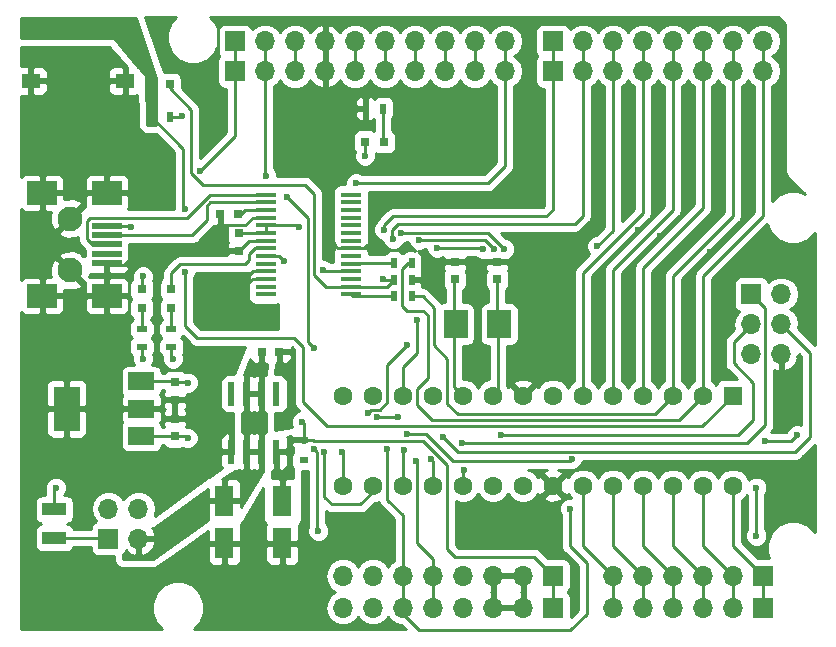
<source format=gbr>
G04 #@! TF.GenerationSoftware,KiCad,Pcbnew,(5.0.1)-4*
G04 #@! TF.CreationDate,2018-11-20T23:07:17-05:00*
G04 #@! TF.ProjectId,Custom Arduino,437573746F6D2041726475696E6F2E6B,rev?*
G04 #@! TF.SameCoordinates,Original*
G04 #@! TF.FileFunction,Copper,L1,Top,Signal*
G04 #@! TF.FilePolarity,Positive*
%FSLAX46Y46*%
G04 Gerber Fmt 4.6, Leading zero omitted, Abs format (unit mm)*
G04 Created by KiCad (PCBNEW (5.0.1)-4) date 2018-11-20 11:07:17 PM*
%MOMM*%
%LPD*%
G01*
G04 APERTURE LIST*
G04 #@! TA.AperFunction,SMDPad,CuDef*
%ADD10R,2.200000X1.500000*%
G04 #@! TD*
G04 #@! TA.AperFunction,SMDPad,CuDef*
%ADD11R,2.200000X3.800000*%
G04 #@! TD*
G04 #@! TA.AperFunction,ComponentPad*
%ADD12R,1.700000X1.700000*%
G04 #@! TD*
G04 #@! TA.AperFunction,ComponentPad*
%ADD13O,1.700000X1.700000*%
G04 #@! TD*
G04 #@! TA.AperFunction,SMDPad,CuDef*
%ADD14R,1.600000X2.600000*%
G04 #@! TD*
G04 #@! TA.AperFunction,SMDPad,CuDef*
%ADD15R,0.800000X0.750000*%
G04 #@! TD*
G04 #@! TA.AperFunction,SMDPad,CuDef*
%ADD16R,0.750000X0.800000*%
G04 #@! TD*
G04 #@! TA.AperFunction,SMDPad,CuDef*
%ADD17R,0.800000X0.600000*%
G04 #@! TD*
G04 #@! TA.AperFunction,SMDPad,CuDef*
%ADD18R,0.800000X0.800000*%
G04 #@! TD*
G04 #@! TA.AperFunction,SMDPad,CuDef*
%ADD19R,2.030000X1.140000*%
G04 #@! TD*
G04 #@! TA.AperFunction,SMDPad,CuDef*
%ADD20R,2.500000X2.000000*%
G04 #@! TD*
G04 #@! TA.AperFunction,SMDPad,CuDef*
%ADD21R,2.500000X0.500000*%
G04 #@! TD*
G04 #@! TA.AperFunction,ComponentPad*
%ADD22C,2.100000*%
G04 #@! TD*
G04 #@! TA.AperFunction,SMDPad,CuDef*
%ADD23R,0.900000X0.500000*%
G04 #@! TD*
G04 #@! TA.AperFunction,SMDPad,CuDef*
%ADD24R,0.500000X0.900000*%
G04 #@! TD*
G04 #@! TA.AperFunction,SMDPad,CuDef*
%ADD25R,1.550000X1.300000*%
G04 #@! TD*
G04 #@! TA.AperFunction,ComponentPad*
%ADD26R,1.600000X1.600000*%
G04 #@! TD*
G04 #@! TA.AperFunction,ComponentPad*
%ADD27C,1.600000*%
G04 #@! TD*
G04 #@! TA.AperFunction,SMDPad,CuDef*
%ADD28R,1.750000X0.450000*%
G04 #@! TD*
G04 #@! TA.AperFunction,SMDPad,CuDef*
%ADD29R,0.600000X2.000000*%
G04 #@! TD*
G04 #@! TA.AperFunction,SMDPad,CuDef*
%ADD30R,2.000000X2.400000*%
G04 #@! TD*
G04 #@! TA.AperFunction,ViaPad*
%ADD31C,0.600000*%
G04 #@! TD*
G04 #@! TA.AperFunction,Conductor*
%ADD32C,0.250000*%
G04 #@! TD*
G04 #@! TA.AperFunction,Conductor*
%ADD33C,0.254000*%
G04 #@! TD*
G04 APERTURE END LIST*
D10*
G04 #@! TO.P,U4,3*
G04 #@! TO.N,Vin*
X110850000Y-91600000D03*
G04 #@! TO.P,U4,2*
G04 #@! TO.N,GND*
X110850000Y-93900000D03*
G04 #@! TO.P,U4,1*
G04 #@! TO.N,3.3V*
X110850000Y-96200000D03*
D11*
G04 #@! TO.P,U4,4*
G04 #@! TO.N,GND*
X104550000Y-93900000D03*
G04 #@! TD*
D12*
G04 #@! TO.P,J3,1*
G04 #@! TO.N,Vin*
X145720000Y-108060000D03*
D13*
G04 #@! TO.P,J3,2*
G04 #@! TO.N,GND*
X143180000Y-108060000D03*
G04 #@! TO.P,J3,3*
X140640000Y-108060000D03*
G04 #@! TO.P,J3,4*
G04 #@! TO.N,VCC*
X138100000Y-108060000D03*
G04 #@! TO.P,J3,5*
G04 #@! TO.N,3.3V*
X135560000Y-108060000D03*
G04 #@! TO.P,J3,6*
G04 #@! TO.N,DTR*
X133020000Y-108060000D03*
G04 #@! TO.P,J3,7*
G04 #@! TO.N,VCC*
X130480000Y-108060000D03*
G04 #@! TO.P,J3,8*
G04 #@! TO.N,Net-(J3-Pad8)*
X127940000Y-108060000D03*
G04 #@! TD*
D14*
G04 #@! TO.P,C1,1*
G04 #@! TO.N,Vin*
X122800000Y-101700000D03*
G04 #@! TO.P,C1,2*
G04 #@! TO.N,GND*
X122800000Y-105300000D03*
G04 #@! TD*
G04 #@! TO.P,C2,1*
G04 #@! TO.N,5V*
X117900000Y-101700000D03*
G04 #@! TO.P,C2,2*
G04 #@! TO.N,GND*
X117900000Y-105300000D03*
G04 #@! TD*
D15*
G04 #@! TO.P,C3,2*
G04 #@! TO.N,GND*
X122550000Y-89100000D03*
G04 #@! TO.P,C3,1*
G04 #@! TO.N,5V*
X121050000Y-89100000D03*
G04 #@! TD*
D16*
G04 #@! TO.P,C4,2*
G04 #@! TO.N,VCC*
X119100000Y-79050000D03*
G04 #@! TO.P,C4,1*
G04 #@! TO.N,GND*
X119100000Y-80550000D03*
G04 #@! TD*
D15*
G04 #@! TO.P,C5,2*
G04 #@! TO.N,Net-(C5-Pad2)*
X119050000Y-77400000D03*
G04 #@! TO.P,C5,1*
G04 #@! TO.N,GND*
X117550000Y-77400000D03*
G04 #@! TD*
D16*
G04 #@! TO.P,C6,2*
G04 #@! TO.N,GND*
X113700000Y-93150000D03*
G04 #@! TO.P,C6,1*
G04 #@! TO.N,Vin*
X113700000Y-91650000D03*
G04 #@! TD*
G04 #@! TO.P,C7,2*
G04 #@! TO.N,GND*
X113700000Y-94750000D03*
G04 #@! TO.P,C7,1*
G04 #@! TO.N,3.3V*
X113700000Y-96250000D03*
G04 #@! TD*
D15*
G04 #@! TO.P,C8,2*
G04 #@! TO.N,DTR*
X113250000Y-66400000D03*
G04 #@! TO.P,C8,1*
G04 #@! TO.N,Net-(C8-Pad1)*
X111750000Y-66400000D03*
G04 #@! TD*
D16*
G04 #@! TO.P,C9,2*
G04 #@! TO.N,Net-(C9-Pad2)*
X141000000Y-82950000D03*
G04 #@! TO.P,C9,1*
G04 #@! TO.N,GND*
X141000000Y-81450000D03*
G04 #@! TD*
G04 #@! TO.P,C10,2*
G04 #@! TO.N,Net-(C10-Pad2)*
X137400000Y-82950000D03*
G04 #@! TO.P,C10,1*
G04 #@! TO.N,GND*
X137400000Y-81450000D03*
G04 #@! TD*
D17*
G04 #@! TO.P,D1,1*
G04 #@! TO.N,Net-(C1-Pad1)*
X124600000Y-98250000D03*
G04 #@! TO.P,D1,2*
G04 #@! TO.N,Vin*
X124600000Y-96550000D03*
G04 #@! TD*
D18*
G04 #@! TO.P,D2,2*
G04 #@! TO.N,Net-(D2-Pad2)*
X113400000Y-85400000D03*
G04 #@! TO.P,D2,1*
G04 #@! TO.N,Net-(D2-Pad1)*
X113400000Y-83800000D03*
G04 #@! TD*
G04 #@! TO.P,D3,2*
G04 #@! TO.N,Net-(D3-Pad2)*
X110900000Y-85400000D03*
G04 #@! TO.P,D3,1*
G04 #@! TO.N,Net-(D3-Pad1)*
X110900000Y-83800000D03*
G04 #@! TD*
G04 #@! TO.P,D4,2*
G04 #@! TO.N,D13*
X129800000Y-71300000D03*
G04 #@! TO.P,D4,1*
G04 #@! TO.N,Net-(D4-Pad1)*
X131400000Y-71300000D03*
G04 #@! TD*
D19*
G04 #@! TO.P,F1,1*
G04 #@! TO.N,5V_USB*
X103505000Y-104832000D03*
G04 #@! TO.P,F1,2*
G04 #@! TO.N,Net-(F1-Pad2)*
X103505000Y-102432000D03*
G04 #@! TD*
D20*
G04 #@! TO.P,J1,SH*
G04 #@! TO.N,GND*
X102470000Y-84360000D03*
X102470000Y-75640000D03*
X107950000Y-75640000D03*
X107950000Y-84360000D03*
D21*
G04 #@! TO.P,J1,1*
G04 #@! TO.N,Net-(F1-Pad2)*
X107950000Y-78400000D03*
G04 #@! TO.P,J1,2*
G04 #@! TO.N,Net-(J1-Pad2)*
X107950000Y-79200000D03*
G04 #@! TO.P,J1,3*
G04 #@! TO.N,Net-(J1-Pad3)*
X107950000Y-80000000D03*
G04 #@! TO.P,J1,4*
G04 #@! TO.N,Net-(J1-Pad4)*
X107950000Y-80800000D03*
G04 #@! TO.P,J1,5*
G04 #@! TO.N,GND*
X107950000Y-81600000D03*
D22*
G04 #@! TO.P,J1,SH*
X104840000Y-77800000D03*
X104840000Y-82200000D03*
G04 #@! TD*
D12*
G04 #@! TO.P,J2,1*
G04 #@! TO.N,5V_USB*
X108077000Y-104902000D03*
D13*
G04 #@! TO.P,J2,2*
G04 #@! TO.N,VCC*
X108077000Y-102362000D03*
G04 #@! TO.P,J2,3*
G04 #@! TO.N,5V*
X110617000Y-104902000D03*
G04 #@! TO.P,J2,4*
G04 #@! TO.N,VCC*
X110617000Y-102362000D03*
G04 #@! TD*
D12*
G04 #@! TO.P,J4,1*
G04 #@! TO.N,A5*
X163500000Y-108060000D03*
D13*
G04 #@! TO.P,J4,2*
G04 #@! TO.N,A4*
X160960000Y-108060000D03*
G04 #@! TO.P,J4,3*
G04 #@! TO.N,A3*
X158420000Y-108060000D03*
G04 #@! TO.P,J4,4*
G04 #@! TO.N,A2*
X155880000Y-108060000D03*
G04 #@! TO.P,J4,5*
G04 #@! TO.N,A1*
X153340000Y-108060000D03*
G04 #@! TO.P,J4,6*
G04 #@! TO.N,A0*
X150800000Y-108060000D03*
G04 #@! TD*
D12*
G04 #@! TO.P,J5,1*
G04 #@! TO.N,A5*
X118796000Y-65340000D03*
D13*
G04 #@! TO.P,J5,2*
G04 #@! TO.N,A4*
X121336000Y-65340000D03*
G04 #@! TO.P,J5,3*
G04 #@! TO.N,VCC*
X123876000Y-65340000D03*
G04 #@! TO.P,J5,4*
G04 #@! TO.N,GND*
X126416000Y-65340000D03*
G04 #@! TO.P,J5,5*
G04 #@! TO.N,D13*
X128956000Y-65340000D03*
G04 #@! TO.P,J5,6*
G04 #@! TO.N,D12*
X131496000Y-65340000D03*
G04 #@! TO.P,J5,7*
G04 #@! TO.N,D11*
X134036000Y-65340000D03*
G04 #@! TO.P,J5,8*
G04 #@! TO.N,D10*
X136576000Y-65340000D03*
G04 #@! TO.P,J5,9*
G04 #@! TO.N,D9*
X139116000Y-65340000D03*
G04 #@! TO.P,J5,10*
G04 #@! TO.N,D8*
X141656000Y-65340000D03*
G04 #@! TD*
D12*
G04 #@! TO.P,J6,1*
G04 #@! TO.N,D7*
X145720000Y-65340000D03*
D13*
G04 #@! TO.P,J6,2*
G04 #@! TO.N,D6*
X148260000Y-65340000D03*
G04 #@! TO.P,J6,3*
G04 #@! TO.N,D5*
X150800000Y-65340000D03*
G04 #@! TO.P,J6,4*
G04 #@! TO.N,D4*
X153340000Y-65340000D03*
G04 #@! TO.P,J6,5*
G04 #@! TO.N,D3*
X155880000Y-65340000D03*
G04 #@! TO.P,J6,6*
G04 #@! TO.N,D2*
X158420000Y-65340000D03*
G04 #@! TO.P,J6,7*
G04 #@! TO.N,TX*
X160960000Y-65340000D03*
G04 #@! TO.P,J6,8*
G04 #@! TO.N,RX*
X163500000Y-65340000D03*
G04 #@! TD*
D12*
G04 #@! TO.P,J7,1*
G04 #@! TO.N,Vin*
X145720000Y-110760000D03*
D13*
G04 #@! TO.P,J7,2*
G04 #@! TO.N,GND*
X143180000Y-110760000D03*
G04 #@! TO.P,J7,3*
X140640000Y-110760000D03*
G04 #@! TO.P,J7,4*
G04 #@! TO.N,VCC*
X138100000Y-110760000D03*
G04 #@! TO.P,J7,5*
G04 #@! TO.N,3.3V*
X135560000Y-110760000D03*
G04 #@! TO.P,J7,6*
G04 #@! TO.N,DTR*
X133020000Y-110760000D03*
G04 #@! TO.P,J7,7*
G04 #@! TO.N,VCC*
X130480000Y-110760000D03*
G04 #@! TO.P,J7,8*
G04 #@! TO.N,Net-(J7-Pad8)*
X127940000Y-110760000D03*
G04 #@! TD*
D12*
G04 #@! TO.P,J8,1*
G04 #@! TO.N,A5*
X163500000Y-110760000D03*
D13*
G04 #@! TO.P,J8,2*
G04 #@! TO.N,A4*
X160960000Y-110760000D03*
G04 #@! TO.P,J8,3*
G04 #@! TO.N,A3*
X158420000Y-110760000D03*
G04 #@! TO.P,J8,4*
G04 #@! TO.N,A2*
X155880000Y-110760000D03*
G04 #@! TO.P,J8,5*
G04 #@! TO.N,A1*
X153340000Y-110760000D03*
G04 #@! TO.P,J8,6*
G04 #@! TO.N,A0*
X150800000Y-110760000D03*
G04 #@! TD*
D12*
G04 #@! TO.P,J9,1*
G04 #@! TO.N,A5*
X118796000Y-62800000D03*
D13*
G04 #@! TO.P,J9,2*
G04 #@! TO.N,A4*
X121336000Y-62800000D03*
G04 #@! TO.P,J9,3*
G04 #@! TO.N,VCC*
X123876000Y-62800000D03*
G04 #@! TO.P,J9,4*
G04 #@! TO.N,GND*
X126416000Y-62800000D03*
G04 #@! TO.P,J9,5*
G04 #@! TO.N,D13*
X128956000Y-62800000D03*
G04 #@! TO.P,J9,6*
G04 #@! TO.N,D12*
X131496000Y-62800000D03*
G04 #@! TO.P,J9,7*
G04 #@! TO.N,D11*
X134036000Y-62800000D03*
G04 #@! TO.P,J9,8*
G04 #@! TO.N,D10*
X136576000Y-62800000D03*
G04 #@! TO.P,J9,9*
G04 #@! TO.N,D9*
X139116000Y-62800000D03*
G04 #@! TO.P,J9,10*
G04 #@! TO.N,D8*
X141656000Y-62800000D03*
G04 #@! TD*
D12*
G04 #@! TO.P,J10,1*
G04 #@! TO.N,D7*
X145720000Y-62800000D03*
D13*
G04 #@! TO.P,J10,2*
G04 #@! TO.N,D6*
X148260000Y-62800000D03*
G04 #@! TO.P,J10,3*
G04 #@! TO.N,D5*
X150800000Y-62800000D03*
G04 #@! TO.P,J10,4*
G04 #@! TO.N,D4*
X153340000Y-62800000D03*
G04 #@! TO.P,J10,5*
G04 #@! TO.N,D3*
X155880000Y-62800000D03*
G04 #@! TO.P,J10,6*
G04 #@! TO.N,D2*
X158420000Y-62800000D03*
G04 #@! TO.P,J10,7*
G04 #@! TO.N,TX*
X160960000Y-62800000D03*
G04 #@! TO.P,J10,8*
G04 #@! TO.N,RX*
X163500000Y-62800000D03*
G04 #@! TD*
D12*
G04 #@! TO.P,J11,1*
G04 #@! TO.N,D12*
X162500000Y-84200000D03*
D13*
G04 #@! TO.P,J11,2*
G04 #@! TO.N,VCC*
X165040000Y-84200000D03*
G04 #@! TO.P,J11,3*
G04 #@! TO.N,D13*
X162500000Y-86740000D03*
G04 #@! TO.P,J11,4*
G04 #@! TO.N,D11*
X165040000Y-86740000D03*
G04 #@! TO.P,J11,5*
G04 #@! TO.N,DTR*
X162500000Y-89280000D03*
G04 #@! TO.P,J11,6*
G04 #@! TO.N,GND*
X165040000Y-89280000D03*
G04 #@! TD*
D23*
G04 #@! TO.P,R1,1*
G04 #@! TO.N,Net-(D2-Pad2)*
X113400000Y-87150000D03*
G04 #@! TO.P,R1,2*
G04 #@! TO.N,VCC*
X113400000Y-88650000D03*
G04 #@! TD*
G04 #@! TO.P,R2,1*
G04 #@! TO.N,Net-(D3-Pad2)*
X110900000Y-87150000D03*
G04 #@! TO.P,R2,2*
G04 #@! TO.N,VCC*
X110900000Y-88650000D03*
G04 #@! TD*
D24*
G04 #@! TO.P,R3,1*
G04 #@! TO.N,Net-(R3-Pad1)*
X132250000Y-81600000D03*
G04 #@! TO.P,R3,2*
G04 #@! TO.N,RX*
X133750000Y-81600000D03*
G04 #@! TD*
G04 #@! TO.P,R4,1*
G04 #@! TO.N,Net-(C8-Pad1)*
X111750000Y-69200000D03*
G04 #@! TO.P,R4,2*
G04 #@! TO.N,VCC*
X113250000Y-69200000D03*
G04 #@! TD*
G04 #@! TO.P,R5,1*
G04 #@! TO.N,TX*
X133750000Y-84400000D03*
G04 #@! TO.P,R5,2*
G04 #@! TO.N,Net-(R5-Pad2)*
X132250000Y-84400000D03*
G04 #@! TD*
G04 #@! TO.P,R6,1*
G04 #@! TO.N,DTR*
X132250000Y-83000000D03*
G04 #@! TO.P,R6,2*
G04 #@! TO.N,GND*
X133750000Y-83000000D03*
G04 #@! TD*
G04 #@! TO.P,R7,1*
G04 #@! TO.N,GND*
X129850000Y-68500000D03*
G04 #@! TO.P,R7,2*
G04 #@! TO.N,Net-(D4-Pad1)*
X131350000Y-68500000D03*
G04 #@! TD*
D25*
G04 #@! TO.P,SW1,2*
G04 #@! TO.N,GND*
X101520000Y-66150000D03*
G04 #@! TO.P,SW1,1*
G04 #@! TO.N,Net-(C8-Pad1)*
X101520000Y-61650000D03*
X109480000Y-61650000D03*
G04 #@! TO.P,SW1,2*
G04 #@! TO.N,GND*
X109480000Y-66150000D03*
G04 #@! TD*
D26*
G04 #@! TO.P,U1,1*
G04 #@! TO.N,Net-(C8-Pad1)*
X160960000Y-92800000D03*
D27*
G04 #@! TO.P,U1,2*
G04 #@! TO.N,RX*
X158420000Y-92800000D03*
G04 #@! TO.P,U1,3*
G04 #@! TO.N,TX*
X155880000Y-92800000D03*
G04 #@! TO.P,U1,4*
G04 #@! TO.N,D2*
X153340000Y-92800000D03*
G04 #@! TO.P,U1,5*
G04 #@! TO.N,D3*
X150800000Y-92800000D03*
G04 #@! TO.P,U1,6*
G04 #@! TO.N,D4*
X148260000Y-92800000D03*
G04 #@! TO.P,U1,7*
G04 #@! TO.N,VCC*
X145720000Y-92800000D03*
G04 #@! TO.P,U1,8*
G04 #@! TO.N,GND*
X143180000Y-92800000D03*
G04 #@! TO.P,U1,9*
G04 #@! TO.N,Net-(C9-Pad2)*
X140640000Y-92800000D03*
G04 #@! TO.P,U1,10*
G04 #@! TO.N,Net-(C10-Pad2)*
X138100000Y-92800000D03*
G04 #@! TO.P,U1,11*
G04 #@! TO.N,D5*
X135560000Y-92800000D03*
G04 #@! TO.P,U1,12*
G04 #@! TO.N,D6*
X133020000Y-92800000D03*
G04 #@! TO.P,U1,13*
G04 #@! TO.N,D7*
X130480000Y-92800000D03*
G04 #@! TO.P,U1,14*
G04 #@! TO.N,D8*
X127940000Y-92800000D03*
G04 #@! TO.P,U1,15*
G04 #@! TO.N,D9*
X127940000Y-100420000D03*
G04 #@! TO.P,U1,16*
G04 #@! TO.N,D10*
X130480000Y-100420000D03*
G04 #@! TO.P,U1,17*
G04 #@! TO.N,D11*
X133020000Y-100420000D03*
G04 #@! TO.P,U1,18*
G04 #@! TO.N,D12*
X135560000Y-100420000D03*
G04 #@! TO.P,U1,19*
G04 #@! TO.N,D13*
X138100000Y-100420000D03*
G04 #@! TO.P,U1,20*
G04 #@! TO.N,VCC*
X140640000Y-100420000D03*
G04 #@! TO.P,U1,21*
X143180000Y-100420000D03*
G04 #@! TO.P,U1,22*
G04 #@! TO.N,GND*
X145720000Y-100420000D03*
G04 #@! TO.P,U1,23*
G04 #@! TO.N,A0*
X148260000Y-100420000D03*
G04 #@! TO.P,U1,24*
G04 #@! TO.N,A1*
X150800000Y-100420000D03*
G04 #@! TO.P,U1,25*
G04 #@! TO.N,A2*
X153340000Y-100420000D03*
G04 #@! TO.P,U1,26*
G04 #@! TO.N,A3*
X155880000Y-100420000D03*
G04 #@! TO.P,U1,27*
G04 #@! TO.N,A4*
X158420000Y-100420000D03*
G04 #@! TO.P,U1,28*
G04 #@! TO.N,A5*
X160960000Y-100420000D03*
G04 #@! TD*
D28*
G04 #@! TO.P,U2,1*
G04 #@! TO.N,Net-(R5-Pad2)*
X128600000Y-84225000D03*
G04 #@! TO.P,U2,2*
G04 #@! TO.N,DTR*
X128600000Y-83575000D03*
G04 #@! TO.P,U2,3*
G04 #@! TO.N,Net-(U2-Pad3)*
X128600000Y-82925000D03*
G04 #@! TO.P,U2,4*
G04 #@! TO.N,VCC*
X128600000Y-82275000D03*
G04 #@! TO.P,U2,5*
G04 #@! TO.N,Net-(R3-Pad1)*
X128600000Y-81625000D03*
G04 #@! TO.P,U2,6*
G04 #@! TO.N,Net-(U2-Pad6)*
X128600000Y-80975000D03*
G04 #@! TO.P,U2,7*
G04 #@! TO.N,GND*
X128600000Y-80325000D03*
G04 #@! TO.P,U2,8*
G04 #@! TO.N,Net-(U2-Pad8)*
X128600000Y-79675000D03*
G04 #@! TO.P,U2,9*
G04 #@! TO.N,Net-(U2-Pad9)*
X128600000Y-79025000D03*
G04 #@! TO.P,U2,10*
G04 #@! TO.N,Net-(U2-Pad10)*
X128600000Y-78375000D03*
G04 #@! TO.P,U2,11*
G04 #@! TO.N,Net-(U2-Pad11)*
X128600000Y-77725000D03*
G04 #@! TO.P,U2,12*
G04 #@! TO.N,Net-(U2-Pad12)*
X128600000Y-77075000D03*
G04 #@! TO.P,U2,13*
G04 #@! TO.N,Net-(U2-Pad13)*
X128600000Y-76425000D03*
G04 #@! TO.P,U2,14*
G04 #@! TO.N,Net-(U2-Pad14)*
X128600000Y-75775000D03*
G04 #@! TO.P,U2,15*
G04 #@! TO.N,Net-(J1-Pad3)*
X121400000Y-75775000D03*
G04 #@! TO.P,U2,16*
G04 #@! TO.N,Net-(J1-Pad2)*
X121400000Y-76425000D03*
G04 #@! TO.P,U2,17*
G04 #@! TO.N,Net-(C5-Pad2)*
X121400000Y-77075000D03*
G04 #@! TO.P,U2,18*
G04 #@! TO.N,GND*
X121400000Y-77725000D03*
G04 #@! TO.P,U2,19*
G04 #@! TO.N,VCC*
X121400000Y-78375000D03*
G04 #@! TO.P,U2,20*
X121400000Y-79025000D03*
G04 #@! TO.P,U2,21*
G04 #@! TO.N,GND*
X121400000Y-79675000D03*
G04 #@! TO.P,U2,22*
G04 #@! TO.N,Net-(D2-Pad1)*
X121400000Y-80325000D03*
G04 #@! TO.P,U2,23*
G04 #@! TO.N,Net-(D3-Pad1)*
X121400000Y-80975000D03*
G04 #@! TO.P,U2,24*
G04 #@! TO.N,Net-(U2-Pad24)*
X121400000Y-81625000D03*
G04 #@! TO.P,U2,25*
G04 #@! TO.N,GND*
X121400000Y-82275000D03*
G04 #@! TO.P,U2,26*
X121400000Y-82925000D03*
G04 #@! TO.P,U2,27*
G04 #@! TO.N,Net-(U2-Pad27)*
X121400000Y-83575000D03*
G04 #@! TO.P,U2,28*
G04 #@! TO.N,Net-(U2-Pad28)*
X121400000Y-84225000D03*
G04 #@! TD*
D29*
G04 #@! TO.P,U3,1*
G04 #@! TO.N,GND*
X118495000Y-97550000D03*
G04 #@! TO.P,U3,2*
G04 #@! TO.N,5V*
X119765000Y-97550000D03*
G04 #@! TO.P,U3,4*
G04 #@! TO.N,Vin*
X122305000Y-97550000D03*
G04 #@! TO.P,U3,5*
G04 #@! TO.N,Net-(U3-Pad5)*
X122305000Y-92650000D03*
G04 #@! TO.P,U3,6*
G04 #@! TO.N,5V*
X121035000Y-92650000D03*
G04 #@! TO.P,U3,7*
X119765000Y-92650000D03*
G04 #@! TO.P,U3,8*
G04 #@! TO.N,Net-(U3-Pad8)*
X118495000Y-92650000D03*
G04 #@! TO.P,U3,3*
G04 #@! TO.N,5V*
X121035000Y-97550000D03*
G04 #@! TD*
D30*
G04 #@! TO.P,Y1,1*
G04 #@! TO.N,Net-(C9-Pad2)*
X141169000Y-86741000D03*
G04 #@! TO.P,Y1,2*
G04 #@! TO.N,Net-(C10-Pad2)*
X137469000Y-86741000D03*
G04 #@! TD*
D31*
G04 #@! TO.N,*
X166370000Y-96139000D03*
X163703000Y-96647000D03*
X162941000Y-100584000D03*
X162941000Y-104648000D03*
G04 #@! TO.N,GND*
X116713000Y-79883000D03*
X112776000Y-80264000D03*
X106934000Y-94234000D03*
X124841000Y-105537000D03*
X119761000Y-110236000D03*
X105410000Y-110744000D03*
X105029000Y-106553000D03*
X131064000Y-104267000D03*
X115570000Y-90170000D03*
X115062000Y-93345000D03*
X145669000Y-105410000D03*
X143256000Y-104013000D03*
X149733000Y-98679000D03*
X166116000Y-101092000D03*
X166370000Y-93853000D03*
X162814000Y-81661000D03*
X159004000Y-80645000D03*
X156972000Y-79883000D03*
X154813000Y-79248000D03*
X152908000Y-78740000D03*
X144780000Y-85217000D03*
X142748000Y-82042000D03*
X138303000Y-84582000D03*
X135509000Y-82042000D03*
X143891000Y-75565000D03*
X149606000Y-69469000D03*
X151765000Y-70485000D03*
X137922000Y-69596000D03*
X135255000Y-72263000D03*
X132842000Y-72517000D03*
X118364000Y-84709000D03*
X128270000Y-73152000D03*
X126873000Y-67818000D03*
X123063000Y-90678000D03*
X117856000Y-90551000D03*
X109350000Y-68325000D03*
X117675000Y-60900000D03*
X115575000Y-65575000D03*
G04 #@! TO.N,VCC*
X113538000Y-89662000D03*
X110998000Y-89662000D03*
X124206000Y-78486000D03*
X114300000Y-69088000D03*
X126225000Y-82175000D03*
G04 #@! TO.N,Vin*
X124460000Y-94996000D03*
X114808000Y-91694000D03*
G04 #@! TO.N,3.3V*
X114808000Y-96393000D03*
X134112000Y-98298000D03*
G04 #@! TO.N,DTR*
X147193000Y-102362000D03*
X131318000Y-82931000D03*
X131699000Y-97282000D03*
G04 #@! TO.N,Net-(C8-Pad1)*
X114554000Y-82296000D03*
X114554000Y-76962000D03*
G04 #@! TO.N,Net-(D3-Pad1)*
X110998000Y-82677000D03*
X122936000Y-81407000D03*
G04 #@! TO.N,D13*
X141351000Y-96139000D03*
X129794000Y-72517000D03*
X132842000Y-78994000D03*
X141605000Y-80391000D03*
X138176000Y-99060000D03*
G04 #@! TO.N,Net-(F1-Pad2)*
X103632000Y-100584000D03*
X109982000Y-78486000D03*
G04 #@! TO.N,A5*
X115824000Y-73787000D03*
G04 #@! TO.N,A4*
X121412000Y-74168000D03*
X123190000Y-75946000D03*
X125476000Y-88773000D03*
X125476000Y-97282000D03*
X125857000Y-104267000D03*
G04 #@! TO.N,D12*
X138049000Y-96774000D03*
X134366000Y-79629000D03*
X140716000Y-80391000D03*
X135382000Y-98171000D03*
G04 #@! TO.N,D11*
X136398000Y-96266000D03*
X135890000Y-80264000D03*
X139827000Y-80391000D03*
X133096000Y-97409000D03*
G04 #@! TO.N,D10*
X126365000Y-97536000D03*
X130048000Y-94234000D03*
X133350000Y-88519000D03*
G04 #@! TO.N,D9*
X132588000Y-94615000D03*
X130810000Y-94615000D03*
X127889000Y-97536000D03*
G04 #@! TO.N,D8*
X129032000Y-74803000D03*
G04 #@! TO.N,D7*
X131445000Y-78740000D03*
G04 #@! TO.N,D6*
X134239000Y-86360000D03*
X132207000Y-79502000D03*
G04 #@! TO.N,D5*
X133350000Y-96012000D03*
X149479000Y-80137000D03*
X147320000Y-98171000D03*
G04 #@! TD*
D32*
G04 #@! TO.N,*
X163703000Y-96647000D02*
X165862000Y-96647000D01*
X165862000Y-96647000D02*
X166370000Y-96139000D01*
X162941000Y-100584000D02*
X162941000Y-104648000D01*
G04 #@! TO.N,GND*
X126416000Y-62800000D02*
X126416000Y-65340000D01*
X119100000Y-80525000D02*
X119100000Y-80550000D01*
X119950000Y-79675000D02*
X119100000Y-80525000D01*
X121400000Y-79675000D02*
X119950000Y-79675000D01*
X122050000Y-82275000D02*
X121400000Y-82275000D01*
X120275000Y-82925000D02*
X119761000Y-83439000D01*
X121400000Y-82925000D02*
X120275000Y-82925000D01*
X119761000Y-83439000D02*
X119126000Y-83439000D01*
X120275000Y-82275000D02*
X119619000Y-82931000D01*
X121400000Y-82275000D02*
X120275000Y-82275000D01*
X127475000Y-80325000D02*
X127250000Y-80100000D01*
X128600000Y-80325000D02*
X127475000Y-80325000D01*
X127250000Y-80100000D02*
X127250000Y-80000000D01*
X127250000Y-80000000D02*
X126800000Y-79550000D01*
X129725000Y-80325000D02*
X129975000Y-80075000D01*
X128600000Y-80325000D02*
X129725000Y-80325000D01*
X119675001Y-78324999D02*
X118025001Y-78324999D01*
X121400000Y-77725000D02*
X120275000Y-77725000D01*
X120275000Y-77725000D02*
X119675001Y-78324999D01*
X118025001Y-78324999D02*
X117475000Y-78875000D01*
X117375001Y-63774999D02*
X115575000Y-65575000D01*
X117675000Y-60900000D02*
X117375001Y-61199999D01*
X117375001Y-61199999D02*
X117375001Y-63774999D01*
G04 #@! TO.N,VCC*
X121400000Y-78375000D02*
X121400000Y-79025000D01*
X119100000Y-79050000D02*
X121375000Y-79050000D01*
X121375000Y-79050000D02*
X121400000Y-79025000D01*
X113400000Y-88650000D02*
X113400000Y-89524000D01*
X113400000Y-89524000D02*
X113538000Y-89662000D01*
X110900000Y-88650000D02*
X110900000Y-89564000D01*
X110900000Y-89564000D02*
X110998000Y-89662000D01*
X124095000Y-78375000D02*
X124206000Y-78486000D01*
X124095000Y-78375000D02*
X121400000Y-78375000D01*
X113250000Y-69200000D02*
X114188000Y-69200000D01*
X114188000Y-69200000D02*
X114300000Y-69088000D01*
X123876000Y-62800000D02*
X123876000Y-65340000D01*
X128600000Y-82275000D02*
X126325000Y-82275000D01*
X126325000Y-82275000D02*
X126225000Y-82175000D01*
G04 #@! TO.N,Net-(C5-Pad2)*
X119050000Y-77400000D02*
X119297600Y-77400000D01*
X119297600Y-77400000D02*
X119622600Y-77075000D01*
X119622600Y-77075000D02*
X121400000Y-77075000D01*
G04 #@! TO.N,Vin*
X124600000Y-96550000D02*
X125379000Y-96550000D01*
X144086000Y-106426000D02*
X145720000Y-108060000D01*
X137414000Y-106426000D02*
X144086000Y-106426000D01*
X136779000Y-105791000D02*
X137414000Y-106426000D01*
X136779000Y-98679000D02*
X136779000Y-105791000D01*
X134747000Y-96647000D02*
X136779000Y-98679000D01*
X125476000Y-96647000D02*
X134747000Y-96647000D01*
X125379000Y-96550000D02*
X125476000Y-96647000D01*
X113700000Y-91650000D02*
X114764000Y-91650000D01*
X124600000Y-95136000D02*
X124600000Y-96550000D01*
X124460000Y-94996000D02*
X124600000Y-95136000D01*
X114764000Y-91650000D02*
X114808000Y-91694000D01*
X145720000Y-108060000D02*
X145720000Y-110760000D01*
X110850000Y-91600000D02*
X113650000Y-91600000D01*
X113650000Y-91600000D02*
X113700000Y-91650000D01*
G04 #@! TO.N,3.3V*
X135560000Y-108060000D02*
X135560000Y-106604000D01*
X114665000Y-96250000D02*
X113700000Y-96250000D01*
X114808000Y-96393000D02*
X114665000Y-96250000D01*
X134239000Y-98425000D02*
X134112000Y-98298000D01*
X134239000Y-105283000D02*
X134239000Y-98425000D01*
X135560000Y-106604000D02*
X134239000Y-105283000D01*
X135560000Y-108060000D02*
X135560000Y-110760000D01*
X113700000Y-96250000D02*
X110900000Y-96250000D01*
X110900000Y-96250000D02*
X110850000Y-96200000D01*
G04 #@! TO.N,DTR*
X147193000Y-103124000D02*
X147193000Y-102362000D01*
X134366000Y-112649000D02*
X147193000Y-112649000D01*
X147193000Y-112649000D02*
X148590000Y-111252000D01*
X148590000Y-111252000D02*
X148590000Y-106934000D01*
X148590000Y-106934000D02*
X147193000Y-105537000D01*
X147193000Y-105537000D02*
X147193000Y-103124000D01*
X133020000Y-111303000D02*
X134366000Y-112649000D01*
X133020000Y-110760000D02*
X133020000Y-111303000D01*
X133020000Y-108060000D02*
X133020000Y-102921000D01*
X131387000Y-83000000D02*
X132250000Y-83000000D01*
X131318000Y-82931000D02*
X131387000Y-83000000D01*
X131699000Y-101600000D02*
X131699000Y-97282000D01*
X133020000Y-102921000D02*
X131699000Y-101600000D01*
X113250000Y-66400000D02*
X113250000Y-66768000D01*
X113250000Y-66768000D02*
X115062000Y-68580000D01*
X115062000Y-68580000D02*
X115062000Y-73914000D01*
X115062000Y-73914000D02*
X116078000Y-74930000D01*
X116078000Y-74930000D02*
X124714000Y-74930000D01*
X124714000Y-74930000D02*
X125476000Y-75692000D01*
X125476000Y-75692000D02*
X125476000Y-82550000D01*
X125476000Y-82550000D02*
X126501000Y-83575000D01*
X126501000Y-83575000D02*
X128600000Y-83575000D01*
X133020000Y-108060000D02*
X133020000Y-110760000D01*
X128600000Y-83575000D02*
X131675000Y-83575000D01*
X131675000Y-83575000D02*
X132250000Y-83000000D01*
G04 #@! TO.N,Net-(C8-Pad1)*
X160960000Y-92800000D02*
X160946000Y-92800000D01*
X160946000Y-92800000D02*
X158369000Y-95377000D01*
X158369000Y-95377000D02*
X126619000Y-95377000D01*
X126619000Y-95377000D02*
X124587000Y-93345000D01*
X124587000Y-93345000D02*
X124587000Y-88646000D01*
X124587000Y-88646000D02*
X123825000Y-87884000D01*
X123825000Y-87884000D02*
X115570000Y-87884000D01*
X115570000Y-87884000D02*
X114554000Y-86868000D01*
X114554000Y-86868000D02*
X114554000Y-82296000D01*
X114554000Y-76962000D02*
X114427000Y-76835000D01*
X114427000Y-76835000D02*
X114427000Y-71877000D01*
X114427000Y-71877000D02*
X111750000Y-69200000D01*
G04 #@! TO.N,Net-(C9-Pad2)*
X141050000Y-92390000D02*
X140640000Y-92800000D01*
X141050000Y-86500000D02*
X141050000Y-92390000D01*
X141000000Y-82950000D02*
X141000000Y-86450000D01*
X141000000Y-86450000D02*
X141050000Y-86500000D01*
G04 #@! TO.N,Net-(C10-Pad2)*
X137350000Y-86500000D02*
X137350000Y-92050000D01*
X137350000Y-92050000D02*
X138100000Y-92800000D01*
X137350000Y-86500000D02*
X137350000Y-83000000D01*
X137350000Y-83000000D02*
X137400000Y-82950000D01*
G04 #@! TO.N,Net-(D2-Pad2)*
X113400000Y-87150000D02*
X113400000Y-85400000D01*
G04 #@! TO.N,Net-(D2-Pad1)*
X121400000Y-80325000D02*
X120462000Y-80325000D01*
X113400000Y-82434000D02*
X113400000Y-83800000D01*
X114173000Y-81661000D02*
X113400000Y-82434000D01*
X119634000Y-81661000D02*
X114173000Y-81661000D01*
X120015000Y-81280000D02*
X119634000Y-81661000D01*
X120015000Y-80772000D02*
X120015000Y-81280000D01*
X120462000Y-80325000D02*
X120015000Y-80772000D01*
G04 #@! TO.N,Net-(D3-Pad2)*
X110900000Y-87150000D02*
X110900000Y-85400000D01*
G04 #@! TO.N,Net-(D3-Pad1)*
X121400000Y-80975000D02*
X122504000Y-80975000D01*
X110900000Y-82775000D02*
X110900000Y-83800000D01*
X110998000Y-82677000D02*
X110900000Y-82775000D01*
X122504000Y-80975000D02*
X122936000Y-81407000D01*
G04 #@! TO.N,D13*
X162500000Y-86740000D02*
X162500000Y-86801000D01*
X162500000Y-86801000D02*
X161036000Y-88265000D01*
X161417000Y-96139000D02*
X141351000Y-96139000D01*
X162687000Y-94869000D02*
X161417000Y-96139000D01*
X162687000Y-91694000D02*
X162687000Y-94869000D01*
X161036000Y-90043000D02*
X162687000Y-91694000D01*
X161036000Y-88265000D02*
X161036000Y-90043000D01*
X129800000Y-72511000D02*
X129800000Y-71300000D01*
X129794000Y-72517000D02*
X129800000Y-72511000D01*
X138100000Y-100420000D02*
X138100000Y-99136000D01*
X140208000Y-78994000D02*
X132842000Y-78994000D01*
X141605000Y-80391000D02*
X140208000Y-78994000D01*
X138100000Y-99136000D02*
X138176000Y-99060000D01*
X128956000Y-62800000D02*
X128956000Y-65340000D01*
G04 #@! TO.N,Net-(D4-Pad1)*
X131350000Y-68500000D02*
X131350000Y-71250000D01*
X131350000Y-71250000D02*
X131400000Y-71300000D01*
G04 #@! TO.N,5V_USB*
X103505000Y-104832000D02*
X108007000Y-104832000D01*
X108007000Y-104832000D02*
X108077000Y-104902000D01*
G04 #@! TO.N,Net-(F1-Pad2)*
X107950000Y-78400000D02*
X109896000Y-78400000D01*
X103505000Y-100711000D02*
X103505000Y-102432000D01*
X103632000Y-100584000D02*
X103505000Y-100711000D01*
X109896000Y-78400000D02*
X109982000Y-78486000D01*
G04 #@! TO.N,Net-(J1-Pad2)*
X107950000Y-79200000D02*
X115160800Y-79200000D01*
X116716600Y-76425000D02*
X121400000Y-76425000D01*
X116433600Y-76708000D02*
X116716600Y-76425000D01*
X116433600Y-77927200D02*
X116433600Y-76708000D01*
X115160800Y-79200000D02*
X116433600Y-77927200D01*
G04 #@! TO.N,Net-(J1-Pad3)*
X107950000Y-80000000D02*
X106720800Y-80000000D01*
X106720800Y-80000000D02*
X106273600Y-79552800D01*
X106273600Y-79552800D02*
X106273600Y-77978000D01*
X106273600Y-77978000D02*
X106527600Y-77724000D01*
X106527600Y-77724000D02*
X114706400Y-77724000D01*
X114706400Y-77724000D02*
X116655400Y-75775000D01*
X116655400Y-75775000D02*
X121400000Y-75775000D01*
G04 #@! TO.N,A5*
X118796000Y-70815000D02*
X115824000Y-73787000D01*
X118796000Y-70815000D02*
X118796000Y-65340000D01*
X160960000Y-100420000D02*
X160960000Y-105520000D01*
X160960000Y-105520000D02*
X163500000Y-108060000D01*
X118796000Y-62800000D02*
X118796000Y-65340000D01*
X163500000Y-108060000D02*
X163500000Y-110760000D01*
G04 #@! TO.N,A4*
X121336000Y-74092000D02*
X121336000Y-65340000D01*
X121412000Y-74168000D02*
X121336000Y-74092000D01*
X124968000Y-77724000D02*
X123190000Y-75946000D01*
X124968000Y-88265000D02*
X124968000Y-77724000D01*
X125476000Y-88773000D02*
X124968000Y-88265000D01*
X125730000Y-97536000D02*
X125476000Y-97282000D01*
X125730000Y-104140000D02*
X125730000Y-97536000D01*
X125857000Y-104267000D02*
X125730000Y-104140000D01*
X158420000Y-100420000D02*
X158420000Y-105520000D01*
X158420000Y-105520000D02*
X160960000Y-108060000D01*
X121336000Y-62800000D02*
X121336000Y-65340000D01*
X160960000Y-108060000D02*
X160960000Y-110760000D01*
G04 #@! TO.N,A3*
X155880000Y-100420000D02*
X155880000Y-105520000D01*
X155880000Y-105520000D02*
X158420000Y-108060000D01*
X158420000Y-108060000D02*
X158420000Y-110760000D01*
G04 #@! TO.N,A2*
X153340000Y-100420000D02*
X153340000Y-105520000D01*
X153340000Y-105520000D02*
X155880000Y-108060000D01*
X155880000Y-108060000D02*
X155880000Y-110760000D01*
G04 #@! TO.N,A1*
X150800000Y-100420000D02*
X150800000Y-105520000D01*
X150800000Y-105520000D02*
X153340000Y-108060000D01*
X153340000Y-108060000D02*
X153340000Y-110760000D01*
G04 #@! TO.N,A0*
X148260000Y-100420000D02*
X148260000Y-105520000D01*
X148260000Y-105520000D02*
X150800000Y-108060000D01*
X150800000Y-108060000D02*
X150800000Y-110760000D01*
G04 #@! TO.N,D12*
X163703000Y-85403000D02*
X162500000Y-84200000D01*
X163703000Y-95250000D02*
X163703000Y-85403000D01*
X162179000Y-96774000D02*
X163703000Y-95250000D01*
X157607000Y-96774000D02*
X162179000Y-96774000D01*
X143002000Y-96774000D02*
X157607000Y-96774000D01*
X138049000Y-96774000D02*
X143002000Y-96774000D01*
X135560000Y-100420000D02*
X135560000Y-98349000D01*
X139954000Y-79629000D02*
X134366000Y-79629000D01*
X140716000Y-80391000D02*
X139954000Y-79629000D01*
X135560000Y-98349000D02*
X135382000Y-98171000D01*
X131496000Y-62800000D02*
X131496000Y-65340000D01*
G04 #@! TO.N,D11*
X166243000Y-97536000D02*
X137668000Y-97536000D01*
X166243000Y-97536000D02*
X167513000Y-96266000D01*
X167513000Y-96266000D02*
X167513000Y-89213000D01*
X165040000Y-86740000D02*
X167513000Y-89213000D01*
X137668000Y-97536000D02*
X136398000Y-96266000D01*
X133020000Y-100420000D02*
X133020000Y-97485000D01*
X139700000Y-80264000D02*
X135890000Y-80264000D01*
X139827000Y-80391000D02*
X139700000Y-80264000D01*
X133020000Y-97485000D02*
X133096000Y-97409000D01*
X134036000Y-62800000D02*
X134036000Y-65340000D01*
G04 #@! TO.N,D10*
X130480000Y-100420000D02*
X130480000Y-100914000D01*
X130480000Y-100914000D02*
X129413000Y-101981000D01*
X129413000Y-101981000D02*
X127000000Y-101981000D01*
X127000000Y-101981000D02*
X126365000Y-101346000D01*
X126365000Y-101346000D02*
X126365000Y-97536000D01*
X130048000Y-94234000D02*
X130302000Y-93980000D01*
X130302000Y-93980000D02*
X131064000Y-93980000D01*
X131064000Y-93980000D02*
X131699000Y-93345000D01*
X131699000Y-93345000D02*
X131699000Y-90170000D01*
X131699000Y-90170000D02*
X133350000Y-88519000D01*
X136576000Y-62800000D02*
X136576000Y-65340000D01*
G04 #@! TO.N,D9*
X130810000Y-94615000D02*
X132588000Y-94615000D01*
X127940000Y-97587000D02*
X127889000Y-97536000D01*
X127940000Y-100420000D02*
X127940000Y-97587000D01*
X139116000Y-62800000D02*
X139116000Y-65340000D01*
G04 #@! TO.N,D8*
X129032000Y-74803000D02*
X136144000Y-74803000D01*
X136144000Y-74803000D02*
X138938000Y-74803000D01*
X138938000Y-74803000D02*
X140208000Y-74803000D01*
X140208000Y-74803000D02*
X141656000Y-73355000D01*
X141656000Y-73355000D02*
X141656000Y-65340000D01*
X141656000Y-62800000D02*
X141656000Y-65340000D01*
G04 #@! TO.N,D7*
X145720000Y-77038000D02*
X145720000Y-65340000D01*
X145161000Y-77597000D02*
X145720000Y-77038000D01*
X132207000Y-77597000D02*
X145161000Y-77597000D01*
X131445000Y-78359000D02*
X132207000Y-77597000D01*
X131445000Y-78740000D02*
X131445000Y-78359000D01*
X145720000Y-62800000D02*
X145720000Y-65340000D01*
G04 #@! TO.N,D6*
X134239000Y-89154000D02*
X134239000Y-86360000D01*
X133020000Y-92800000D02*
X133020000Y-90373000D01*
X148260000Y-77546000D02*
X148260000Y-65340000D01*
X147574000Y-78232000D02*
X148260000Y-77546000D01*
X132588000Y-78232000D02*
X147574000Y-78232000D01*
X132080000Y-78740000D02*
X132588000Y-78232000D01*
X132080000Y-79375000D02*
X132080000Y-78740000D01*
X132207000Y-79502000D02*
X132080000Y-79375000D01*
X133020000Y-90373000D02*
X134239000Y-89154000D01*
X148260000Y-62800000D02*
X148260000Y-65340000D01*
G04 #@! TO.N,D5*
X146939000Y-98298000D02*
X147193000Y-98298000D01*
X135001000Y-96012000D02*
X137287000Y-98298000D01*
X137287000Y-98298000D02*
X146939000Y-98298000D01*
X133350000Y-96012000D02*
X135001000Y-96012000D01*
X150800000Y-78816000D02*
X150800000Y-65340000D01*
X149479000Y-80137000D02*
X150800000Y-78816000D01*
X147193000Y-98298000D02*
X147320000Y-98171000D01*
X150800000Y-62800000D02*
X150800000Y-65340000D01*
G04 #@! TO.N,D4*
X153340000Y-65340000D02*
X153340000Y-77292000D01*
X148260000Y-82372000D02*
X148260000Y-92800000D01*
X153340000Y-77292000D02*
X148260000Y-82372000D01*
X153340000Y-62800000D02*
X153340000Y-65340000D01*
G04 #@! TO.N,D3*
X155880000Y-65340000D02*
X155880000Y-77038000D01*
X150800000Y-82118000D02*
X150800000Y-92800000D01*
X155880000Y-77038000D02*
X150800000Y-82118000D01*
X155880000Y-62800000D02*
X155880000Y-65340000D01*
G04 #@! TO.N,D2*
X153340000Y-92800000D02*
X153340000Y-81991000D01*
X158420000Y-76911000D02*
X158420000Y-65340000D01*
X153340000Y-81991000D02*
X158420000Y-76911000D01*
X158420000Y-62800000D02*
X158420000Y-65340000D01*
G04 #@! TO.N,TX*
X160960000Y-65340000D02*
X160960000Y-77546000D01*
X155880000Y-82626000D02*
X155880000Y-92800000D01*
X160960000Y-77546000D02*
X155880000Y-82626000D01*
X137668000Y-94361000D02*
X154319000Y-94361000D01*
X154319000Y-94361000D02*
X155880000Y-92800000D01*
X133750000Y-84400000D02*
X134692000Y-84400000D01*
X136779000Y-93472000D02*
X137668000Y-94361000D01*
X136779000Y-89662000D02*
X136779000Y-93472000D01*
X135636000Y-88519000D02*
X136779000Y-89662000D01*
X135636000Y-85344000D02*
X135636000Y-88519000D01*
X134692000Y-84400000D02*
X135636000Y-85344000D01*
X160960000Y-62800000D02*
X160960000Y-65340000D01*
G04 #@! TO.N,RX*
X134239000Y-93218000D02*
X134239000Y-93599000D01*
X132969000Y-85217000D02*
X133350000Y-85598000D01*
X133350000Y-85598000D02*
X134747000Y-85598000D01*
X134747000Y-85598000D02*
X135128000Y-85979000D01*
X135128000Y-85979000D02*
X135128000Y-91313000D01*
X135128000Y-91313000D02*
X134239000Y-92202000D01*
X134239000Y-92202000D02*
X134239000Y-93218000D01*
X158420000Y-92800000D02*
X158420000Y-82626000D01*
X163500000Y-77546000D02*
X163500000Y-65340000D01*
X158420000Y-82626000D02*
X163500000Y-77546000D01*
X133411000Y-81600000D02*
X132969000Y-82042000D01*
X132969000Y-82042000D02*
X132969000Y-85217000D01*
X133750000Y-81600000D02*
X133411000Y-81600000D01*
X156351000Y-94869000D02*
X158420000Y-92800000D01*
X135509000Y-94869000D02*
X156351000Y-94869000D01*
X134239000Y-93599000D02*
X135509000Y-94869000D01*
X163500000Y-62800000D02*
X163500000Y-65340000D01*
G04 #@! TO.N,Net-(R3-Pad1)*
X132250000Y-81600000D02*
X128625000Y-81600000D01*
X128625000Y-81600000D02*
X128600000Y-81625000D01*
G04 #@! TO.N,Net-(R5-Pad2)*
X132250000Y-84400000D02*
X128775000Y-84400000D01*
X128775000Y-84400000D02*
X128600000Y-84225000D01*
G04 #@! TD*
D33*
G04 #@! TO.N,5V*
G36*
X121177000Y-88973000D02*
X121197000Y-88973000D01*
X121197000Y-89227000D01*
X121177000Y-89227000D01*
X121177000Y-89951250D01*
X121335750Y-90110000D01*
X121468481Y-90110000D01*
X121429970Y-91015000D01*
X121320750Y-91015000D01*
X121162000Y-91173750D01*
X121162000Y-92523000D01*
X121182000Y-92523000D01*
X121182000Y-92777000D01*
X121162000Y-92777000D01*
X121162000Y-94126250D01*
X121320750Y-94285000D01*
X121412000Y-94285000D01*
X121412000Y-95898542D01*
X121387369Y-95915000D01*
X121320750Y-95915000D01*
X121162000Y-96073750D01*
X121162000Y-96372890D01*
X121158000Y-96393000D01*
X121158000Y-99141704D01*
X119335000Y-102254143D01*
X119335000Y-101985750D01*
X119176250Y-101827000D01*
X118027000Y-101827000D01*
X118027000Y-101847000D01*
X117773000Y-101847000D01*
X117773000Y-101827000D01*
X116623750Y-101827000D01*
X116465000Y-101985750D01*
X116465000Y-103126309D01*
X116534276Y-103293557D01*
X111846553Y-106616500D01*
X109347000Y-106616500D01*
X109347000Y-106235072D01*
X109384809Y-106209809D01*
X109525157Y-105999765D01*
X109545739Y-105896292D01*
X109850076Y-106173645D01*
X110260110Y-106343476D01*
X110490000Y-106222155D01*
X110490000Y-105029000D01*
X110744000Y-105029000D01*
X110744000Y-106222155D01*
X110973890Y-106343476D01*
X111383924Y-106173645D01*
X111812183Y-105783358D01*
X112058486Y-105258892D01*
X111937819Y-105029000D01*
X110744000Y-105029000D01*
X110490000Y-105029000D01*
X110470000Y-105029000D01*
X110470000Y-104775000D01*
X110490000Y-104775000D01*
X110490000Y-104755000D01*
X110744000Y-104755000D01*
X110744000Y-104775000D01*
X111937819Y-104775000D01*
X112058486Y-104545108D01*
X111812183Y-104020642D01*
X111803797Y-104013000D01*
X111823500Y-104013000D01*
X111872101Y-104003333D01*
X111898045Y-103988821D01*
X116465000Y-100677778D01*
X116465000Y-101414250D01*
X116623750Y-101573000D01*
X117773000Y-101573000D01*
X117773000Y-99923750D01*
X118027000Y-99923750D01*
X118027000Y-101573000D01*
X119176250Y-101573000D01*
X119335000Y-101414250D01*
X119335000Y-100273691D01*
X119238327Y-100040302D01*
X119059699Y-99861673D01*
X118826310Y-99765000D01*
X118185750Y-99765000D01*
X118027000Y-99923750D01*
X117773000Y-99923750D01*
X117704111Y-99854861D01*
X118761700Y-99197440D01*
X118795000Y-99197440D01*
X119042765Y-99148157D01*
X119121972Y-99095232D01*
X119338691Y-99185000D01*
X119479250Y-99185000D01*
X119638000Y-99026250D01*
X119638000Y-97677000D01*
X119892000Y-97677000D01*
X119892000Y-99026250D01*
X120050750Y-99185000D01*
X120191309Y-99185000D01*
X120400000Y-99098557D01*
X120608691Y-99185000D01*
X120749250Y-99185000D01*
X120908000Y-99026250D01*
X120908000Y-97677000D01*
X119892000Y-97677000D01*
X119638000Y-97677000D01*
X119618000Y-97677000D01*
X119618000Y-97423000D01*
X119638000Y-97423000D01*
X119638000Y-96073750D01*
X119892000Y-96073750D01*
X119892000Y-97423000D01*
X120908000Y-97423000D01*
X120908000Y-96073750D01*
X120749250Y-95915000D01*
X120608691Y-95915000D01*
X120400000Y-96001443D01*
X120191309Y-95915000D01*
X120050750Y-95915000D01*
X119892000Y-96073750D01*
X119638000Y-96073750D01*
X119479250Y-95915000D01*
X119380000Y-95915000D01*
X119380000Y-94285000D01*
X119479250Y-94285000D01*
X119638000Y-94126250D01*
X119638000Y-92777000D01*
X119892000Y-92777000D01*
X119892000Y-94126250D01*
X120050750Y-94285000D01*
X120191309Y-94285000D01*
X120400000Y-94198557D01*
X120608691Y-94285000D01*
X120749250Y-94285000D01*
X120908000Y-94126250D01*
X120908000Y-92777000D01*
X119892000Y-92777000D01*
X119638000Y-92777000D01*
X119618000Y-92777000D01*
X119618000Y-92523000D01*
X119638000Y-92523000D01*
X119638000Y-91173750D01*
X119892000Y-91173750D01*
X119892000Y-92523000D01*
X120908000Y-92523000D01*
X120908000Y-91173750D01*
X120749250Y-91015000D01*
X120608691Y-91015000D01*
X120400000Y-91101443D01*
X120191309Y-91015000D01*
X120050750Y-91015000D01*
X119892000Y-91173750D01*
X119638000Y-91173750D01*
X119531681Y-91067431D01*
X120055619Y-89699372D01*
X120111673Y-89834699D01*
X120290302Y-90013327D01*
X120523691Y-90110000D01*
X120764250Y-90110000D01*
X120923000Y-89951250D01*
X120923000Y-89227000D01*
X120903000Y-89227000D01*
X120903000Y-88973000D01*
X120923000Y-88973000D01*
X120923000Y-88953000D01*
X121177000Y-88953000D01*
X121177000Y-88973000D01*
X121177000Y-88973000D01*
G37*
X121177000Y-88973000D02*
X121197000Y-88973000D01*
X121197000Y-89227000D01*
X121177000Y-89227000D01*
X121177000Y-89951250D01*
X121335750Y-90110000D01*
X121468481Y-90110000D01*
X121429970Y-91015000D01*
X121320750Y-91015000D01*
X121162000Y-91173750D01*
X121162000Y-92523000D01*
X121182000Y-92523000D01*
X121182000Y-92777000D01*
X121162000Y-92777000D01*
X121162000Y-94126250D01*
X121320750Y-94285000D01*
X121412000Y-94285000D01*
X121412000Y-95898542D01*
X121387369Y-95915000D01*
X121320750Y-95915000D01*
X121162000Y-96073750D01*
X121162000Y-96372890D01*
X121158000Y-96393000D01*
X121158000Y-99141704D01*
X119335000Y-102254143D01*
X119335000Y-101985750D01*
X119176250Y-101827000D01*
X118027000Y-101827000D01*
X118027000Y-101847000D01*
X117773000Y-101847000D01*
X117773000Y-101827000D01*
X116623750Y-101827000D01*
X116465000Y-101985750D01*
X116465000Y-103126309D01*
X116534276Y-103293557D01*
X111846553Y-106616500D01*
X109347000Y-106616500D01*
X109347000Y-106235072D01*
X109384809Y-106209809D01*
X109525157Y-105999765D01*
X109545739Y-105896292D01*
X109850076Y-106173645D01*
X110260110Y-106343476D01*
X110490000Y-106222155D01*
X110490000Y-105029000D01*
X110744000Y-105029000D01*
X110744000Y-106222155D01*
X110973890Y-106343476D01*
X111383924Y-106173645D01*
X111812183Y-105783358D01*
X112058486Y-105258892D01*
X111937819Y-105029000D01*
X110744000Y-105029000D01*
X110490000Y-105029000D01*
X110470000Y-105029000D01*
X110470000Y-104775000D01*
X110490000Y-104775000D01*
X110490000Y-104755000D01*
X110744000Y-104755000D01*
X110744000Y-104775000D01*
X111937819Y-104775000D01*
X112058486Y-104545108D01*
X111812183Y-104020642D01*
X111803797Y-104013000D01*
X111823500Y-104013000D01*
X111872101Y-104003333D01*
X111898045Y-103988821D01*
X116465000Y-100677778D01*
X116465000Y-101414250D01*
X116623750Y-101573000D01*
X117773000Y-101573000D01*
X117773000Y-99923750D01*
X118027000Y-99923750D01*
X118027000Y-101573000D01*
X119176250Y-101573000D01*
X119335000Y-101414250D01*
X119335000Y-100273691D01*
X119238327Y-100040302D01*
X119059699Y-99861673D01*
X118826310Y-99765000D01*
X118185750Y-99765000D01*
X118027000Y-99923750D01*
X117773000Y-99923750D01*
X117704111Y-99854861D01*
X118761700Y-99197440D01*
X118795000Y-99197440D01*
X119042765Y-99148157D01*
X119121972Y-99095232D01*
X119338691Y-99185000D01*
X119479250Y-99185000D01*
X119638000Y-99026250D01*
X119638000Y-97677000D01*
X119892000Y-97677000D01*
X119892000Y-99026250D01*
X120050750Y-99185000D01*
X120191309Y-99185000D01*
X120400000Y-99098557D01*
X120608691Y-99185000D01*
X120749250Y-99185000D01*
X120908000Y-99026250D01*
X120908000Y-97677000D01*
X119892000Y-97677000D01*
X119638000Y-97677000D01*
X119618000Y-97677000D01*
X119618000Y-97423000D01*
X119638000Y-97423000D01*
X119638000Y-96073750D01*
X119892000Y-96073750D01*
X119892000Y-97423000D01*
X120908000Y-97423000D01*
X120908000Y-96073750D01*
X120749250Y-95915000D01*
X120608691Y-95915000D01*
X120400000Y-96001443D01*
X120191309Y-95915000D01*
X120050750Y-95915000D01*
X119892000Y-96073750D01*
X119638000Y-96073750D01*
X119479250Y-95915000D01*
X119380000Y-95915000D01*
X119380000Y-94285000D01*
X119479250Y-94285000D01*
X119638000Y-94126250D01*
X119638000Y-92777000D01*
X119892000Y-92777000D01*
X119892000Y-94126250D01*
X120050750Y-94285000D01*
X120191309Y-94285000D01*
X120400000Y-94198557D01*
X120608691Y-94285000D01*
X120749250Y-94285000D01*
X120908000Y-94126250D01*
X120908000Y-92777000D01*
X119892000Y-92777000D01*
X119638000Y-92777000D01*
X119618000Y-92777000D01*
X119618000Y-92523000D01*
X119638000Y-92523000D01*
X119638000Y-91173750D01*
X119892000Y-91173750D01*
X119892000Y-92523000D01*
X120908000Y-92523000D01*
X120908000Y-91173750D01*
X120749250Y-91015000D01*
X120608691Y-91015000D01*
X120400000Y-91101443D01*
X120191309Y-91015000D01*
X120050750Y-91015000D01*
X119892000Y-91173750D01*
X119638000Y-91173750D01*
X119531681Y-91067431D01*
X120055619Y-89699372D01*
X120111673Y-89834699D01*
X120290302Y-90013327D01*
X120523691Y-90110000D01*
X120764250Y-90110000D01*
X120923000Y-89951250D01*
X120923000Y-89227000D01*
X120903000Y-89227000D01*
X120903000Y-88973000D01*
X120923000Y-88973000D01*
X120923000Y-88953000D01*
X121177000Y-88953000D01*
X121177000Y-88973000D01*
G04 #@! TO.N,Net-(C8-Pad1)*
G36*
X112141000Y-65934084D02*
X112141000Y-69850000D01*
X111379000Y-69850000D01*
X111379000Y-68580000D01*
X111378478Y-68568502D01*
X111252000Y-67177244D01*
X111252000Y-65786000D01*
X111242333Y-65737399D01*
X111222245Y-65704315D01*
X110856464Y-65268862D01*
X110853157Y-65252235D01*
X110712809Y-65042191D01*
X110606255Y-64970993D01*
X108555245Y-62529315D01*
X108516583Y-62498319D01*
X108458000Y-62484000D01*
X100711000Y-62484000D01*
X100711000Y-60833000D01*
X110399167Y-60833000D01*
X112141000Y-65934084D01*
X112141000Y-65934084D01*
G37*
X112141000Y-65934084D02*
X112141000Y-69850000D01*
X111379000Y-69850000D01*
X111379000Y-68580000D01*
X111378478Y-68568502D01*
X111252000Y-67177244D01*
X111252000Y-65786000D01*
X111242333Y-65737399D01*
X111222245Y-65704315D01*
X110856464Y-65268862D01*
X110853157Y-65252235D01*
X110712809Y-65042191D01*
X110606255Y-64970993D01*
X108555245Y-62529315D01*
X108516583Y-62498319D01*
X108458000Y-62484000D01*
X100711000Y-62484000D01*
X100711000Y-60833000D01*
X110399167Y-60833000D01*
X112141000Y-65934084D01*
G04 #@! TO.N,Vin*
G36*
X123565000Y-96264250D02*
X123723750Y-96423000D01*
X124473000Y-96423000D01*
X124473000Y-96403000D01*
X124727000Y-96403000D01*
X124727000Y-96423000D01*
X124747000Y-96423000D01*
X124747000Y-96677000D01*
X124727000Y-96677000D01*
X124727000Y-96697000D01*
X124473000Y-96697000D01*
X124473000Y-96677000D01*
X123723750Y-96677000D01*
X123565000Y-96835750D01*
X123565000Y-96976309D01*
X123661673Y-97209698D01*
X123698000Y-97246025D01*
X123698000Y-97558327D01*
X123601843Y-97702235D01*
X123552560Y-97950000D01*
X123552560Y-98550000D01*
X123601843Y-98797765D01*
X123698000Y-98941673D01*
X123698000Y-99765000D01*
X123085750Y-99765000D01*
X122927000Y-99923750D01*
X122927000Y-101573000D01*
X122947000Y-101573000D01*
X122947000Y-101827000D01*
X122927000Y-101827000D01*
X122927000Y-101847000D01*
X122673000Y-101847000D01*
X122673000Y-101827000D01*
X122653000Y-101827000D01*
X122653000Y-101573000D01*
X122673000Y-101573000D01*
X122673000Y-99923750D01*
X122514250Y-99765000D01*
X121920000Y-99765000D01*
X121920000Y-99185000D01*
X122019250Y-99185000D01*
X122178000Y-99026250D01*
X122178000Y-97677000D01*
X122432000Y-97677000D01*
X122432000Y-99026250D01*
X122590750Y-99185000D01*
X122731309Y-99185000D01*
X122964698Y-99088327D01*
X123143327Y-98909699D01*
X123240000Y-98676310D01*
X123240000Y-97835750D01*
X123081250Y-97677000D01*
X122432000Y-97677000D01*
X122178000Y-97677000D01*
X122158000Y-97677000D01*
X122158000Y-97423000D01*
X122178000Y-97423000D01*
X122178000Y-97403000D01*
X122432000Y-97403000D01*
X122432000Y-97423000D01*
X123081250Y-97423000D01*
X123240000Y-97264250D01*
X123240000Y-96423690D01*
X123179367Y-96277310D01*
X123565000Y-96209257D01*
X123565000Y-96264250D01*
X123565000Y-96264250D01*
G37*
X123565000Y-96264250D02*
X123723750Y-96423000D01*
X124473000Y-96423000D01*
X124473000Y-96403000D01*
X124727000Y-96403000D01*
X124727000Y-96423000D01*
X124747000Y-96423000D01*
X124747000Y-96677000D01*
X124727000Y-96677000D01*
X124727000Y-96697000D01*
X124473000Y-96697000D01*
X124473000Y-96677000D01*
X123723750Y-96677000D01*
X123565000Y-96835750D01*
X123565000Y-96976309D01*
X123661673Y-97209698D01*
X123698000Y-97246025D01*
X123698000Y-97558327D01*
X123601843Y-97702235D01*
X123552560Y-97950000D01*
X123552560Y-98550000D01*
X123601843Y-98797765D01*
X123698000Y-98941673D01*
X123698000Y-99765000D01*
X123085750Y-99765000D01*
X122927000Y-99923750D01*
X122927000Y-101573000D01*
X122947000Y-101573000D01*
X122947000Y-101827000D01*
X122927000Y-101827000D01*
X122927000Y-101847000D01*
X122673000Y-101847000D01*
X122673000Y-101827000D01*
X122653000Y-101827000D01*
X122653000Y-101573000D01*
X122673000Y-101573000D01*
X122673000Y-99923750D01*
X122514250Y-99765000D01*
X121920000Y-99765000D01*
X121920000Y-99185000D01*
X122019250Y-99185000D01*
X122178000Y-99026250D01*
X122178000Y-97677000D01*
X122432000Y-97677000D01*
X122432000Y-99026250D01*
X122590750Y-99185000D01*
X122731309Y-99185000D01*
X122964698Y-99088327D01*
X123143327Y-98909699D01*
X123240000Y-98676310D01*
X123240000Y-97835750D01*
X123081250Y-97677000D01*
X122432000Y-97677000D01*
X122178000Y-97677000D01*
X122158000Y-97677000D01*
X122158000Y-97423000D01*
X122178000Y-97423000D01*
X122178000Y-97403000D01*
X122432000Y-97403000D01*
X122432000Y-97423000D01*
X123081250Y-97423000D01*
X123240000Y-97264250D01*
X123240000Y-96423690D01*
X123179367Y-96277310D01*
X123565000Y-96209257D01*
X123565000Y-96264250D01*
G04 #@! TO.N,GND*
G36*
X109633309Y-64997441D02*
X109607000Y-65023750D01*
X109607000Y-66023000D01*
X109627000Y-66023000D01*
X109627000Y-66277000D01*
X109607000Y-66277000D01*
X109607000Y-67276250D01*
X109765750Y-67435000D01*
X110381309Y-67435000D01*
X110505610Y-67383513D01*
X110617000Y-68608802D01*
X110617000Y-69977000D01*
X110665336Y-70220004D01*
X110802987Y-70426013D01*
X111008996Y-70563664D01*
X111252000Y-70612000D01*
X112087199Y-70612000D01*
X113667001Y-72191803D01*
X113667000Y-76660134D01*
X113619000Y-76776017D01*
X113619000Y-76964000D01*
X109753114Y-76964000D01*
X109835000Y-76766309D01*
X109835000Y-75925750D01*
X109676250Y-75767000D01*
X108077000Y-75767000D01*
X108077000Y-75787000D01*
X107823000Y-75787000D01*
X107823000Y-75767000D01*
X106223750Y-75767000D01*
X106065000Y-75925750D01*
X106065000Y-76766309D01*
X106084011Y-76812205D01*
X106028703Y-76790902D01*
X105019605Y-77800000D01*
X105033748Y-77814143D01*
X104854143Y-77993748D01*
X104840000Y-77979605D01*
X103830902Y-78988703D01*
X103935687Y-79260745D01*
X104563526Y-79495619D01*
X105233456Y-79472349D01*
X105513600Y-79356309D01*
X105513600Y-79477953D01*
X105498712Y-79552800D01*
X105513600Y-79627647D01*
X105513600Y-79627651D01*
X105557696Y-79849336D01*
X105725671Y-80100729D01*
X105789129Y-80143131D01*
X106076358Y-80430359D01*
X106052560Y-80550000D01*
X106052560Y-80986444D01*
X105963254Y-80897138D01*
X105849097Y-81011295D01*
X105744313Y-80739255D01*
X105116474Y-80504381D01*
X104446544Y-80527651D01*
X103935687Y-80739255D01*
X103830902Y-81011297D01*
X104840000Y-82020395D01*
X104854143Y-82006253D01*
X105033748Y-82185858D01*
X105019605Y-82200000D01*
X106028703Y-83209098D01*
X106084011Y-83187795D01*
X106065000Y-83233691D01*
X106065000Y-84074250D01*
X106223750Y-84233000D01*
X107823000Y-84233000D01*
X107823000Y-82883750D01*
X108077000Y-82883750D01*
X108077000Y-84233000D01*
X109676250Y-84233000D01*
X109835000Y-84074250D01*
X109835000Y-83233691D01*
X109738327Y-83000302D01*
X109559699Y-82821673D01*
X109326310Y-82725000D01*
X108235750Y-82725000D01*
X108077000Y-82883750D01*
X107823000Y-82883750D01*
X107664250Y-82725000D01*
X106573690Y-82725000D01*
X106418616Y-82789234D01*
X106535619Y-82476474D01*
X106535364Y-82469125D01*
X106573690Y-82485000D01*
X107664250Y-82485000D01*
X107823000Y-82326250D01*
X107823000Y-81725000D01*
X108077000Y-81725000D01*
X108077000Y-82326250D01*
X108235750Y-82485000D01*
X109326310Y-82485000D01*
X109559699Y-82388327D01*
X109738327Y-82209698D01*
X109835000Y-81976309D01*
X109835000Y-81883750D01*
X109676250Y-81725000D01*
X108077000Y-81725000D01*
X107823000Y-81725000D01*
X107803000Y-81725000D01*
X107803000Y-81697440D01*
X109200000Y-81697440D01*
X109447765Y-81648157D01*
X109657809Y-81507809D01*
X109686742Y-81464508D01*
X109835000Y-81316250D01*
X109835000Y-81223691D01*
X109820064Y-81187632D01*
X109847440Y-81050000D01*
X109847440Y-80550000D01*
X109817603Y-80400000D01*
X109847440Y-80250000D01*
X109847440Y-79960000D01*
X115085953Y-79960000D01*
X115160800Y-79974888D01*
X115235647Y-79960000D01*
X115235652Y-79960000D01*
X115457337Y-79915904D01*
X115708729Y-79747929D01*
X115751131Y-79684470D01*
X116918073Y-78517529D01*
X116981529Y-78475129D01*
X117025047Y-78410000D01*
X117264250Y-78410000D01*
X117423000Y-78251250D01*
X117423000Y-77527000D01*
X117403000Y-77527000D01*
X117403000Y-77273000D01*
X117423000Y-77273000D01*
X117423000Y-77253000D01*
X117677000Y-77253000D01*
X117677000Y-77273000D01*
X117697000Y-77273000D01*
X117697000Y-77527000D01*
X117677000Y-77527000D01*
X117677000Y-78251250D01*
X117835750Y-78410000D01*
X118076309Y-78410000D01*
X118139008Y-78384029D01*
X118126843Y-78402235D01*
X118077560Y-78650000D01*
X118077560Y-79450000D01*
X118126843Y-79697765D01*
X118187873Y-79789102D01*
X118186673Y-79790302D01*
X118090000Y-80023691D01*
X118090000Y-80264250D01*
X118248750Y-80423000D01*
X118973000Y-80423000D01*
X118973000Y-80403000D01*
X119227000Y-80403000D01*
X119227000Y-80423000D01*
X119247000Y-80423000D01*
X119247000Y-80677000D01*
X119227000Y-80677000D01*
X119227000Y-80697000D01*
X118973000Y-80697000D01*
X118973000Y-80677000D01*
X118248750Y-80677000D01*
X118090000Y-80835750D01*
X118090000Y-80901000D01*
X114247846Y-80901000D01*
X114172999Y-80886112D01*
X114098152Y-80901000D01*
X114098148Y-80901000D01*
X113876463Y-80945096D01*
X113625071Y-81113071D01*
X113582671Y-81176527D01*
X112915530Y-81843669D01*
X112852071Y-81886071D01*
X112684096Y-82137464D01*
X112640000Y-82359149D01*
X112640000Y-82359153D01*
X112625112Y-82434000D01*
X112640000Y-82508847D01*
X112640000Y-82876836D01*
X112542191Y-82942191D01*
X112401843Y-83152235D01*
X112352560Y-83400000D01*
X112352560Y-84200000D01*
X112401843Y-84447765D01*
X112503564Y-84600000D01*
X112401843Y-84752235D01*
X112352560Y-85000000D01*
X112352560Y-85800000D01*
X112401843Y-86047765D01*
X112542191Y-86257809D01*
X112640000Y-86323164D01*
X112640000Y-86343427D01*
X112492191Y-86442191D01*
X112351843Y-86652235D01*
X112302560Y-86900000D01*
X112302560Y-87400000D01*
X112351843Y-87647765D01*
X112492191Y-87857809D01*
X112555334Y-87900000D01*
X112492191Y-87942191D01*
X112351843Y-88152235D01*
X112302560Y-88400000D01*
X112302560Y-88900000D01*
X112351843Y-89147765D01*
X112492191Y-89357809D01*
X112617329Y-89441424D01*
X112603000Y-89476017D01*
X112603000Y-89847983D01*
X112745345Y-90191635D01*
X113008365Y-90454655D01*
X113352017Y-90597000D01*
X113723983Y-90597000D01*
X114067635Y-90454655D01*
X114330655Y-90191635D01*
X114473000Y-89847983D01*
X114473000Y-89476017D01*
X114379559Y-89250429D01*
X114448157Y-89147765D01*
X114497440Y-88900000D01*
X114497440Y-88400000D01*
X114448157Y-88152235D01*
X114307809Y-87942191D01*
X114244666Y-87900000D01*
X114307809Y-87857809D01*
X114372376Y-87761178D01*
X114979670Y-88368472D01*
X115022071Y-88431929D01*
X115273463Y-88599904D01*
X115495148Y-88644000D01*
X115495153Y-88644000D01*
X115570000Y-88658888D01*
X115644847Y-88644000D01*
X119643833Y-88644000D01*
X118740554Y-91002560D01*
X118195000Y-91002560D01*
X117947235Y-91051843D01*
X117737191Y-91192191D01*
X117596843Y-91402235D01*
X117547560Y-91650000D01*
X117547560Y-93650000D01*
X117596843Y-93897765D01*
X117737191Y-94107809D01*
X117947235Y-94248157D01*
X118195000Y-94297440D01*
X118618000Y-94297440D01*
X118618000Y-97697000D01*
X118368000Y-97697000D01*
X118368000Y-97677000D01*
X117718750Y-97677000D01*
X117560000Y-97835750D01*
X117560000Y-98676310D01*
X117656673Y-98909699D01*
X117704419Y-98957445D01*
X116568262Y-99663704D01*
X116530776Y-99688897D01*
X111988872Y-102981777D01*
X112015839Y-102941418D01*
X112131092Y-102362000D01*
X112015839Y-101782582D01*
X111687625Y-101291375D01*
X111196418Y-100963161D01*
X110763256Y-100877000D01*
X110470744Y-100877000D01*
X110037582Y-100963161D01*
X109546375Y-101291375D01*
X109347000Y-101589761D01*
X109147625Y-101291375D01*
X108656418Y-100963161D01*
X108223256Y-100877000D01*
X107930744Y-100877000D01*
X107497582Y-100963161D01*
X107006375Y-101291375D01*
X106678161Y-101782582D01*
X106562908Y-102362000D01*
X106678161Y-102941418D01*
X107006375Y-103432625D01*
X107024619Y-103444816D01*
X106979235Y-103453843D01*
X106769191Y-103594191D01*
X106628843Y-103804235D01*
X106579560Y-104052000D01*
X106579560Y-104072000D01*
X105129647Y-104072000D01*
X105118157Y-104014235D01*
X104977809Y-103804191D01*
X104767765Y-103663843D01*
X104607678Y-103632000D01*
X104767765Y-103600157D01*
X104977809Y-103459809D01*
X105118157Y-103249765D01*
X105167440Y-103002000D01*
X105167440Y-101862000D01*
X105118157Y-101614235D01*
X104977809Y-101404191D01*
X104767765Y-101263843D01*
X104520000Y-101214560D01*
X104323730Y-101214560D01*
X104424655Y-101113635D01*
X104567000Y-100769983D01*
X104567000Y-100398017D01*
X104424655Y-100054365D01*
X104161635Y-99791345D01*
X103817983Y-99649000D01*
X103446017Y-99649000D01*
X103102365Y-99791345D01*
X102839345Y-100054365D01*
X102697000Y-100398017D01*
X102697000Y-100769983D01*
X102745000Y-100885866D01*
X102745000Y-101214560D01*
X102490000Y-101214560D01*
X102242235Y-101263843D01*
X102032191Y-101404191D01*
X101891843Y-101614235D01*
X101842560Y-101862000D01*
X101842560Y-103002000D01*
X101891843Y-103249765D01*
X102032191Y-103459809D01*
X102242235Y-103600157D01*
X102402322Y-103632000D01*
X102242235Y-103663843D01*
X102032191Y-103804191D01*
X101891843Y-104014235D01*
X101842560Y-104262000D01*
X101842560Y-105402000D01*
X101891843Y-105649765D01*
X102032191Y-105859809D01*
X102242235Y-106000157D01*
X102490000Y-106049440D01*
X104520000Y-106049440D01*
X104767765Y-106000157D01*
X104977809Y-105859809D01*
X105118157Y-105649765D01*
X105129647Y-105592000D01*
X106579560Y-105592000D01*
X106579560Y-105752000D01*
X106628843Y-105999765D01*
X106769191Y-106209809D01*
X106979235Y-106350157D01*
X107227000Y-106399440D01*
X108585000Y-106399440D01*
X108585000Y-106743500D01*
X108633336Y-106986504D01*
X108770987Y-107192513D01*
X108976996Y-107330164D01*
X109220000Y-107378500D01*
X111887000Y-107378500D01*
X112028022Y-107362643D01*
X112254223Y-107261547D01*
X114618294Y-105585750D01*
X116465000Y-105585750D01*
X116465000Y-106726309D01*
X116561673Y-106959698D01*
X116740301Y-107138327D01*
X116973690Y-107235000D01*
X117614250Y-107235000D01*
X117773000Y-107076250D01*
X117773000Y-105427000D01*
X118027000Y-105427000D01*
X118027000Y-107076250D01*
X118185750Y-107235000D01*
X118826310Y-107235000D01*
X119059699Y-107138327D01*
X119238327Y-106959698D01*
X119335000Y-106726309D01*
X119335000Y-105585750D01*
X121365000Y-105585750D01*
X121365000Y-106726309D01*
X121461673Y-106959698D01*
X121640301Y-107138327D01*
X121873690Y-107235000D01*
X122514250Y-107235000D01*
X122673000Y-107076250D01*
X122673000Y-105427000D01*
X122927000Y-105427000D01*
X122927000Y-107076250D01*
X123085750Y-107235000D01*
X123726310Y-107235000D01*
X123959699Y-107138327D01*
X124138327Y-106959698D01*
X124235000Y-106726309D01*
X124235000Y-105585750D01*
X124076250Y-105427000D01*
X122927000Y-105427000D01*
X122673000Y-105427000D01*
X121523750Y-105427000D01*
X121365000Y-105585750D01*
X119335000Y-105585750D01*
X119176250Y-105427000D01*
X118027000Y-105427000D01*
X117773000Y-105427000D01*
X116623750Y-105427000D01*
X116465000Y-105585750D01*
X114618294Y-105585750D01*
X116465000Y-104276693D01*
X116465000Y-105014250D01*
X116623750Y-105173000D01*
X117773000Y-105173000D01*
X117773000Y-105153000D01*
X118027000Y-105153000D01*
X118027000Y-105173000D01*
X119176250Y-105173000D01*
X119335000Y-105014250D01*
X119335000Y-103873691D01*
X119270227Y-103717315D01*
X119318907Y-103693686D01*
X119483431Y-103508431D01*
X121158000Y-100649411D01*
X121158000Y-103124000D01*
X121192321Y-103329936D01*
X121316853Y-103544130D01*
X121457185Y-103651136D01*
X121365000Y-103873691D01*
X121365000Y-105014250D01*
X121523750Y-105173000D01*
X122673000Y-105173000D01*
X122673000Y-105153000D01*
X122927000Y-105153000D01*
X122927000Y-105173000D01*
X124076250Y-105173000D01*
X124235000Y-105014250D01*
X124235000Y-103873691D01*
X124187112Y-103758079D01*
X124274013Y-103700013D01*
X124411664Y-103494004D01*
X124460000Y-103251000D01*
X124460000Y-99197440D01*
X124970001Y-99197440D01*
X124970000Y-103965134D01*
X124922000Y-104081017D01*
X124922000Y-104452983D01*
X125064345Y-104796635D01*
X125327365Y-105059655D01*
X125671017Y-105202000D01*
X126042983Y-105202000D01*
X126386635Y-105059655D01*
X126649655Y-104796635D01*
X126792000Y-104452983D01*
X126792000Y-104081017D01*
X126649655Y-103737365D01*
X126490000Y-103577710D01*
X126490000Y-102554272D01*
X126703463Y-102696904D01*
X126925148Y-102741000D01*
X126925152Y-102741000D01*
X127000000Y-102755888D01*
X127074848Y-102741000D01*
X129338153Y-102741000D01*
X129413000Y-102755888D01*
X129487847Y-102741000D01*
X129487852Y-102741000D01*
X129709537Y-102696904D01*
X129960929Y-102528929D01*
X130003331Y-102465470D01*
X130613802Y-101855000D01*
X130765439Y-101855000D01*
X130958895Y-101774868D01*
X130983096Y-101896536D01*
X131151071Y-102147929D01*
X131214530Y-102190331D01*
X132260001Y-103235803D01*
X132260000Y-106781822D01*
X131949375Y-106989375D01*
X131750000Y-107287761D01*
X131550625Y-106989375D01*
X131059418Y-106661161D01*
X130626256Y-106575000D01*
X130333744Y-106575000D01*
X129900582Y-106661161D01*
X129409375Y-106989375D01*
X129210000Y-107287761D01*
X129010625Y-106989375D01*
X128519418Y-106661161D01*
X128086256Y-106575000D01*
X127793744Y-106575000D01*
X127360582Y-106661161D01*
X126869375Y-106989375D01*
X126541161Y-107480582D01*
X126425908Y-108060000D01*
X126541161Y-108639418D01*
X126869375Y-109130625D01*
X127287489Y-109410000D01*
X126869375Y-109689375D01*
X126541161Y-110180582D01*
X126425908Y-110760000D01*
X126541161Y-111339418D01*
X126869375Y-111830625D01*
X127360582Y-112158839D01*
X127793744Y-112245000D01*
X128086256Y-112245000D01*
X128519418Y-112158839D01*
X129010625Y-111830625D01*
X129210000Y-111532239D01*
X129409375Y-111830625D01*
X129900582Y-112158839D01*
X130333744Y-112245000D01*
X130626256Y-112245000D01*
X131059418Y-112158839D01*
X131550625Y-111830625D01*
X131750000Y-111532239D01*
X131949375Y-111830625D01*
X132440582Y-112158839D01*
X132873744Y-112245000D01*
X132887198Y-112245000D01*
X133232198Y-112590000D01*
X115300767Y-112590000D01*
X115864741Y-112026026D01*
X116205000Y-111204569D01*
X116205000Y-110315431D01*
X115864741Y-109493974D01*
X115236026Y-108865259D01*
X114414569Y-108525000D01*
X113525431Y-108525000D01*
X112703974Y-108865259D01*
X112075259Y-109493974D01*
X111735000Y-110315431D01*
X111735000Y-111204569D01*
X112075259Y-112026026D01*
X112639233Y-112590000D01*
X100710000Y-112590000D01*
X100710000Y-94185750D01*
X102815000Y-94185750D01*
X102815000Y-95926309D01*
X102911673Y-96159698D01*
X103090301Y-96338327D01*
X103323690Y-96435000D01*
X104264250Y-96435000D01*
X104423000Y-96276250D01*
X104423000Y-94027000D01*
X104677000Y-94027000D01*
X104677000Y-96276250D01*
X104835750Y-96435000D01*
X105776310Y-96435000D01*
X106009699Y-96338327D01*
X106188327Y-96159698D01*
X106285000Y-95926309D01*
X106285000Y-95450000D01*
X109102560Y-95450000D01*
X109102560Y-96950000D01*
X109151843Y-97197765D01*
X109292191Y-97407809D01*
X109502235Y-97548157D01*
X109750000Y-97597440D01*
X111950000Y-97597440D01*
X112197765Y-97548157D01*
X112407809Y-97407809D01*
X112548157Y-97197765D01*
X112585505Y-97010000D01*
X112801837Y-97010000D01*
X112867191Y-97107809D01*
X113077235Y-97248157D01*
X113325000Y-97297440D01*
X114075000Y-97297440D01*
X114322765Y-97248157D01*
X114363518Y-97220926D01*
X114622017Y-97328000D01*
X114993983Y-97328000D01*
X115337635Y-97185655D01*
X115600655Y-96922635D01*
X115743000Y-96578983D01*
X115743000Y-96423690D01*
X117560000Y-96423690D01*
X117560000Y-97264250D01*
X117718750Y-97423000D01*
X118368000Y-97423000D01*
X118368000Y-96073750D01*
X118209250Y-95915000D01*
X118068691Y-95915000D01*
X117835302Y-96011673D01*
X117656673Y-96190301D01*
X117560000Y-96423690D01*
X115743000Y-96423690D01*
X115743000Y-96207017D01*
X115600655Y-95863365D01*
X115337635Y-95600345D01*
X114993983Y-95458000D01*
X114634741Y-95458000D01*
X114710000Y-95276309D01*
X114710000Y-95035750D01*
X114551250Y-94877000D01*
X113827000Y-94877000D01*
X113827000Y-94897000D01*
X113573000Y-94897000D01*
X113573000Y-94877000D01*
X112848750Y-94877000D01*
X112690000Y-95035750D01*
X112690000Y-95276309D01*
X112778514Y-95490000D01*
X112597440Y-95490000D01*
X112597440Y-95450000D01*
X112548157Y-95202235D01*
X112447073Y-95050953D01*
X112488327Y-95009698D01*
X112585000Y-94776309D01*
X112585000Y-94185750D01*
X112426250Y-94027000D01*
X110977000Y-94027000D01*
X110977000Y-94047000D01*
X110723000Y-94047000D01*
X110723000Y-94027000D01*
X109273750Y-94027000D01*
X109115000Y-94185750D01*
X109115000Y-94776309D01*
X109211673Y-95009698D01*
X109252927Y-95050953D01*
X109151843Y-95202235D01*
X109102560Y-95450000D01*
X106285000Y-95450000D01*
X106285000Y-94185750D01*
X106126250Y-94027000D01*
X104677000Y-94027000D01*
X104423000Y-94027000D01*
X102973750Y-94027000D01*
X102815000Y-94185750D01*
X100710000Y-94185750D01*
X100710000Y-91873691D01*
X102815000Y-91873691D01*
X102815000Y-93614250D01*
X102973750Y-93773000D01*
X104423000Y-93773000D01*
X104423000Y-91523750D01*
X104677000Y-91523750D01*
X104677000Y-93773000D01*
X106126250Y-93773000D01*
X106285000Y-93614250D01*
X106285000Y-91873691D01*
X106188327Y-91640302D01*
X106009699Y-91461673D01*
X105776310Y-91365000D01*
X104835750Y-91365000D01*
X104677000Y-91523750D01*
X104423000Y-91523750D01*
X104264250Y-91365000D01*
X103323690Y-91365000D01*
X103090301Y-91461673D01*
X102911673Y-91640302D01*
X102815000Y-91873691D01*
X100710000Y-91873691D01*
X100710000Y-90850000D01*
X109102560Y-90850000D01*
X109102560Y-92350000D01*
X109151843Y-92597765D01*
X109252927Y-92749047D01*
X109211673Y-92790302D01*
X109115000Y-93023691D01*
X109115000Y-93614250D01*
X109273750Y-93773000D01*
X110723000Y-93773000D01*
X110723000Y-93753000D01*
X110977000Y-93753000D01*
X110977000Y-93773000D01*
X112426250Y-93773000D01*
X112585000Y-93614250D01*
X112585000Y-93435750D01*
X112690000Y-93435750D01*
X112690000Y-93676309D01*
X112786673Y-93909698D01*
X112826975Y-93950000D01*
X112786673Y-93990302D01*
X112690000Y-94223691D01*
X112690000Y-94464250D01*
X112848750Y-94623000D01*
X113573000Y-94623000D01*
X113573000Y-93277000D01*
X113827000Y-93277000D01*
X113827000Y-94623000D01*
X114551250Y-94623000D01*
X114710000Y-94464250D01*
X114710000Y-94223691D01*
X114613327Y-93990302D01*
X114573025Y-93950000D01*
X114613327Y-93909698D01*
X114710000Y-93676309D01*
X114710000Y-93435750D01*
X114551250Y-93277000D01*
X113827000Y-93277000D01*
X113573000Y-93277000D01*
X112848750Y-93277000D01*
X112690000Y-93435750D01*
X112585000Y-93435750D01*
X112585000Y-93023691D01*
X112488327Y-92790302D01*
X112447073Y-92749047D01*
X112548157Y-92597765D01*
X112595451Y-92360000D01*
X112768427Y-92360000D01*
X112787873Y-92389102D01*
X112786673Y-92390302D01*
X112690000Y-92623691D01*
X112690000Y-92864250D01*
X112848750Y-93023000D01*
X113573000Y-93023000D01*
X113573000Y-93003000D01*
X113827000Y-93003000D01*
X113827000Y-93023000D01*
X114551250Y-93023000D01*
X114710000Y-92864250D01*
X114710000Y-92629000D01*
X114993983Y-92629000D01*
X115337635Y-92486655D01*
X115600655Y-92223635D01*
X115743000Y-91879983D01*
X115743000Y-91508017D01*
X115600655Y-91164365D01*
X115337635Y-90901345D01*
X114993983Y-90759000D01*
X114622017Y-90759000D01*
X114534777Y-90795136D01*
X114532809Y-90792191D01*
X114322765Y-90651843D01*
X114075000Y-90602560D01*
X113325000Y-90602560D01*
X113077235Y-90651843D01*
X112867191Y-90792191D01*
X112835246Y-90840000D01*
X112595451Y-90840000D01*
X112548157Y-90602235D01*
X112407809Y-90392191D01*
X112197765Y-90251843D01*
X111950000Y-90202560D01*
X111779730Y-90202560D01*
X111790655Y-90191635D01*
X111933000Y-89847983D01*
X111933000Y-89476017D01*
X111854866Y-89287384D01*
X111948157Y-89147765D01*
X111997440Y-88900000D01*
X111997440Y-88400000D01*
X111948157Y-88152235D01*
X111807809Y-87942191D01*
X111744666Y-87900000D01*
X111807809Y-87857809D01*
X111948157Y-87647765D01*
X111997440Y-87400000D01*
X111997440Y-86900000D01*
X111948157Y-86652235D01*
X111807809Y-86442191D01*
X111660000Y-86343427D01*
X111660000Y-86323163D01*
X111757809Y-86257809D01*
X111898157Y-86047765D01*
X111947440Y-85800000D01*
X111947440Y-85000000D01*
X111898157Y-84752235D01*
X111796436Y-84600000D01*
X111898157Y-84447765D01*
X111947440Y-84200000D01*
X111947440Y-83400000D01*
X111898157Y-83152235D01*
X111845704Y-83073734D01*
X111933000Y-82862983D01*
X111933000Y-82491017D01*
X111790655Y-82147365D01*
X111527635Y-81884345D01*
X111183983Y-81742000D01*
X110812017Y-81742000D01*
X110468365Y-81884345D01*
X110205345Y-82147365D01*
X110063000Y-82491017D01*
X110063000Y-82862983D01*
X110084186Y-82914131D01*
X110042191Y-82942191D01*
X109901843Y-83152235D01*
X109852560Y-83400000D01*
X109852560Y-84200000D01*
X109901843Y-84447765D01*
X110003564Y-84600000D01*
X109901843Y-84752235D01*
X109852560Y-85000000D01*
X109852560Y-85800000D01*
X109901843Y-86047765D01*
X110042191Y-86257809D01*
X110140000Y-86323164D01*
X110140000Y-86343427D01*
X109992191Y-86442191D01*
X109851843Y-86652235D01*
X109802560Y-86900000D01*
X109802560Y-87400000D01*
X109851843Y-87647765D01*
X109992191Y-87857809D01*
X110055334Y-87900000D01*
X109992191Y-87942191D01*
X109851843Y-88152235D01*
X109802560Y-88400000D01*
X109802560Y-88900000D01*
X109851843Y-89147765D01*
X109992191Y-89357809D01*
X110086000Y-89420491D01*
X110063000Y-89476017D01*
X110063000Y-89847983D01*
X110205345Y-90191635D01*
X110216270Y-90202560D01*
X109750000Y-90202560D01*
X109502235Y-90251843D01*
X109292191Y-90392191D01*
X109151843Y-90602235D01*
X109102560Y-90850000D01*
X100710000Y-90850000D01*
X100710000Y-85748025D01*
X100860301Y-85898327D01*
X101093690Y-85995000D01*
X102184250Y-85995000D01*
X102343000Y-85836250D01*
X102343000Y-84487000D01*
X102597000Y-84487000D01*
X102597000Y-85836250D01*
X102755750Y-85995000D01*
X103846310Y-85995000D01*
X104079699Y-85898327D01*
X104258327Y-85719698D01*
X104355000Y-85486309D01*
X104355000Y-84645750D01*
X106065000Y-84645750D01*
X106065000Y-85486309D01*
X106161673Y-85719698D01*
X106340301Y-85898327D01*
X106573690Y-85995000D01*
X107664250Y-85995000D01*
X107823000Y-85836250D01*
X107823000Y-84487000D01*
X108077000Y-84487000D01*
X108077000Y-85836250D01*
X108235750Y-85995000D01*
X109326310Y-85995000D01*
X109559699Y-85898327D01*
X109738327Y-85719698D01*
X109835000Y-85486309D01*
X109835000Y-84645750D01*
X109676250Y-84487000D01*
X108077000Y-84487000D01*
X107823000Y-84487000D01*
X106223750Y-84487000D01*
X106065000Y-84645750D01*
X104355000Y-84645750D01*
X104196250Y-84487000D01*
X102597000Y-84487000D01*
X102343000Y-84487000D01*
X102323000Y-84487000D01*
X102323000Y-84233000D01*
X102343000Y-84233000D01*
X102343000Y-82883750D01*
X102597000Y-82883750D01*
X102597000Y-84233000D01*
X104196250Y-84233000D01*
X104355000Y-84074250D01*
X104355000Y-83817610D01*
X104563526Y-83895619D01*
X105233456Y-83872349D01*
X105744313Y-83660745D01*
X105849098Y-83388703D01*
X104840000Y-82379605D01*
X104825858Y-82393748D01*
X104646253Y-82214143D01*
X104660395Y-82200000D01*
X103651297Y-81190902D01*
X103379255Y-81295687D01*
X103144381Y-81923526D01*
X103167651Y-82593456D01*
X103222138Y-82725000D01*
X102755750Y-82725000D01*
X102597000Y-82883750D01*
X102343000Y-82883750D01*
X102184250Y-82725000D01*
X101093690Y-82725000D01*
X100860301Y-82821673D01*
X100710000Y-82971975D01*
X100710000Y-77028025D01*
X100860301Y-77178327D01*
X101093690Y-77275000D01*
X102184250Y-77275000D01*
X102343000Y-77116250D01*
X102343000Y-75767000D01*
X102597000Y-75767000D01*
X102597000Y-77116250D01*
X102755750Y-77275000D01*
X103237354Y-77275000D01*
X103144381Y-77523526D01*
X103167651Y-78193456D01*
X103379255Y-78704313D01*
X103651297Y-78809098D01*
X104660395Y-77800000D01*
X104646253Y-77785858D01*
X104825858Y-77606253D01*
X104840000Y-77620395D01*
X105849098Y-76611297D01*
X105744313Y-76339255D01*
X105116474Y-76104381D01*
X104446544Y-76127651D01*
X104355000Y-76165570D01*
X104355000Y-75925750D01*
X104196250Y-75767000D01*
X102597000Y-75767000D01*
X102343000Y-75767000D01*
X102323000Y-75767000D01*
X102323000Y-75513000D01*
X102343000Y-75513000D01*
X102343000Y-74163750D01*
X102597000Y-74163750D01*
X102597000Y-75513000D01*
X104196250Y-75513000D01*
X104355000Y-75354250D01*
X104355000Y-74513691D01*
X106065000Y-74513691D01*
X106065000Y-75354250D01*
X106223750Y-75513000D01*
X107823000Y-75513000D01*
X107823000Y-74163750D01*
X108077000Y-74163750D01*
X108077000Y-75513000D01*
X109676250Y-75513000D01*
X109835000Y-75354250D01*
X109835000Y-74513691D01*
X109738327Y-74280302D01*
X109559699Y-74101673D01*
X109326310Y-74005000D01*
X108235750Y-74005000D01*
X108077000Y-74163750D01*
X107823000Y-74163750D01*
X107664250Y-74005000D01*
X106573690Y-74005000D01*
X106340301Y-74101673D01*
X106161673Y-74280302D01*
X106065000Y-74513691D01*
X104355000Y-74513691D01*
X104258327Y-74280302D01*
X104079699Y-74101673D01*
X103846310Y-74005000D01*
X102755750Y-74005000D01*
X102597000Y-74163750D01*
X102343000Y-74163750D01*
X102184250Y-74005000D01*
X101093690Y-74005000D01*
X100860301Y-74101673D01*
X100710000Y-74251975D01*
X100710000Y-67435000D01*
X101234250Y-67435000D01*
X101393000Y-67276250D01*
X101393000Y-66277000D01*
X101647000Y-66277000D01*
X101647000Y-67276250D01*
X101805750Y-67435000D01*
X102421309Y-67435000D01*
X102654698Y-67338327D01*
X102833327Y-67159699D01*
X102930000Y-66926310D01*
X102930000Y-66435750D01*
X108070000Y-66435750D01*
X108070000Y-66926310D01*
X108166673Y-67159699D01*
X108345302Y-67338327D01*
X108578691Y-67435000D01*
X109194250Y-67435000D01*
X109353000Y-67276250D01*
X109353000Y-66277000D01*
X108228750Y-66277000D01*
X108070000Y-66435750D01*
X102930000Y-66435750D01*
X102771250Y-66277000D01*
X101647000Y-66277000D01*
X101393000Y-66277000D01*
X101373000Y-66277000D01*
X101373000Y-66023000D01*
X101393000Y-66023000D01*
X101393000Y-65023750D01*
X101647000Y-65023750D01*
X101647000Y-66023000D01*
X102771250Y-66023000D01*
X102930000Y-65864250D01*
X102930000Y-65373690D01*
X108070000Y-65373690D01*
X108070000Y-65864250D01*
X108228750Y-66023000D01*
X109353000Y-66023000D01*
X109353000Y-65023750D01*
X109194250Y-64865000D01*
X108578691Y-64865000D01*
X108345302Y-64961673D01*
X108166673Y-65140301D01*
X108070000Y-65373690D01*
X102930000Y-65373690D01*
X102833327Y-65140301D01*
X102654698Y-64961673D01*
X102421309Y-64865000D01*
X101805750Y-64865000D01*
X101647000Y-65023750D01*
X101393000Y-65023750D01*
X101234250Y-64865000D01*
X100710000Y-64865000D01*
X100710000Y-63246000D01*
X108162098Y-63246000D01*
X109633309Y-64997441D01*
X109633309Y-64997441D01*
G37*
X109633309Y-64997441D02*
X109607000Y-65023750D01*
X109607000Y-66023000D01*
X109627000Y-66023000D01*
X109627000Y-66277000D01*
X109607000Y-66277000D01*
X109607000Y-67276250D01*
X109765750Y-67435000D01*
X110381309Y-67435000D01*
X110505610Y-67383513D01*
X110617000Y-68608802D01*
X110617000Y-69977000D01*
X110665336Y-70220004D01*
X110802987Y-70426013D01*
X111008996Y-70563664D01*
X111252000Y-70612000D01*
X112087199Y-70612000D01*
X113667001Y-72191803D01*
X113667000Y-76660134D01*
X113619000Y-76776017D01*
X113619000Y-76964000D01*
X109753114Y-76964000D01*
X109835000Y-76766309D01*
X109835000Y-75925750D01*
X109676250Y-75767000D01*
X108077000Y-75767000D01*
X108077000Y-75787000D01*
X107823000Y-75787000D01*
X107823000Y-75767000D01*
X106223750Y-75767000D01*
X106065000Y-75925750D01*
X106065000Y-76766309D01*
X106084011Y-76812205D01*
X106028703Y-76790902D01*
X105019605Y-77800000D01*
X105033748Y-77814143D01*
X104854143Y-77993748D01*
X104840000Y-77979605D01*
X103830902Y-78988703D01*
X103935687Y-79260745D01*
X104563526Y-79495619D01*
X105233456Y-79472349D01*
X105513600Y-79356309D01*
X105513600Y-79477953D01*
X105498712Y-79552800D01*
X105513600Y-79627647D01*
X105513600Y-79627651D01*
X105557696Y-79849336D01*
X105725671Y-80100729D01*
X105789129Y-80143131D01*
X106076358Y-80430359D01*
X106052560Y-80550000D01*
X106052560Y-80986444D01*
X105963254Y-80897138D01*
X105849097Y-81011295D01*
X105744313Y-80739255D01*
X105116474Y-80504381D01*
X104446544Y-80527651D01*
X103935687Y-80739255D01*
X103830902Y-81011297D01*
X104840000Y-82020395D01*
X104854143Y-82006253D01*
X105033748Y-82185858D01*
X105019605Y-82200000D01*
X106028703Y-83209098D01*
X106084011Y-83187795D01*
X106065000Y-83233691D01*
X106065000Y-84074250D01*
X106223750Y-84233000D01*
X107823000Y-84233000D01*
X107823000Y-82883750D01*
X108077000Y-82883750D01*
X108077000Y-84233000D01*
X109676250Y-84233000D01*
X109835000Y-84074250D01*
X109835000Y-83233691D01*
X109738327Y-83000302D01*
X109559699Y-82821673D01*
X109326310Y-82725000D01*
X108235750Y-82725000D01*
X108077000Y-82883750D01*
X107823000Y-82883750D01*
X107664250Y-82725000D01*
X106573690Y-82725000D01*
X106418616Y-82789234D01*
X106535619Y-82476474D01*
X106535364Y-82469125D01*
X106573690Y-82485000D01*
X107664250Y-82485000D01*
X107823000Y-82326250D01*
X107823000Y-81725000D01*
X108077000Y-81725000D01*
X108077000Y-82326250D01*
X108235750Y-82485000D01*
X109326310Y-82485000D01*
X109559699Y-82388327D01*
X109738327Y-82209698D01*
X109835000Y-81976309D01*
X109835000Y-81883750D01*
X109676250Y-81725000D01*
X108077000Y-81725000D01*
X107823000Y-81725000D01*
X107803000Y-81725000D01*
X107803000Y-81697440D01*
X109200000Y-81697440D01*
X109447765Y-81648157D01*
X109657809Y-81507809D01*
X109686742Y-81464508D01*
X109835000Y-81316250D01*
X109835000Y-81223691D01*
X109820064Y-81187632D01*
X109847440Y-81050000D01*
X109847440Y-80550000D01*
X109817603Y-80400000D01*
X109847440Y-80250000D01*
X109847440Y-79960000D01*
X115085953Y-79960000D01*
X115160800Y-79974888D01*
X115235647Y-79960000D01*
X115235652Y-79960000D01*
X115457337Y-79915904D01*
X115708729Y-79747929D01*
X115751131Y-79684470D01*
X116918073Y-78517529D01*
X116981529Y-78475129D01*
X117025047Y-78410000D01*
X117264250Y-78410000D01*
X117423000Y-78251250D01*
X117423000Y-77527000D01*
X117403000Y-77527000D01*
X117403000Y-77273000D01*
X117423000Y-77273000D01*
X117423000Y-77253000D01*
X117677000Y-77253000D01*
X117677000Y-77273000D01*
X117697000Y-77273000D01*
X117697000Y-77527000D01*
X117677000Y-77527000D01*
X117677000Y-78251250D01*
X117835750Y-78410000D01*
X118076309Y-78410000D01*
X118139008Y-78384029D01*
X118126843Y-78402235D01*
X118077560Y-78650000D01*
X118077560Y-79450000D01*
X118126843Y-79697765D01*
X118187873Y-79789102D01*
X118186673Y-79790302D01*
X118090000Y-80023691D01*
X118090000Y-80264250D01*
X118248750Y-80423000D01*
X118973000Y-80423000D01*
X118973000Y-80403000D01*
X119227000Y-80403000D01*
X119227000Y-80423000D01*
X119247000Y-80423000D01*
X119247000Y-80677000D01*
X119227000Y-80677000D01*
X119227000Y-80697000D01*
X118973000Y-80697000D01*
X118973000Y-80677000D01*
X118248750Y-80677000D01*
X118090000Y-80835750D01*
X118090000Y-80901000D01*
X114247846Y-80901000D01*
X114172999Y-80886112D01*
X114098152Y-80901000D01*
X114098148Y-80901000D01*
X113876463Y-80945096D01*
X113625071Y-81113071D01*
X113582671Y-81176527D01*
X112915530Y-81843669D01*
X112852071Y-81886071D01*
X112684096Y-82137464D01*
X112640000Y-82359149D01*
X112640000Y-82359153D01*
X112625112Y-82434000D01*
X112640000Y-82508847D01*
X112640000Y-82876836D01*
X112542191Y-82942191D01*
X112401843Y-83152235D01*
X112352560Y-83400000D01*
X112352560Y-84200000D01*
X112401843Y-84447765D01*
X112503564Y-84600000D01*
X112401843Y-84752235D01*
X112352560Y-85000000D01*
X112352560Y-85800000D01*
X112401843Y-86047765D01*
X112542191Y-86257809D01*
X112640000Y-86323164D01*
X112640000Y-86343427D01*
X112492191Y-86442191D01*
X112351843Y-86652235D01*
X112302560Y-86900000D01*
X112302560Y-87400000D01*
X112351843Y-87647765D01*
X112492191Y-87857809D01*
X112555334Y-87900000D01*
X112492191Y-87942191D01*
X112351843Y-88152235D01*
X112302560Y-88400000D01*
X112302560Y-88900000D01*
X112351843Y-89147765D01*
X112492191Y-89357809D01*
X112617329Y-89441424D01*
X112603000Y-89476017D01*
X112603000Y-89847983D01*
X112745345Y-90191635D01*
X113008365Y-90454655D01*
X113352017Y-90597000D01*
X113723983Y-90597000D01*
X114067635Y-90454655D01*
X114330655Y-90191635D01*
X114473000Y-89847983D01*
X114473000Y-89476017D01*
X114379559Y-89250429D01*
X114448157Y-89147765D01*
X114497440Y-88900000D01*
X114497440Y-88400000D01*
X114448157Y-88152235D01*
X114307809Y-87942191D01*
X114244666Y-87900000D01*
X114307809Y-87857809D01*
X114372376Y-87761178D01*
X114979670Y-88368472D01*
X115022071Y-88431929D01*
X115273463Y-88599904D01*
X115495148Y-88644000D01*
X115495153Y-88644000D01*
X115570000Y-88658888D01*
X115644847Y-88644000D01*
X119643833Y-88644000D01*
X118740554Y-91002560D01*
X118195000Y-91002560D01*
X117947235Y-91051843D01*
X117737191Y-91192191D01*
X117596843Y-91402235D01*
X117547560Y-91650000D01*
X117547560Y-93650000D01*
X117596843Y-93897765D01*
X117737191Y-94107809D01*
X117947235Y-94248157D01*
X118195000Y-94297440D01*
X118618000Y-94297440D01*
X118618000Y-97697000D01*
X118368000Y-97697000D01*
X118368000Y-97677000D01*
X117718750Y-97677000D01*
X117560000Y-97835750D01*
X117560000Y-98676310D01*
X117656673Y-98909699D01*
X117704419Y-98957445D01*
X116568262Y-99663704D01*
X116530776Y-99688897D01*
X111988872Y-102981777D01*
X112015839Y-102941418D01*
X112131092Y-102362000D01*
X112015839Y-101782582D01*
X111687625Y-101291375D01*
X111196418Y-100963161D01*
X110763256Y-100877000D01*
X110470744Y-100877000D01*
X110037582Y-100963161D01*
X109546375Y-101291375D01*
X109347000Y-101589761D01*
X109147625Y-101291375D01*
X108656418Y-100963161D01*
X108223256Y-100877000D01*
X107930744Y-100877000D01*
X107497582Y-100963161D01*
X107006375Y-101291375D01*
X106678161Y-101782582D01*
X106562908Y-102362000D01*
X106678161Y-102941418D01*
X107006375Y-103432625D01*
X107024619Y-103444816D01*
X106979235Y-103453843D01*
X106769191Y-103594191D01*
X106628843Y-103804235D01*
X106579560Y-104052000D01*
X106579560Y-104072000D01*
X105129647Y-104072000D01*
X105118157Y-104014235D01*
X104977809Y-103804191D01*
X104767765Y-103663843D01*
X104607678Y-103632000D01*
X104767765Y-103600157D01*
X104977809Y-103459809D01*
X105118157Y-103249765D01*
X105167440Y-103002000D01*
X105167440Y-101862000D01*
X105118157Y-101614235D01*
X104977809Y-101404191D01*
X104767765Y-101263843D01*
X104520000Y-101214560D01*
X104323730Y-101214560D01*
X104424655Y-101113635D01*
X104567000Y-100769983D01*
X104567000Y-100398017D01*
X104424655Y-100054365D01*
X104161635Y-99791345D01*
X103817983Y-99649000D01*
X103446017Y-99649000D01*
X103102365Y-99791345D01*
X102839345Y-100054365D01*
X102697000Y-100398017D01*
X102697000Y-100769983D01*
X102745000Y-100885866D01*
X102745000Y-101214560D01*
X102490000Y-101214560D01*
X102242235Y-101263843D01*
X102032191Y-101404191D01*
X101891843Y-101614235D01*
X101842560Y-101862000D01*
X101842560Y-103002000D01*
X101891843Y-103249765D01*
X102032191Y-103459809D01*
X102242235Y-103600157D01*
X102402322Y-103632000D01*
X102242235Y-103663843D01*
X102032191Y-103804191D01*
X101891843Y-104014235D01*
X101842560Y-104262000D01*
X101842560Y-105402000D01*
X101891843Y-105649765D01*
X102032191Y-105859809D01*
X102242235Y-106000157D01*
X102490000Y-106049440D01*
X104520000Y-106049440D01*
X104767765Y-106000157D01*
X104977809Y-105859809D01*
X105118157Y-105649765D01*
X105129647Y-105592000D01*
X106579560Y-105592000D01*
X106579560Y-105752000D01*
X106628843Y-105999765D01*
X106769191Y-106209809D01*
X106979235Y-106350157D01*
X107227000Y-106399440D01*
X108585000Y-106399440D01*
X108585000Y-106743500D01*
X108633336Y-106986504D01*
X108770987Y-107192513D01*
X108976996Y-107330164D01*
X109220000Y-107378500D01*
X111887000Y-107378500D01*
X112028022Y-107362643D01*
X112254223Y-107261547D01*
X114618294Y-105585750D01*
X116465000Y-105585750D01*
X116465000Y-106726309D01*
X116561673Y-106959698D01*
X116740301Y-107138327D01*
X116973690Y-107235000D01*
X117614250Y-107235000D01*
X117773000Y-107076250D01*
X117773000Y-105427000D01*
X118027000Y-105427000D01*
X118027000Y-107076250D01*
X118185750Y-107235000D01*
X118826310Y-107235000D01*
X119059699Y-107138327D01*
X119238327Y-106959698D01*
X119335000Y-106726309D01*
X119335000Y-105585750D01*
X121365000Y-105585750D01*
X121365000Y-106726309D01*
X121461673Y-106959698D01*
X121640301Y-107138327D01*
X121873690Y-107235000D01*
X122514250Y-107235000D01*
X122673000Y-107076250D01*
X122673000Y-105427000D01*
X122927000Y-105427000D01*
X122927000Y-107076250D01*
X123085750Y-107235000D01*
X123726310Y-107235000D01*
X123959699Y-107138327D01*
X124138327Y-106959698D01*
X124235000Y-106726309D01*
X124235000Y-105585750D01*
X124076250Y-105427000D01*
X122927000Y-105427000D01*
X122673000Y-105427000D01*
X121523750Y-105427000D01*
X121365000Y-105585750D01*
X119335000Y-105585750D01*
X119176250Y-105427000D01*
X118027000Y-105427000D01*
X117773000Y-105427000D01*
X116623750Y-105427000D01*
X116465000Y-105585750D01*
X114618294Y-105585750D01*
X116465000Y-104276693D01*
X116465000Y-105014250D01*
X116623750Y-105173000D01*
X117773000Y-105173000D01*
X117773000Y-105153000D01*
X118027000Y-105153000D01*
X118027000Y-105173000D01*
X119176250Y-105173000D01*
X119335000Y-105014250D01*
X119335000Y-103873691D01*
X119270227Y-103717315D01*
X119318907Y-103693686D01*
X119483431Y-103508431D01*
X121158000Y-100649411D01*
X121158000Y-103124000D01*
X121192321Y-103329936D01*
X121316853Y-103544130D01*
X121457185Y-103651136D01*
X121365000Y-103873691D01*
X121365000Y-105014250D01*
X121523750Y-105173000D01*
X122673000Y-105173000D01*
X122673000Y-105153000D01*
X122927000Y-105153000D01*
X122927000Y-105173000D01*
X124076250Y-105173000D01*
X124235000Y-105014250D01*
X124235000Y-103873691D01*
X124187112Y-103758079D01*
X124274013Y-103700013D01*
X124411664Y-103494004D01*
X124460000Y-103251000D01*
X124460000Y-99197440D01*
X124970001Y-99197440D01*
X124970000Y-103965134D01*
X124922000Y-104081017D01*
X124922000Y-104452983D01*
X125064345Y-104796635D01*
X125327365Y-105059655D01*
X125671017Y-105202000D01*
X126042983Y-105202000D01*
X126386635Y-105059655D01*
X126649655Y-104796635D01*
X126792000Y-104452983D01*
X126792000Y-104081017D01*
X126649655Y-103737365D01*
X126490000Y-103577710D01*
X126490000Y-102554272D01*
X126703463Y-102696904D01*
X126925148Y-102741000D01*
X126925152Y-102741000D01*
X127000000Y-102755888D01*
X127074848Y-102741000D01*
X129338153Y-102741000D01*
X129413000Y-102755888D01*
X129487847Y-102741000D01*
X129487852Y-102741000D01*
X129709537Y-102696904D01*
X129960929Y-102528929D01*
X130003331Y-102465470D01*
X130613802Y-101855000D01*
X130765439Y-101855000D01*
X130958895Y-101774868D01*
X130983096Y-101896536D01*
X131151071Y-102147929D01*
X131214530Y-102190331D01*
X132260001Y-103235803D01*
X132260000Y-106781822D01*
X131949375Y-106989375D01*
X131750000Y-107287761D01*
X131550625Y-106989375D01*
X131059418Y-106661161D01*
X130626256Y-106575000D01*
X130333744Y-106575000D01*
X129900582Y-106661161D01*
X129409375Y-106989375D01*
X129210000Y-107287761D01*
X129010625Y-106989375D01*
X128519418Y-106661161D01*
X128086256Y-106575000D01*
X127793744Y-106575000D01*
X127360582Y-106661161D01*
X126869375Y-106989375D01*
X126541161Y-107480582D01*
X126425908Y-108060000D01*
X126541161Y-108639418D01*
X126869375Y-109130625D01*
X127287489Y-109410000D01*
X126869375Y-109689375D01*
X126541161Y-110180582D01*
X126425908Y-110760000D01*
X126541161Y-111339418D01*
X126869375Y-111830625D01*
X127360582Y-112158839D01*
X127793744Y-112245000D01*
X128086256Y-112245000D01*
X128519418Y-112158839D01*
X129010625Y-111830625D01*
X129210000Y-111532239D01*
X129409375Y-111830625D01*
X129900582Y-112158839D01*
X130333744Y-112245000D01*
X130626256Y-112245000D01*
X131059418Y-112158839D01*
X131550625Y-111830625D01*
X131750000Y-111532239D01*
X131949375Y-111830625D01*
X132440582Y-112158839D01*
X132873744Y-112245000D01*
X132887198Y-112245000D01*
X133232198Y-112590000D01*
X115300767Y-112590000D01*
X115864741Y-112026026D01*
X116205000Y-111204569D01*
X116205000Y-110315431D01*
X115864741Y-109493974D01*
X115236026Y-108865259D01*
X114414569Y-108525000D01*
X113525431Y-108525000D01*
X112703974Y-108865259D01*
X112075259Y-109493974D01*
X111735000Y-110315431D01*
X111735000Y-111204569D01*
X112075259Y-112026026D01*
X112639233Y-112590000D01*
X100710000Y-112590000D01*
X100710000Y-94185750D01*
X102815000Y-94185750D01*
X102815000Y-95926309D01*
X102911673Y-96159698D01*
X103090301Y-96338327D01*
X103323690Y-96435000D01*
X104264250Y-96435000D01*
X104423000Y-96276250D01*
X104423000Y-94027000D01*
X104677000Y-94027000D01*
X104677000Y-96276250D01*
X104835750Y-96435000D01*
X105776310Y-96435000D01*
X106009699Y-96338327D01*
X106188327Y-96159698D01*
X106285000Y-95926309D01*
X106285000Y-95450000D01*
X109102560Y-95450000D01*
X109102560Y-96950000D01*
X109151843Y-97197765D01*
X109292191Y-97407809D01*
X109502235Y-97548157D01*
X109750000Y-97597440D01*
X111950000Y-97597440D01*
X112197765Y-97548157D01*
X112407809Y-97407809D01*
X112548157Y-97197765D01*
X112585505Y-97010000D01*
X112801837Y-97010000D01*
X112867191Y-97107809D01*
X113077235Y-97248157D01*
X113325000Y-97297440D01*
X114075000Y-97297440D01*
X114322765Y-97248157D01*
X114363518Y-97220926D01*
X114622017Y-97328000D01*
X114993983Y-97328000D01*
X115337635Y-97185655D01*
X115600655Y-96922635D01*
X115743000Y-96578983D01*
X115743000Y-96423690D01*
X117560000Y-96423690D01*
X117560000Y-97264250D01*
X117718750Y-97423000D01*
X118368000Y-97423000D01*
X118368000Y-96073750D01*
X118209250Y-95915000D01*
X118068691Y-95915000D01*
X117835302Y-96011673D01*
X117656673Y-96190301D01*
X117560000Y-96423690D01*
X115743000Y-96423690D01*
X115743000Y-96207017D01*
X115600655Y-95863365D01*
X115337635Y-95600345D01*
X114993983Y-95458000D01*
X114634741Y-95458000D01*
X114710000Y-95276309D01*
X114710000Y-95035750D01*
X114551250Y-94877000D01*
X113827000Y-94877000D01*
X113827000Y-94897000D01*
X113573000Y-94897000D01*
X113573000Y-94877000D01*
X112848750Y-94877000D01*
X112690000Y-95035750D01*
X112690000Y-95276309D01*
X112778514Y-95490000D01*
X112597440Y-95490000D01*
X112597440Y-95450000D01*
X112548157Y-95202235D01*
X112447073Y-95050953D01*
X112488327Y-95009698D01*
X112585000Y-94776309D01*
X112585000Y-94185750D01*
X112426250Y-94027000D01*
X110977000Y-94027000D01*
X110977000Y-94047000D01*
X110723000Y-94047000D01*
X110723000Y-94027000D01*
X109273750Y-94027000D01*
X109115000Y-94185750D01*
X109115000Y-94776309D01*
X109211673Y-95009698D01*
X109252927Y-95050953D01*
X109151843Y-95202235D01*
X109102560Y-95450000D01*
X106285000Y-95450000D01*
X106285000Y-94185750D01*
X106126250Y-94027000D01*
X104677000Y-94027000D01*
X104423000Y-94027000D01*
X102973750Y-94027000D01*
X102815000Y-94185750D01*
X100710000Y-94185750D01*
X100710000Y-91873691D01*
X102815000Y-91873691D01*
X102815000Y-93614250D01*
X102973750Y-93773000D01*
X104423000Y-93773000D01*
X104423000Y-91523750D01*
X104677000Y-91523750D01*
X104677000Y-93773000D01*
X106126250Y-93773000D01*
X106285000Y-93614250D01*
X106285000Y-91873691D01*
X106188327Y-91640302D01*
X106009699Y-91461673D01*
X105776310Y-91365000D01*
X104835750Y-91365000D01*
X104677000Y-91523750D01*
X104423000Y-91523750D01*
X104264250Y-91365000D01*
X103323690Y-91365000D01*
X103090301Y-91461673D01*
X102911673Y-91640302D01*
X102815000Y-91873691D01*
X100710000Y-91873691D01*
X100710000Y-90850000D01*
X109102560Y-90850000D01*
X109102560Y-92350000D01*
X109151843Y-92597765D01*
X109252927Y-92749047D01*
X109211673Y-92790302D01*
X109115000Y-93023691D01*
X109115000Y-93614250D01*
X109273750Y-93773000D01*
X110723000Y-93773000D01*
X110723000Y-93753000D01*
X110977000Y-93753000D01*
X110977000Y-93773000D01*
X112426250Y-93773000D01*
X112585000Y-93614250D01*
X112585000Y-93435750D01*
X112690000Y-93435750D01*
X112690000Y-93676309D01*
X112786673Y-93909698D01*
X112826975Y-93950000D01*
X112786673Y-93990302D01*
X112690000Y-94223691D01*
X112690000Y-94464250D01*
X112848750Y-94623000D01*
X113573000Y-94623000D01*
X113573000Y-93277000D01*
X113827000Y-93277000D01*
X113827000Y-94623000D01*
X114551250Y-94623000D01*
X114710000Y-94464250D01*
X114710000Y-94223691D01*
X114613327Y-93990302D01*
X114573025Y-93950000D01*
X114613327Y-93909698D01*
X114710000Y-93676309D01*
X114710000Y-93435750D01*
X114551250Y-93277000D01*
X113827000Y-93277000D01*
X113573000Y-93277000D01*
X112848750Y-93277000D01*
X112690000Y-93435750D01*
X112585000Y-93435750D01*
X112585000Y-93023691D01*
X112488327Y-92790302D01*
X112447073Y-92749047D01*
X112548157Y-92597765D01*
X112595451Y-92360000D01*
X112768427Y-92360000D01*
X112787873Y-92389102D01*
X112786673Y-92390302D01*
X112690000Y-92623691D01*
X112690000Y-92864250D01*
X112848750Y-93023000D01*
X113573000Y-93023000D01*
X113573000Y-93003000D01*
X113827000Y-93003000D01*
X113827000Y-93023000D01*
X114551250Y-93023000D01*
X114710000Y-92864250D01*
X114710000Y-92629000D01*
X114993983Y-92629000D01*
X115337635Y-92486655D01*
X115600655Y-92223635D01*
X115743000Y-91879983D01*
X115743000Y-91508017D01*
X115600655Y-91164365D01*
X115337635Y-90901345D01*
X114993983Y-90759000D01*
X114622017Y-90759000D01*
X114534777Y-90795136D01*
X114532809Y-90792191D01*
X114322765Y-90651843D01*
X114075000Y-90602560D01*
X113325000Y-90602560D01*
X113077235Y-90651843D01*
X112867191Y-90792191D01*
X112835246Y-90840000D01*
X112595451Y-90840000D01*
X112548157Y-90602235D01*
X112407809Y-90392191D01*
X112197765Y-90251843D01*
X111950000Y-90202560D01*
X111779730Y-90202560D01*
X111790655Y-90191635D01*
X111933000Y-89847983D01*
X111933000Y-89476017D01*
X111854866Y-89287384D01*
X111948157Y-89147765D01*
X111997440Y-88900000D01*
X111997440Y-88400000D01*
X111948157Y-88152235D01*
X111807809Y-87942191D01*
X111744666Y-87900000D01*
X111807809Y-87857809D01*
X111948157Y-87647765D01*
X111997440Y-87400000D01*
X111997440Y-86900000D01*
X111948157Y-86652235D01*
X111807809Y-86442191D01*
X111660000Y-86343427D01*
X111660000Y-86323163D01*
X111757809Y-86257809D01*
X111898157Y-86047765D01*
X111947440Y-85800000D01*
X111947440Y-85000000D01*
X111898157Y-84752235D01*
X111796436Y-84600000D01*
X111898157Y-84447765D01*
X111947440Y-84200000D01*
X111947440Y-83400000D01*
X111898157Y-83152235D01*
X111845704Y-83073734D01*
X111933000Y-82862983D01*
X111933000Y-82491017D01*
X111790655Y-82147365D01*
X111527635Y-81884345D01*
X111183983Y-81742000D01*
X110812017Y-81742000D01*
X110468365Y-81884345D01*
X110205345Y-82147365D01*
X110063000Y-82491017D01*
X110063000Y-82862983D01*
X110084186Y-82914131D01*
X110042191Y-82942191D01*
X109901843Y-83152235D01*
X109852560Y-83400000D01*
X109852560Y-84200000D01*
X109901843Y-84447765D01*
X110003564Y-84600000D01*
X109901843Y-84752235D01*
X109852560Y-85000000D01*
X109852560Y-85800000D01*
X109901843Y-86047765D01*
X110042191Y-86257809D01*
X110140000Y-86323164D01*
X110140000Y-86343427D01*
X109992191Y-86442191D01*
X109851843Y-86652235D01*
X109802560Y-86900000D01*
X109802560Y-87400000D01*
X109851843Y-87647765D01*
X109992191Y-87857809D01*
X110055334Y-87900000D01*
X109992191Y-87942191D01*
X109851843Y-88152235D01*
X109802560Y-88400000D01*
X109802560Y-88900000D01*
X109851843Y-89147765D01*
X109992191Y-89357809D01*
X110086000Y-89420491D01*
X110063000Y-89476017D01*
X110063000Y-89847983D01*
X110205345Y-90191635D01*
X110216270Y-90202560D01*
X109750000Y-90202560D01*
X109502235Y-90251843D01*
X109292191Y-90392191D01*
X109151843Y-90602235D01*
X109102560Y-90850000D01*
X100710000Y-90850000D01*
X100710000Y-85748025D01*
X100860301Y-85898327D01*
X101093690Y-85995000D01*
X102184250Y-85995000D01*
X102343000Y-85836250D01*
X102343000Y-84487000D01*
X102597000Y-84487000D01*
X102597000Y-85836250D01*
X102755750Y-85995000D01*
X103846310Y-85995000D01*
X104079699Y-85898327D01*
X104258327Y-85719698D01*
X104355000Y-85486309D01*
X104355000Y-84645750D01*
X106065000Y-84645750D01*
X106065000Y-85486309D01*
X106161673Y-85719698D01*
X106340301Y-85898327D01*
X106573690Y-85995000D01*
X107664250Y-85995000D01*
X107823000Y-85836250D01*
X107823000Y-84487000D01*
X108077000Y-84487000D01*
X108077000Y-85836250D01*
X108235750Y-85995000D01*
X109326310Y-85995000D01*
X109559699Y-85898327D01*
X109738327Y-85719698D01*
X109835000Y-85486309D01*
X109835000Y-84645750D01*
X109676250Y-84487000D01*
X108077000Y-84487000D01*
X107823000Y-84487000D01*
X106223750Y-84487000D01*
X106065000Y-84645750D01*
X104355000Y-84645750D01*
X104196250Y-84487000D01*
X102597000Y-84487000D01*
X102343000Y-84487000D01*
X102323000Y-84487000D01*
X102323000Y-84233000D01*
X102343000Y-84233000D01*
X102343000Y-82883750D01*
X102597000Y-82883750D01*
X102597000Y-84233000D01*
X104196250Y-84233000D01*
X104355000Y-84074250D01*
X104355000Y-83817610D01*
X104563526Y-83895619D01*
X105233456Y-83872349D01*
X105744313Y-83660745D01*
X105849098Y-83388703D01*
X104840000Y-82379605D01*
X104825858Y-82393748D01*
X104646253Y-82214143D01*
X104660395Y-82200000D01*
X103651297Y-81190902D01*
X103379255Y-81295687D01*
X103144381Y-81923526D01*
X103167651Y-82593456D01*
X103222138Y-82725000D01*
X102755750Y-82725000D01*
X102597000Y-82883750D01*
X102343000Y-82883750D01*
X102184250Y-82725000D01*
X101093690Y-82725000D01*
X100860301Y-82821673D01*
X100710000Y-82971975D01*
X100710000Y-77028025D01*
X100860301Y-77178327D01*
X101093690Y-77275000D01*
X102184250Y-77275000D01*
X102343000Y-77116250D01*
X102343000Y-75767000D01*
X102597000Y-75767000D01*
X102597000Y-77116250D01*
X102755750Y-77275000D01*
X103237354Y-77275000D01*
X103144381Y-77523526D01*
X103167651Y-78193456D01*
X103379255Y-78704313D01*
X103651297Y-78809098D01*
X104660395Y-77800000D01*
X104646253Y-77785858D01*
X104825858Y-77606253D01*
X104840000Y-77620395D01*
X105849098Y-76611297D01*
X105744313Y-76339255D01*
X105116474Y-76104381D01*
X104446544Y-76127651D01*
X104355000Y-76165570D01*
X104355000Y-75925750D01*
X104196250Y-75767000D01*
X102597000Y-75767000D01*
X102343000Y-75767000D01*
X102323000Y-75767000D01*
X102323000Y-75513000D01*
X102343000Y-75513000D01*
X102343000Y-74163750D01*
X102597000Y-74163750D01*
X102597000Y-75513000D01*
X104196250Y-75513000D01*
X104355000Y-75354250D01*
X104355000Y-74513691D01*
X106065000Y-74513691D01*
X106065000Y-75354250D01*
X106223750Y-75513000D01*
X107823000Y-75513000D01*
X107823000Y-74163750D01*
X108077000Y-74163750D01*
X108077000Y-75513000D01*
X109676250Y-75513000D01*
X109835000Y-75354250D01*
X109835000Y-74513691D01*
X109738327Y-74280302D01*
X109559699Y-74101673D01*
X109326310Y-74005000D01*
X108235750Y-74005000D01*
X108077000Y-74163750D01*
X107823000Y-74163750D01*
X107664250Y-74005000D01*
X106573690Y-74005000D01*
X106340301Y-74101673D01*
X106161673Y-74280302D01*
X106065000Y-74513691D01*
X104355000Y-74513691D01*
X104258327Y-74280302D01*
X104079699Y-74101673D01*
X103846310Y-74005000D01*
X102755750Y-74005000D01*
X102597000Y-74163750D01*
X102343000Y-74163750D01*
X102184250Y-74005000D01*
X101093690Y-74005000D01*
X100860301Y-74101673D01*
X100710000Y-74251975D01*
X100710000Y-67435000D01*
X101234250Y-67435000D01*
X101393000Y-67276250D01*
X101393000Y-66277000D01*
X101647000Y-66277000D01*
X101647000Y-67276250D01*
X101805750Y-67435000D01*
X102421309Y-67435000D01*
X102654698Y-67338327D01*
X102833327Y-67159699D01*
X102930000Y-66926310D01*
X102930000Y-66435750D01*
X108070000Y-66435750D01*
X108070000Y-66926310D01*
X108166673Y-67159699D01*
X108345302Y-67338327D01*
X108578691Y-67435000D01*
X109194250Y-67435000D01*
X109353000Y-67276250D01*
X109353000Y-66277000D01*
X108228750Y-66277000D01*
X108070000Y-66435750D01*
X102930000Y-66435750D01*
X102771250Y-66277000D01*
X101647000Y-66277000D01*
X101393000Y-66277000D01*
X101373000Y-66277000D01*
X101373000Y-66023000D01*
X101393000Y-66023000D01*
X101393000Y-65023750D01*
X101647000Y-65023750D01*
X101647000Y-66023000D01*
X102771250Y-66023000D01*
X102930000Y-65864250D01*
X102930000Y-65373690D01*
X108070000Y-65373690D01*
X108070000Y-65864250D01*
X108228750Y-66023000D01*
X109353000Y-66023000D01*
X109353000Y-65023750D01*
X109194250Y-64865000D01*
X108578691Y-64865000D01*
X108345302Y-64961673D01*
X108166673Y-65140301D01*
X108070000Y-65373690D01*
X102930000Y-65373690D01*
X102833327Y-65140301D01*
X102654698Y-64961673D01*
X102421309Y-64865000D01*
X101805750Y-64865000D01*
X101647000Y-65023750D01*
X101393000Y-65023750D01*
X101234250Y-64865000D01*
X100710000Y-64865000D01*
X100710000Y-63246000D01*
X108162098Y-63246000D01*
X109633309Y-64997441D01*
G36*
X167890000Y-104369233D02*
X167306026Y-103785259D01*
X166484569Y-103445000D01*
X165595431Y-103445000D01*
X164773974Y-103785259D01*
X164145259Y-104413974D01*
X163805000Y-105235431D01*
X163805000Y-106124569D01*
X163986422Y-106562560D01*
X163077362Y-106562560D01*
X161720000Y-105205199D01*
X161720000Y-101658430D01*
X161772862Y-101636534D01*
X162176534Y-101232862D01*
X162181000Y-101222080D01*
X162181001Y-104085709D01*
X162148345Y-104118365D01*
X162006000Y-104462017D01*
X162006000Y-104833983D01*
X162148345Y-105177635D01*
X162411365Y-105440655D01*
X162755017Y-105583000D01*
X163126983Y-105583000D01*
X163470635Y-105440655D01*
X163733655Y-105177635D01*
X163876000Y-104833983D01*
X163876000Y-104462017D01*
X163733655Y-104118365D01*
X163701000Y-104085710D01*
X163701000Y-101146290D01*
X163733655Y-101113635D01*
X163876000Y-100769983D01*
X163876000Y-100398017D01*
X163733655Y-100054365D01*
X163470635Y-99791345D01*
X163126983Y-99649000D01*
X162755017Y-99649000D01*
X162411365Y-99791345D01*
X162299267Y-99903443D01*
X162176534Y-99607138D01*
X161772862Y-99203466D01*
X161245439Y-98985000D01*
X160674561Y-98985000D01*
X160147138Y-99203466D01*
X159743466Y-99607138D01*
X159690000Y-99736216D01*
X159636534Y-99607138D01*
X159232862Y-99203466D01*
X158705439Y-98985000D01*
X158134561Y-98985000D01*
X157607138Y-99203466D01*
X157203466Y-99607138D01*
X157150000Y-99736216D01*
X157096534Y-99607138D01*
X156692862Y-99203466D01*
X156165439Y-98985000D01*
X155594561Y-98985000D01*
X155067138Y-99203466D01*
X154663466Y-99607138D01*
X154610000Y-99736216D01*
X154556534Y-99607138D01*
X154152862Y-99203466D01*
X153625439Y-98985000D01*
X153054561Y-98985000D01*
X152527138Y-99203466D01*
X152123466Y-99607138D01*
X152070000Y-99736216D01*
X152016534Y-99607138D01*
X151612862Y-99203466D01*
X151085439Y-98985000D01*
X150514561Y-98985000D01*
X149987138Y-99203466D01*
X149583466Y-99607138D01*
X149530000Y-99736216D01*
X149476534Y-99607138D01*
X149072862Y-99203466D01*
X148545439Y-98985000D01*
X147974561Y-98985000D01*
X147447138Y-99203466D01*
X147043466Y-99607138D01*
X146996475Y-99720583D01*
X146973864Y-99665995D01*
X146727745Y-99591861D01*
X145899605Y-100420000D01*
X146727745Y-101248139D01*
X146973864Y-101174005D01*
X146994874Y-101115552D01*
X147043466Y-101232862D01*
X147237604Y-101427000D01*
X147007017Y-101427000D01*
X146663365Y-101569345D01*
X146400345Y-101832365D01*
X146258000Y-102176017D01*
X146258000Y-102547983D01*
X146400345Y-102891635D01*
X146433000Y-102924290D01*
X146433000Y-103198851D01*
X146433001Y-103198856D01*
X146433000Y-105462153D01*
X146418112Y-105537000D01*
X146433000Y-105611847D01*
X146433000Y-105611851D01*
X146477096Y-105833536D01*
X146645071Y-106084929D01*
X146708530Y-106127331D01*
X147830001Y-107248804D01*
X147830000Y-110937197D01*
X147217440Y-111549758D01*
X147217440Y-109910000D01*
X147168157Y-109662235D01*
X147027809Y-109452191D01*
X146964666Y-109410000D01*
X147027809Y-109367809D01*
X147168157Y-109157765D01*
X147217440Y-108910000D01*
X147217440Y-107210000D01*
X147168157Y-106962235D01*
X147027809Y-106752191D01*
X146817765Y-106611843D01*
X146570000Y-106562560D01*
X145297361Y-106562560D01*
X144676331Y-105941530D01*
X144633929Y-105878071D01*
X144382537Y-105710096D01*
X144160852Y-105666000D01*
X144160847Y-105666000D01*
X144086000Y-105651112D01*
X144011153Y-105666000D01*
X137728802Y-105666000D01*
X137539000Y-105476199D01*
X137539000Y-101740859D01*
X137814561Y-101855000D01*
X138385439Y-101855000D01*
X138912862Y-101636534D01*
X139316534Y-101232862D01*
X139370000Y-101103784D01*
X139423466Y-101232862D01*
X139827138Y-101636534D01*
X140354561Y-101855000D01*
X140925439Y-101855000D01*
X141452862Y-101636534D01*
X141856534Y-101232862D01*
X141910000Y-101103784D01*
X141963466Y-101232862D01*
X142367138Y-101636534D01*
X142894561Y-101855000D01*
X143465439Y-101855000D01*
X143992862Y-101636534D01*
X144201651Y-101427745D01*
X144891861Y-101427745D01*
X144965995Y-101673864D01*
X145503223Y-101866965D01*
X146073454Y-101839778D01*
X146474005Y-101673864D01*
X146548139Y-101427745D01*
X145720000Y-100599605D01*
X144891861Y-101427745D01*
X144201651Y-101427745D01*
X144396534Y-101232862D01*
X144443525Y-101119417D01*
X144466136Y-101174005D01*
X144712255Y-101248139D01*
X145540395Y-100420000D01*
X144712255Y-99591861D01*
X144466136Y-99665995D01*
X144445126Y-99724448D01*
X144396534Y-99607138D01*
X143992862Y-99203466D01*
X143641676Y-99058000D01*
X145227058Y-99058000D01*
X144965995Y-99166136D01*
X144891861Y-99412255D01*
X145720000Y-100240395D01*
X146548139Y-99412255D01*
X146474005Y-99166136D01*
X146173159Y-99058000D01*
X147018134Y-99058000D01*
X147134017Y-99106000D01*
X147505983Y-99106000D01*
X147849635Y-98963655D01*
X148112655Y-98700635D01*
X148255000Y-98356983D01*
X148255000Y-98296000D01*
X166168153Y-98296000D01*
X166243000Y-98310888D01*
X166317847Y-98296000D01*
X166317852Y-98296000D01*
X166539537Y-98251904D01*
X166790929Y-98083929D01*
X166833331Y-98020470D01*
X167890000Y-96963801D01*
X167890000Y-104369233D01*
X167890000Y-104369233D01*
G37*
X167890000Y-104369233D02*
X167306026Y-103785259D01*
X166484569Y-103445000D01*
X165595431Y-103445000D01*
X164773974Y-103785259D01*
X164145259Y-104413974D01*
X163805000Y-105235431D01*
X163805000Y-106124569D01*
X163986422Y-106562560D01*
X163077362Y-106562560D01*
X161720000Y-105205199D01*
X161720000Y-101658430D01*
X161772862Y-101636534D01*
X162176534Y-101232862D01*
X162181000Y-101222080D01*
X162181001Y-104085709D01*
X162148345Y-104118365D01*
X162006000Y-104462017D01*
X162006000Y-104833983D01*
X162148345Y-105177635D01*
X162411365Y-105440655D01*
X162755017Y-105583000D01*
X163126983Y-105583000D01*
X163470635Y-105440655D01*
X163733655Y-105177635D01*
X163876000Y-104833983D01*
X163876000Y-104462017D01*
X163733655Y-104118365D01*
X163701000Y-104085710D01*
X163701000Y-101146290D01*
X163733655Y-101113635D01*
X163876000Y-100769983D01*
X163876000Y-100398017D01*
X163733655Y-100054365D01*
X163470635Y-99791345D01*
X163126983Y-99649000D01*
X162755017Y-99649000D01*
X162411365Y-99791345D01*
X162299267Y-99903443D01*
X162176534Y-99607138D01*
X161772862Y-99203466D01*
X161245439Y-98985000D01*
X160674561Y-98985000D01*
X160147138Y-99203466D01*
X159743466Y-99607138D01*
X159690000Y-99736216D01*
X159636534Y-99607138D01*
X159232862Y-99203466D01*
X158705439Y-98985000D01*
X158134561Y-98985000D01*
X157607138Y-99203466D01*
X157203466Y-99607138D01*
X157150000Y-99736216D01*
X157096534Y-99607138D01*
X156692862Y-99203466D01*
X156165439Y-98985000D01*
X155594561Y-98985000D01*
X155067138Y-99203466D01*
X154663466Y-99607138D01*
X154610000Y-99736216D01*
X154556534Y-99607138D01*
X154152862Y-99203466D01*
X153625439Y-98985000D01*
X153054561Y-98985000D01*
X152527138Y-99203466D01*
X152123466Y-99607138D01*
X152070000Y-99736216D01*
X152016534Y-99607138D01*
X151612862Y-99203466D01*
X151085439Y-98985000D01*
X150514561Y-98985000D01*
X149987138Y-99203466D01*
X149583466Y-99607138D01*
X149530000Y-99736216D01*
X149476534Y-99607138D01*
X149072862Y-99203466D01*
X148545439Y-98985000D01*
X147974561Y-98985000D01*
X147447138Y-99203466D01*
X147043466Y-99607138D01*
X146996475Y-99720583D01*
X146973864Y-99665995D01*
X146727745Y-99591861D01*
X145899605Y-100420000D01*
X146727745Y-101248139D01*
X146973864Y-101174005D01*
X146994874Y-101115552D01*
X147043466Y-101232862D01*
X147237604Y-101427000D01*
X147007017Y-101427000D01*
X146663365Y-101569345D01*
X146400345Y-101832365D01*
X146258000Y-102176017D01*
X146258000Y-102547983D01*
X146400345Y-102891635D01*
X146433000Y-102924290D01*
X146433000Y-103198851D01*
X146433001Y-103198856D01*
X146433000Y-105462153D01*
X146418112Y-105537000D01*
X146433000Y-105611847D01*
X146433000Y-105611851D01*
X146477096Y-105833536D01*
X146645071Y-106084929D01*
X146708530Y-106127331D01*
X147830001Y-107248804D01*
X147830000Y-110937197D01*
X147217440Y-111549758D01*
X147217440Y-109910000D01*
X147168157Y-109662235D01*
X147027809Y-109452191D01*
X146964666Y-109410000D01*
X147027809Y-109367809D01*
X147168157Y-109157765D01*
X147217440Y-108910000D01*
X147217440Y-107210000D01*
X147168157Y-106962235D01*
X147027809Y-106752191D01*
X146817765Y-106611843D01*
X146570000Y-106562560D01*
X145297361Y-106562560D01*
X144676331Y-105941530D01*
X144633929Y-105878071D01*
X144382537Y-105710096D01*
X144160852Y-105666000D01*
X144160847Y-105666000D01*
X144086000Y-105651112D01*
X144011153Y-105666000D01*
X137728802Y-105666000D01*
X137539000Y-105476199D01*
X137539000Y-101740859D01*
X137814561Y-101855000D01*
X138385439Y-101855000D01*
X138912862Y-101636534D01*
X139316534Y-101232862D01*
X139370000Y-101103784D01*
X139423466Y-101232862D01*
X139827138Y-101636534D01*
X140354561Y-101855000D01*
X140925439Y-101855000D01*
X141452862Y-101636534D01*
X141856534Y-101232862D01*
X141910000Y-101103784D01*
X141963466Y-101232862D01*
X142367138Y-101636534D01*
X142894561Y-101855000D01*
X143465439Y-101855000D01*
X143992862Y-101636534D01*
X144201651Y-101427745D01*
X144891861Y-101427745D01*
X144965995Y-101673864D01*
X145503223Y-101866965D01*
X146073454Y-101839778D01*
X146474005Y-101673864D01*
X146548139Y-101427745D01*
X145720000Y-100599605D01*
X144891861Y-101427745D01*
X144201651Y-101427745D01*
X144396534Y-101232862D01*
X144443525Y-101119417D01*
X144466136Y-101174005D01*
X144712255Y-101248139D01*
X145540395Y-100420000D01*
X144712255Y-99591861D01*
X144466136Y-99665995D01*
X144445126Y-99724448D01*
X144396534Y-99607138D01*
X143992862Y-99203466D01*
X143641676Y-99058000D01*
X145227058Y-99058000D01*
X144965995Y-99166136D01*
X144891861Y-99412255D01*
X145720000Y-100240395D01*
X146548139Y-99412255D01*
X146474005Y-99166136D01*
X146173159Y-99058000D01*
X147018134Y-99058000D01*
X147134017Y-99106000D01*
X147505983Y-99106000D01*
X147849635Y-98963655D01*
X148112655Y-98700635D01*
X148255000Y-98356983D01*
X148255000Y-98296000D01*
X166168153Y-98296000D01*
X166243000Y-98310888D01*
X166317847Y-98296000D01*
X166317852Y-98296000D01*
X166539537Y-98251904D01*
X166790929Y-98083929D01*
X166833331Y-98020470D01*
X167890000Y-96963801D01*
X167890000Y-104369233D01*
G36*
X140767000Y-107933000D02*
X143053000Y-107933000D01*
X143053000Y-107913000D01*
X143307000Y-107913000D01*
X143307000Y-107933000D01*
X143327000Y-107933000D01*
X143327000Y-108187000D01*
X143307000Y-108187000D01*
X143307000Y-109380155D01*
X143363553Y-109410000D01*
X143307000Y-109439845D01*
X143307000Y-110633000D01*
X143327000Y-110633000D01*
X143327000Y-110887000D01*
X143307000Y-110887000D01*
X143307000Y-110907000D01*
X143053000Y-110907000D01*
X143053000Y-110887000D01*
X140767000Y-110887000D01*
X140767000Y-110907000D01*
X140513000Y-110907000D01*
X140513000Y-110887000D01*
X140493000Y-110887000D01*
X140493000Y-110633000D01*
X140513000Y-110633000D01*
X140513000Y-109439845D01*
X140456447Y-109410000D01*
X140513000Y-109380155D01*
X140513000Y-108187000D01*
X140767000Y-108187000D01*
X140767000Y-109380155D01*
X140823553Y-109410000D01*
X140767000Y-109439845D01*
X140767000Y-110633000D01*
X143053000Y-110633000D01*
X143053000Y-109439845D01*
X142996447Y-109410000D01*
X143053000Y-109380155D01*
X143053000Y-108187000D01*
X140767000Y-108187000D01*
X140513000Y-108187000D01*
X140493000Y-108187000D01*
X140493000Y-107933000D01*
X140513000Y-107933000D01*
X140513000Y-107913000D01*
X140767000Y-107913000D01*
X140767000Y-107933000D01*
X140767000Y-107933000D01*
G37*
X140767000Y-107933000D02*
X143053000Y-107933000D01*
X143053000Y-107913000D01*
X143307000Y-107913000D01*
X143307000Y-107933000D01*
X143327000Y-107933000D01*
X143327000Y-108187000D01*
X143307000Y-108187000D01*
X143307000Y-109380155D01*
X143363553Y-109410000D01*
X143307000Y-109439845D01*
X143307000Y-110633000D01*
X143327000Y-110633000D01*
X143327000Y-110887000D01*
X143307000Y-110887000D01*
X143307000Y-110907000D01*
X143053000Y-110907000D01*
X143053000Y-110887000D01*
X140767000Y-110887000D01*
X140767000Y-110907000D01*
X140513000Y-110907000D01*
X140513000Y-110887000D01*
X140493000Y-110887000D01*
X140493000Y-110633000D01*
X140513000Y-110633000D01*
X140513000Y-109439845D01*
X140456447Y-109410000D01*
X140513000Y-109380155D01*
X140513000Y-108187000D01*
X140767000Y-108187000D01*
X140767000Y-109380155D01*
X140823553Y-109410000D01*
X140767000Y-109439845D01*
X140767000Y-110633000D01*
X143053000Y-110633000D01*
X143053000Y-109439845D01*
X142996447Y-109410000D01*
X143053000Y-109380155D01*
X143053000Y-108187000D01*
X140767000Y-108187000D01*
X140513000Y-108187000D01*
X140493000Y-108187000D01*
X140493000Y-107933000D01*
X140513000Y-107933000D01*
X140513000Y-107913000D01*
X140767000Y-107913000D01*
X140767000Y-107933000D01*
G36*
X165167000Y-89153000D02*
X165187000Y-89153000D01*
X165187000Y-89407000D01*
X165167000Y-89407000D01*
X165167000Y-90600819D01*
X165396892Y-90721486D01*
X165921358Y-90475183D01*
X166311645Y-90046924D01*
X166481476Y-89636890D01*
X166360156Y-89407002D01*
X166525000Y-89407002D01*
X166525000Y-89299802D01*
X166753001Y-89527803D01*
X166753000Y-95285607D01*
X166555983Y-95204000D01*
X166184017Y-95204000D01*
X165840365Y-95346345D01*
X165577345Y-95609365D01*
X165462345Y-95887000D01*
X164265290Y-95887000D01*
X164232635Y-95854345D01*
X164191806Y-95837433D01*
X164250929Y-95797929D01*
X164293327Y-95734476D01*
X164293329Y-95734474D01*
X164393268Y-95584904D01*
X164418904Y-95546537D01*
X164463000Y-95324852D01*
X164463000Y-95324848D01*
X164477888Y-95250001D01*
X164463000Y-95175154D01*
X164463000Y-90618118D01*
X164683108Y-90721486D01*
X164913000Y-90600819D01*
X164913000Y-89407000D01*
X164893000Y-89407000D01*
X164893000Y-89153000D01*
X164913000Y-89153000D01*
X164913000Y-89133000D01*
X165167000Y-89133000D01*
X165167000Y-89153000D01*
X165167000Y-89153000D01*
G37*
X165167000Y-89153000D02*
X165187000Y-89153000D01*
X165187000Y-89407000D01*
X165167000Y-89407000D01*
X165167000Y-90600819D01*
X165396892Y-90721486D01*
X165921358Y-90475183D01*
X166311645Y-90046924D01*
X166481476Y-89636890D01*
X166360156Y-89407002D01*
X166525000Y-89407002D01*
X166525000Y-89299802D01*
X166753001Y-89527803D01*
X166753000Y-95285607D01*
X166555983Y-95204000D01*
X166184017Y-95204000D01*
X165840365Y-95346345D01*
X165577345Y-95609365D01*
X165462345Y-95887000D01*
X164265290Y-95887000D01*
X164232635Y-95854345D01*
X164191806Y-95837433D01*
X164250929Y-95797929D01*
X164293327Y-95734476D01*
X164293329Y-95734474D01*
X164393268Y-95584904D01*
X164418904Y-95546537D01*
X164463000Y-95324852D01*
X164463000Y-95324848D01*
X164477888Y-95250001D01*
X164463000Y-95175154D01*
X164463000Y-90618118D01*
X164683108Y-90721486D01*
X164913000Y-90600819D01*
X164913000Y-89407000D01*
X164893000Y-89407000D01*
X164893000Y-89153000D01*
X164913000Y-89153000D01*
X164913000Y-89133000D01*
X165167000Y-89133000D01*
X165167000Y-89153000D01*
G36*
X123827001Y-88960803D02*
X123827000Y-93270153D01*
X123812112Y-93345000D01*
X123827000Y-93419847D01*
X123827000Y-93419851D01*
X123871096Y-93641536D01*
X124039071Y-93892929D01*
X124102530Y-93935331D01*
X124241619Y-94074420D01*
X123930365Y-94203345D01*
X123667345Y-94466365D01*
X123525000Y-94810017D01*
X123525000Y-95181983D01*
X123625575Y-95424792D01*
X122174000Y-95680952D01*
X122174000Y-94297440D01*
X122605000Y-94297440D01*
X122852765Y-94248157D01*
X123062809Y-94107809D01*
X123203157Y-93897765D01*
X123252440Y-93650000D01*
X123252440Y-91650000D01*
X123203157Y-91402235D01*
X123062809Y-91192191D01*
X122852765Y-91051843D01*
X122605000Y-91002560D01*
X122193189Y-91002560D01*
X122231171Y-90110000D01*
X122264250Y-90110000D01*
X122423000Y-89951250D01*
X122423000Y-89227000D01*
X122677000Y-89227000D01*
X122677000Y-89951250D01*
X122835750Y-90110000D01*
X123076309Y-90110000D01*
X123309698Y-90013327D01*
X123488327Y-89834699D01*
X123585000Y-89601310D01*
X123585000Y-89385750D01*
X123426250Y-89227000D01*
X122677000Y-89227000D01*
X122423000Y-89227000D01*
X122403000Y-89227000D01*
X122403000Y-88973000D01*
X122423000Y-88973000D01*
X122423000Y-88953000D01*
X122677000Y-88953000D01*
X122677000Y-88973000D01*
X123426250Y-88973000D01*
X123585000Y-88814250D01*
X123585000Y-88718801D01*
X123827001Y-88960803D01*
X123827001Y-88960803D01*
G37*
X123827001Y-88960803D02*
X123827000Y-93270153D01*
X123812112Y-93345000D01*
X123827000Y-93419847D01*
X123827000Y-93419851D01*
X123871096Y-93641536D01*
X124039071Y-93892929D01*
X124102530Y-93935331D01*
X124241619Y-94074420D01*
X123930365Y-94203345D01*
X123667345Y-94466365D01*
X123525000Y-94810017D01*
X123525000Y-95181983D01*
X123625575Y-95424792D01*
X122174000Y-95680952D01*
X122174000Y-94297440D01*
X122605000Y-94297440D01*
X122852765Y-94248157D01*
X123062809Y-94107809D01*
X123203157Y-93897765D01*
X123252440Y-93650000D01*
X123252440Y-91650000D01*
X123203157Y-91402235D01*
X123062809Y-91192191D01*
X122852765Y-91051843D01*
X122605000Y-91002560D01*
X122193189Y-91002560D01*
X122231171Y-90110000D01*
X122264250Y-90110000D01*
X122423000Y-89951250D01*
X122423000Y-89227000D01*
X122677000Y-89227000D01*
X122677000Y-89951250D01*
X122835750Y-90110000D01*
X123076309Y-90110000D01*
X123309698Y-90013327D01*
X123488327Y-89834699D01*
X123585000Y-89601310D01*
X123585000Y-89385750D01*
X123426250Y-89227000D01*
X122677000Y-89227000D01*
X122423000Y-89227000D01*
X122403000Y-89227000D01*
X122403000Y-88973000D01*
X122423000Y-88973000D01*
X122423000Y-88953000D01*
X122677000Y-88953000D01*
X122677000Y-88973000D01*
X123426250Y-88973000D01*
X123585000Y-88814250D01*
X123585000Y-88718801D01*
X123827001Y-88960803D01*
G36*
X149729375Y-66410625D02*
X150040001Y-66618179D01*
X150040000Y-78501198D01*
X149339199Y-79202000D01*
X149293017Y-79202000D01*
X148949365Y-79344345D01*
X148686345Y-79607365D01*
X148544000Y-79951017D01*
X148544000Y-80322983D01*
X148686345Y-80666635D01*
X148788454Y-80768744D01*
X147775530Y-81781669D01*
X147712071Y-81824071D01*
X147544096Y-82075464D01*
X147500000Y-82297149D01*
X147500000Y-82297153D01*
X147485112Y-82372000D01*
X147500000Y-82446847D01*
X147500001Y-91561569D01*
X147447138Y-91583466D01*
X147043466Y-91987138D01*
X146990000Y-92116216D01*
X146936534Y-91987138D01*
X146532862Y-91583466D01*
X146005439Y-91365000D01*
X145434561Y-91365000D01*
X144907138Y-91583466D01*
X144503466Y-91987138D01*
X144456475Y-92100583D01*
X144433864Y-92045995D01*
X144187745Y-91971861D01*
X143359605Y-92800000D01*
X143373748Y-92814142D01*
X143194142Y-92993748D01*
X143180000Y-92979605D01*
X143165858Y-92993748D01*
X142986252Y-92814142D01*
X143000395Y-92800000D01*
X142172255Y-91971861D01*
X141926136Y-92045995D01*
X141905126Y-92104448D01*
X141856534Y-91987138D01*
X141810000Y-91940604D01*
X141810000Y-91792255D01*
X142351861Y-91792255D01*
X143180000Y-92620395D01*
X144008139Y-91792255D01*
X143934005Y-91546136D01*
X143396777Y-91353035D01*
X142826546Y-91380222D01*
X142425995Y-91546136D01*
X142351861Y-91792255D01*
X141810000Y-91792255D01*
X141810000Y-88588440D01*
X142169000Y-88588440D01*
X142416765Y-88539157D01*
X142626809Y-88398809D01*
X142767157Y-88188765D01*
X142816440Y-87941000D01*
X142816440Y-85541000D01*
X142767157Y-85293235D01*
X142626809Y-85083191D01*
X142416765Y-84942843D01*
X142169000Y-84893560D01*
X141760000Y-84893560D01*
X141760000Y-83856459D01*
X141832809Y-83807809D01*
X141973157Y-83597765D01*
X142022440Y-83350000D01*
X142022440Y-82550000D01*
X141973157Y-82302235D01*
X141912127Y-82210898D01*
X141913327Y-82209698D01*
X142010000Y-81976309D01*
X142010000Y-81735750D01*
X141851250Y-81577000D01*
X141127000Y-81577000D01*
X141127000Y-81597000D01*
X140873000Y-81597000D01*
X140873000Y-81577000D01*
X140148750Y-81577000D01*
X139990000Y-81735750D01*
X139990000Y-81976309D01*
X140086673Y-82209698D01*
X140087873Y-82210898D01*
X140026843Y-82302235D01*
X139977560Y-82550000D01*
X139977560Y-83350000D01*
X140026843Y-83597765D01*
X140167191Y-83807809D01*
X140240000Y-83856459D01*
X140240001Y-84893560D01*
X140169000Y-84893560D01*
X139921235Y-84942843D01*
X139711191Y-85083191D01*
X139570843Y-85293235D01*
X139521560Y-85541000D01*
X139521560Y-87941000D01*
X139570843Y-88188765D01*
X139711191Y-88398809D01*
X139921235Y-88539157D01*
X140169000Y-88588440D01*
X140290000Y-88588440D01*
X140290001Y-91391742D01*
X139827138Y-91583466D01*
X139423466Y-91987138D01*
X139370000Y-92116216D01*
X139316534Y-91987138D01*
X138912862Y-91583466D01*
X138385439Y-91365000D01*
X138110000Y-91365000D01*
X138110000Y-88588440D01*
X138469000Y-88588440D01*
X138716765Y-88539157D01*
X138926809Y-88398809D01*
X139067157Y-88188765D01*
X139116440Y-87941000D01*
X139116440Y-85541000D01*
X139067157Y-85293235D01*
X138926809Y-85083191D01*
X138716765Y-84942843D01*
X138469000Y-84893560D01*
X138110000Y-84893560D01*
X138110000Y-83889868D01*
X138232809Y-83807809D01*
X138373157Y-83597765D01*
X138422440Y-83350000D01*
X138422440Y-82550000D01*
X138373157Y-82302235D01*
X138312127Y-82210898D01*
X138313327Y-82209698D01*
X138410000Y-81976309D01*
X138410000Y-81735750D01*
X138251250Y-81577000D01*
X137527000Y-81577000D01*
X137527000Y-81597000D01*
X137273000Y-81597000D01*
X137273000Y-81577000D01*
X136548750Y-81577000D01*
X136390000Y-81735750D01*
X136390000Y-81976309D01*
X136486673Y-82209698D01*
X136487873Y-82210898D01*
X136426843Y-82302235D01*
X136377560Y-82550000D01*
X136377560Y-83350000D01*
X136426843Y-83597765D01*
X136567191Y-83807809D01*
X136590001Y-83823050D01*
X136590000Y-84893560D01*
X136469000Y-84893560D01*
X136274870Y-84932174D01*
X136183929Y-84796071D01*
X136120473Y-84753671D01*
X135282331Y-83915530D01*
X135239929Y-83852071D01*
X134988537Y-83684096D01*
X134766852Y-83640000D01*
X134766847Y-83640000D01*
X134692000Y-83625112D01*
X134617153Y-83640000D01*
X134608619Y-83640000D01*
X134635000Y-83576310D01*
X134635000Y-83285750D01*
X134476250Y-83127000D01*
X133875000Y-83127000D01*
X133875000Y-83147000D01*
X133729000Y-83147000D01*
X133729000Y-82853000D01*
X133875000Y-82853000D01*
X133875000Y-82873000D01*
X134476250Y-82873000D01*
X134635000Y-82714250D01*
X134635000Y-82423690D01*
X134588702Y-82311916D01*
X134598157Y-82297765D01*
X134647440Y-82050000D01*
X134647440Y-81150000D01*
X134598157Y-80902235D01*
X134457809Y-80692191D01*
X134265959Y-80564000D01*
X134551983Y-80564000D01*
X134895635Y-80421655D01*
X134928290Y-80389000D01*
X134955000Y-80389000D01*
X134955000Y-80449983D01*
X135097345Y-80793635D01*
X135360365Y-81056655D01*
X135704017Y-81199000D01*
X136075983Y-81199000D01*
X136390000Y-81068930D01*
X136390000Y-81164250D01*
X136548750Y-81323000D01*
X137273000Y-81323000D01*
X137273000Y-81303000D01*
X137527000Y-81303000D01*
X137527000Y-81323000D01*
X138251250Y-81323000D01*
X138410000Y-81164250D01*
X138410000Y-81024000D01*
X139137710Y-81024000D01*
X139297365Y-81183655D01*
X139641017Y-81326000D01*
X140012983Y-81326000D01*
X140111106Y-81285356D01*
X140148750Y-81323000D01*
X140522774Y-81323000D01*
X140530017Y-81326000D01*
X140901983Y-81326000D01*
X140957510Y-81303000D01*
X141127000Y-81303000D01*
X141127000Y-81323000D01*
X141411774Y-81323000D01*
X141419017Y-81326000D01*
X141790983Y-81326000D01*
X141798226Y-81323000D01*
X141851250Y-81323000D01*
X141888744Y-81285506D01*
X142134635Y-81183655D01*
X142397655Y-80920635D01*
X142540000Y-80576983D01*
X142540000Y-80205017D01*
X142397655Y-79861365D01*
X142134635Y-79598345D01*
X141790983Y-79456000D01*
X141744802Y-79456000D01*
X141280802Y-78992000D01*
X147499153Y-78992000D01*
X147574000Y-79006888D01*
X147648847Y-78992000D01*
X147648852Y-78992000D01*
X147870537Y-78947904D01*
X148121929Y-78779929D01*
X148164331Y-78716470D01*
X148744473Y-78136329D01*
X148807929Y-78093929D01*
X148975904Y-77842537D01*
X149020000Y-77620852D01*
X149020000Y-77620848D01*
X149034888Y-77546000D01*
X149020000Y-77471152D01*
X149020000Y-66618178D01*
X149330625Y-66410625D01*
X149530000Y-66112239D01*
X149729375Y-66410625D01*
X149729375Y-66410625D01*
G37*
X149729375Y-66410625D02*
X150040001Y-66618179D01*
X150040000Y-78501198D01*
X149339199Y-79202000D01*
X149293017Y-79202000D01*
X148949365Y-79344345D01*
X148686345Y-79607365D01*
X148544000Y-79951017D01*
X148544000Y-80322983D01*
X148686345Y-80666635D01*
X148788454Y-80768744D01*
X147775530Y-81781669D01*
X147712071Y-81824071D01*
X147544096Y-82075464D01*
X147500000Y-82297149D01*
X147500000Y-82297153D01*
X147485112Y-82372000D01*
X147500000Y-82446847D01*
X147500001Y-91561569D01*
X147447138Y-91583466D01*
X147043466Y-91987138D01*
X146990000Y-92116216D01*
X146936534Y-91987138D01*
X146532862Y-91583466D01*
X146005439Y-91365000D01*
X145434561Y-91365000D01*
X144907138Y-91583466D01*
X144503466Y-91987138D01*
X144456475Y-92100583D01*
X144433864Y-92045995D01*
X144187745Y-91971861D01*
X143359605Y-92800000D01*
X143373748Y-92814142D01*
X143194142Y-92993748D01*
X143180000Y-92979605D01*
X143165858Y-92993748D01*
X142986252Y-92814142D01*
X143000395Y-92800000D01*
X142172255Y-91971861D01*
X141926136Y-92045995D01*
X141905126Y-92104448D01*
X141856534Y-91987138D01*
X141810000Y-91940604D01*
X141810000Y-91792255D01*
X142351861Y-91792255D01*
X143180000Y-92620395D01*
X144008139Y-91792255D01*
X143934005Y-91546136D01*
X143396777Y-91353035D01*
X142826546Y-91380222D01*
X142425995Y-91546136D01*
X142351861Y-91792255D01*
X141810000Y-91792255D01*
X141810000Y-88588440D01*
X142169000Y-88588440D01*
X142416765Y-88539157D01*
X142626809Y-88398809D01*
X142767157Y-88188765D01*
X142816440Y-87941000D01*
X142816440Y-85541000D01*
X142767157Y-85293235D01*
X142626809Y-85083191D01*
X142416765Y-84942843D01*
X142169000Y-84893560D01*
X141760000Y-84893560D01*
X141760000Y-83856459D01*
X141832809Y-83807809D01*
X141973157Y-83597765D01*
X142022440Y-83350000D01*
X142022440Y-82550000D01*
X141973157Y-82302235D01*
X141912127Y-82210898D01*
X141913327Y-82209698D01*
X142010000Y-81976309D01*
X142010000Y-81735750D01*
X141851250Y-81577000D01*
X141127000Y-81577000D01*
X141127000Y-81597000D01*
X140873000Y-81597000D01*
X140873000Y-81577000D01*
X140148750Y-81577000D01*
X139990000Y-81735750D01*
X139990000Y-81976309D01*
X140086673Y-82209698D01*
X140087873Y-82210898D01*
X140026843Y-82302235D01*
X139977560Y-82550000D01*
X139977560Y-83350000D01*
X140026843Y-83597765D01*
X140167191Y-83807809D01*
X140240000Y-83856459D01*
X140240001Y-84893560D01*
X140169000Y-84893560D01*
X139921235Y-84942843D01*
X139711191Y-85083191D01*
X139570843Y-85293235D01*
X139521560Y-85541000D01*
X139521560Y-87941000D01*
X139570843Y-88188765D01*
X139711191Y-88398809D01*
X139921235Y-88539157D01*
X140169000Y-88588440D01*
X140290000Y-88588440D01*
X140290001Y-91391742D01*
X139827138Y-91583466D01*
X139423466Y-91987138D01*
X139370000Y-92116216D01*
X139316534Y-91987138D01*
X138912862Y-91583466D01*
X138385439Y-91365000D01*
X138110000Y-91365000D01*
X138110000Y-88588440D01*
X138469000Y-88588440D01*
X138716765Y-88539157D01*
X138926809Y-88398809D01*
X139067157Y-88188765D01*
X139116440Y-87941000D01*
X139116440Y-85541000D01*
X139067157Y-85293235D01*
X138926809Y-85083191D01*
X138716765Y-84942843D01*
X138469000Y-84893560D01*
X138110000Y-84893560D01*
X138110000Y-83889868D01*
X138232809Y-83807809D01*
X138373157Y-83597765D01*
X138422440Y-83350000D01*
X138422440Y-82550000D01*
X138373157Y-82302235D01*
X138312127Y-82210898D01*
X138313327Y-82209698D01*
X138410000Y-81976309D01*
X138410000Y-81735750D01*
X138251250Y-81577000D01*
X137527000Y-81577000D01*
X137527000Y-81597000D01*
X137273000Y-81597000D01*
X137273000Y-81577000D01*
X136548750Y-81577000D01*
X136390000Y-81735750D01*
X136390000Y-81976309D01*
X136486673Y-82209698D01*
X136487873Y-82210898D01*
X136426843Y-82302235D01*
X136377560Y-82550000D01*
X136377560Y-83350000D01*
X136426843Y-83597765D01*
X136567191Y-83807809D01*
X136590001Y-83823050D01*
X136590000Y-84893560D01*
X136469000Y-84893560D01*
X136274870Y-84932174D01*
X136183929Y-84796071D01*
X136120473Y-84753671D01*
X135282331Y-83915530D01*
X135239929Y-83852071D01*
X134988537Y-83684096D01*
X134766852Y-83640000D01*
X134766847Y-83640000D01*
X134692000Y-83625112D01*
X134617153Y-83640000D01*
X134608619Y-83640000D01*
X134635000Y-83576310D01*
X134635000Y-83285750D01*
X134476250Y-83127000D01*
X133875000Y-83127000D01*
X133875000Y-83147000D01*
X133729000Y-83147000D01*
X133729000Y-82853000D01*
X133875000Y-82853000D01*
X133875000Y-82873000D01*
X134476250Y-82873000D01*
X134635000Y-82714250D01*
X134635000Y-82423690D01*
X134588702Y-82311916D01*
X134598157Y-82297765D01*
X134647440Y-82050000D01*
X134647440Y-81150000D01*
X134598157Y-80902235D01*
X134457809Y-80692191D01*
X134265959Y-80564000D01*
X134551983Y-80564000D01*
X134895635Y-80421655D01*
X134928290Y-80389000D01*
X134955000Y-80389000D01*
X134955000Y-80449983D01*
X135097345Y-80793635D01*
X135360365Y-81056655D01*
X135704017Y-81199000D01*
X136075983Y-81199000D01*
X136390000Y-81068930D01*
X136390000Y-81164250D01*
X136548750Y-81323000D01*
X137273000Y-81323000D01*
X137273000Y-81303000D01*
X137527000Y-81303000D01*
X137527000Y-81323000D01*
X138251250Y-81323000D01*
X138410000Y-81164250D01*
X138410000Y-81024000D01*
X139137710Y-81024000D01*
X139297365Y-81183655D01*
X139641017Y-81326000D01*
X140012983Y-81326000D01*
X140111106Y-81285356D01*
X140148750Y-81323000D01*
X140522774Y-81323000D01*
X140530017Y-81326000D01*
X140901983Y-81326000D01*
X140957510Y-81303000D01*
X141127000Y-81303000D01*
X141127000Y-81323000D01*
X141411774Y-81323000D01*
X141419017Y-81326000D01*
X141790983Y-81326000D01*
X141798226Y-81323000D01*
X141851250Y-81323000D01*
X141888744Y-81285506D01*
X142134635Y-81183655D01*
X142397655Y-80920635D01*
X142540000Y-80576983D01*
X142540000Y-80205017D01*
X142397655Y-79861365D01*
X142134635Y-79598345D01*
X141790983Y-79456000D01*
X141744802Y-79456000D01*
X141280802Y-78992000D01*
X147499153Y-78992000D01*
X147574000Y-79006888D01*
X147648847Y-78992000D01*
X147648852Y-78992000D01*
X147870537Y-78947904D01*
X148121929Y-78779929D01*
X148164331Y-78716470D01*
X148744473Y-78136329D01*
X148807929Y-78093929D01*
X148975904Y-77842537D01*
X149020000Y-77620852D01*
X149020000Y-77620848D01*
X149034888Y-77546000D01*
X149020000Y-77471152D01*
X149020000Y-66618178D01*
X149330625Y-66410625D01*
X149530000Y-66112239D01*
X149729375Y-66410625D01*
G36*
X159889375Y-66410625D02*
X160200000Y-66618178D01*
X160200001Y-77231197D01*
X155395530Y-82035669D01*
X155332071Y-82078071D01*
X155164096Y-82329464D01*
X155120000Y-82551149D01*
X155120000Y-82551153D01*
X155105112Y-82626000D01*
X155120000Y-82700847D01*
X155120001Y-91561569D01*
X155067138Y-91583466D01*
X154663466Y-91987138D01*
X154610000Y-92116216D01*
X154556534Y-91987138D01*
X154152862Y-91583466D01*
X154100000Y-91561570D01*
X154100000Y-82305801D01*
X158904473Y-77501329D01*
X158967929Y-77458929D01*
X159135904Y-77207537D01*
X159180000Y-76985852D01*
X159180000Y-76985847D01*
X159194888Y-76911000D01*
X159180000Y-76836153D01*
X159180000Y-66618178D01*
X159490625Y-66410625D01*
X159690000Y-66112239D01*
X159889375Y-66410625D01*
X159889375Y-66410625D01*
G37*
X159889375Y-66410625D02*
X160200000Y-66618178D01*
X160200001Y-77231197D01*
X155395530Y-82035669D01*
X155332071Y-82078071D01*
X155164096Y-82329464D01*
X155120000Y-82551149D01*
X155120000Y-82551153D01*
X155105112Y-82626000D01*
X155120000Y-82700847D01*
X155120001Y-91561569D01*
X155067138Y-91583466D01*
X154663466Y-91987138D01*
X154610000Y-92116216D01*
X154556534Y-91987138D01*
X154152862Y-91583466D01*
X154100000Y-91561570D01*
X154100000Y-82305801D01*
X158904473Y-77501329D01*
X158967929Y-77458929D01*
X159135904Y-77207537D01*
X159180000Y-76985852D01*
X159180000Y-76985847D01*
X159194888Y-76911000D01*
X159180000Y-76836153D01*
X159180000Y-66618178D01*
X159490625Y-66410625D01*
X159690000Y-66112239D01*
X159889375Y-66410625D01*
G36*
X162429375Y-66410625D02*
X162740001Y-66618179D01*
X162740000Y-77231198D01*
X157935528Y-82035671D01*
X157872072Y-82078071D01*
X157829672Y-82141527D01*
X157829671Y-82141528D01*
X157704097Y-82329463D01*
X157645112Y-82626000D01*
X157660001Y-82700852D01*
X157660000Y-91561570D01*
X157607138Y-91583466D01*
X157203466Y-91987138D01*
X157150000Y-92116216D01*
X157096534Y-91987138D01*
X156692862Y-91583466D01*
X156640000Y-91561570D01*
X156640000Y-82940801D01*
X161444473Y-78136329D01*
X161507929Y-78093929D01*
X161675904Y-77842537D01*
X161720000Y-77620852D01*
X161720000Y-77620847D01*
X161734888Y-77546000D01*
X161720000Y-77471153D01*
X161720000Y-66618178D01*
X162030625Y-66410625D01*
X162230000Y-66112239D01*
X162429375Y-66410625D01*
X162429375Y-66410625D01*
G37*
X162429375Y-66410625D02*
X162740001Y-66618179D01*
X162740000Y-77231198D01*
X157935528Y-82035671D01*
X157872072Y-82078071D01*
X157829672Y-82141527D01*
X157829671Y-82141528D01*
X157704097Y-82329463D01*
X157645112Y-82626000D01*
X157660001Y-82700852D01*
X157660000Y-91561570D01*
X157607138Y-91583466D01*
X157203466Y-91987138D01*
X157150000Y-92116216D01*
X157096534Y-91987138D01*
X156692862Y-91583466D01*
X156640000Y-91561570D01*
X156640000Y-82940801D01*
X161444473Y-78136329D01*
X161507929Y-78093929D01*
X161675904Y-77842537D01*
X161720000Y-77620852D01*
X161720000Y-77620847D01*
X161734888Y-77546000D01*
X161720000Y-77471153D01*
X161720000Y-66618178D01*
X162030625Y-66410625D01*
X162230000Y-66112239D01*
X162429375Y-66410625D01*
G36*
X154809375Y-66410625D02*
X155120000Y-66618178D01*
X155120001Y-76723197D01*
X150315530Y-81527669D01*
X150252071Y-81570071D01*
X150084096Y-81821464D01*
X150040000Y-82043149D01*
X150040000Y-82043153D01*
X150025112Y-82118000D01*
X150040000Y-82192847D01*
X150040001Y-91561569D01*
X149987138Y-91583466D01*
X149583466Y-91987138D01*
X149530000Y-92116216D01*
X149476534Y-91987138D01*
X149072862Y-91583466D01*
X149020000Y-91561570D01*
X149020000Y-82686801D01*
X153824473Y-77882329D01*
X153887929Y-77839929D01*
X154055904Y-77588537D01*
X154100000Y-77366852D01*
X154100000Y-77366847D01*
X154114888Y-77292000D01*
X154100000Y-77217153D01*
X154100000Y-66618178D01*
X154410625Y-66410625D01*
X154610000Y-66112239D01*
X154809375Y-66410625D01*
X154809375Y-66410625D01*
G37*
X154809375Y-66410625D02*
X155120000Y-66618178D01*
X155120001Y-76723197D01*
X150315530Y-81527669D01*
X150252071Y-81570071D01*
X150084096Y-81821464D01*
X150040000Y-82043149D01*
X150040000Y-82043153D01*
X150025112Y-82118000D01*
X150040000Y-82192847D01*
X150040001Y-91561569D01*
X149987138Y-91583466D01*
X149583466Y-91987138D01*
X149530000Y-92116216D01*
X149476534Y-91987138D01*
X149072862Y-91583466D01*
X149020000Y-91561570D01*
X149020000Y-82686801D01*
X153824473Y-77882329D01*
X153887929Y-77839929D01*
X154055904Y-77588537D01*
X154100000Y-77366852D01*
X154100000Y-77366847D01*
X154114888Y-77292000D01*
X154100000Y-77217153D01*
X154100000Y-66618178D01*
X154410625Y-66410625D01*
X154610000Y-66112239D01*
X154809375Y-66410625D01*
G36*
X157349375Y-66410625D02*
X157660001Y-66618179D01*
X157660000Y-76596198D01*
X152855528Y-81400671D01*
X152792072Y-81443071D01*
X152749672Y-81506527D01*
X152749671Y-81506528D01*
X152624097Y-81694463D01*
X152565112Y-81991000D01*
X152580001Y-82065852D01*
X152580000Y-91561570D01*
X152527138Y-91583466D01*
X152123466Y-91987138D01*
X152070000Y-92116216D01*
X152016534Y-91987138D01*
X151612862Y-91583466D01*
X151560000Y-91561570D01*
X151560000Y-82432801D01*
X156364473Y-77628329D01*
X156427929Y-77585929D01*
X156595904Y-77334537D01*
X156640000Y-77112852D01*
X156640000Y-77112847D01*
X156654888Y-77038000D01*
X156640000Y-76963153D01*
X156640000Y-66618178D01*
X156950625Y-66410625D01*
X157150000Y-66112239D01*
X157349375Y-66410625D01*
X157349375Y-66410625D01*
G37*
X157349375Y-66410625D02*
X157660001Y-66618179D01*
X157660000Y-76596198D01*
X152855528Y-81400671D01*
X152792072Y-81443071D01*
X152749672Y-81506527D01*
X152749671Y-81506528D01*
X152624097Y-81694463D01*
X152565112Y-81991000D01*
X152580001Y-82065852D01*
X152580000Y-91561570D01*
X152527138Y-91583466D01*
X152123466Y-91987138D01*
X152070000Y-92116216D01*
X152016534Y-91987138D01*
X151612862Y-91583466D01*
X151560000Y-91561570D01*
X151560000Y-82432801D01*
X156364473Y-77628329D01*
X156427929Y-77585929D01*
X156595904Y-77334537D01*
X156640000Y-77112852D01*
X156640000Y-77112847D01*
X156654888Y-77038000D01*
X156640000Y-76963153D01*
X156640000Y-66618178D01*
X156950625Y-66410625D01*
X157150000Y-66112239D01*
X157349375Y-66410625D01*
G36*
X164145259Y-79006026D02*
X164773974Y-79634741D01*
X165595431Y-79975000D01*
X166484569Y-79975000D01*
X167306026Y-79634741D01*
X167890001Y-79050766D01*
X167890001Y-88515199D01*
X166481209Y-87106408D01*
X166554092Y-86740000D01*
X166438839Y-86160582D01*
X166110625Y-85669375D01*
X165812239Y-85470000D01*
X166110625Y-85270625D01*
X166438839Y-84779418D01*
X166554092Y-84200000D01*
X166438839Y-83620582D01*
X166110625Y-83129375D01*
X165619418Y-82801161D01*
X165186256Y-82715000D01*
X164893744Y-82715000D01*
X164460582Y-82801161D01*
X163969375Y-83129375D01*
X163957184Y-83147619D01*
X163948157Y-83102235D01*
X163807809Y-82892191D01*
X163597765Y-82751843D01*
X163350000Y-82702560D01*
X161650000Y-82702560D01*
X161402235Y-82751843D01*
X161192191Y-82892191D01*
X161051843Y-83102235D01*
X161002560Y-83350000D01*
X161002560Y-85050000D01*
X161051843Y-85297765D01*
X161192191Y-85507809D01*
X161402235Y-85648157D01*
X161447619Y-85657184D01*
X161429375Y-85669375D01*
X161101161Y-86160582D01*
X160985908Y-86740000D01*
X161068911Y-87157287D01*
X160551530Y-87674669D01*
X160488071Y-87717071D01*
X160320096Y-87968464D01*
X160276000Y-88190149D01*
X160276000Y-88190153D01*
X160261112Y-88265000D01*
X160276000Y-88339847D01*
X160276001Y-89968148D01*
X160261112Y-90043000D01*
X160276001Y-90117852D01*
X160320097Y-90339537D01*
X160488072Y-90590929D01*
X160551528Y-90633329D01*
X161270759Y-91352560D01*
X160160000Y-91352560D01*
X159912235Y-91401843D01*
X159702191Y-91542191D01*
X159561843Y-91752235D01*
X159535262Y-91885866D01*
X159232862Y-91583466D01*
X159180000Y-91561570D01*
X159180000Y-82940801D01*
X163843437Y-78277365D01*
X164145259Y-79006026D01*
X164145259Y-79006026D01*
G37*
X164145259Y-79006026D02*
X164773974Y-79634741D01*
X165595431Y-79975000D01*
X166484569Y-79975000D01*
X167306026Y-79634741D01*
X167890001Y-79050766D01*
X167890001Y-88515199D01*
X166481209Y-87106408D01*
X166554092Y-86740000D01*
X166438839Y-86160582D01*
X166110625Y-85669375D01*
X165812239Y-85470000D01*
X166110625Y-85270625D01*
X166438839Y-84779418D01*
X166554092Y-84200000D01*
X166438839Y-83620582D01*
X166110625Y-83129375D01*
X165619418Y-82801161D01*
X165186256Y-82715000D01*
X164893744Y-82715000D01*
X164460582Y-82801161D01*
X163969375Y-83129375D01*
X163957184Y-83147619D01*
X163948157Y-83102235D01*
X163807809Y-82892191D01*
X163597765Y-82751843D01*
X163350000Y-82702560D01*
X161650000Y-82702560D01*
X161402235Y-82751843D01*
X161192191Y-82892191D01*
X161051843Y-83102235D01*
X161002560Y-83350000D01*
X161002560Y-85050000D01*
X161051843Y-85297765D01*
X161192191Y-85507809D01*
X161402235Y-85648157D01*
X161447619Y-85657184D01*
X161429375Y-85669375D01*
X161101161Y-86160582D01*
X160985908Y-86740000D01*
X161068911Y-87157287D01*
X160551530Y-87674669D01*
X160488071Y-87717071D01*
X160320096Y-87968464D01*
X160276000Y-88190149D01*
X160276000Y-88190153D01*
X160261112Y-88265000D01*
X160276000Y-88339847D01*
X160276001Y-89968148D01*
X160261112Y-90043000D01*
X160276001Y-90117852D01*
X160320097Y-90339537D01*
X160488072Y-90590929D01*
X160551528Y-90633329D01*
X161270759Y-91352560D01*
X160160000Y-91352560D01*
X159912235Y-91401843D01*
X159702191Y-91542191D01*
X159561843Y-91752235D01*
X159535262Y-91885866D01*
X159232862Y-91583466D01*
X159180000Y-91561570D01*
X159180000Y-82940801D01*
X163843437Y-78277365D01*
X164145259Y-79006026D01*
G36*
X119890000Y-82402002D02*
X119961116Y-82402002D01*
X119909404Y-82526846D01*
X119890000Y-82546250D01*
X119890000Y-82653750D01*
X119909404Y-82673154D01*
X119986673Y-82859698D01*
X120047955Y-82920980D01*
X119926843Y-83102235D01*
X119912647Y-83173603D01*
X119890000Y-83196250D01*
X119890000Y-83276309D01*
X119891498Y-83279926D01*
X119877560Y-83350000D01*
X119877560Y-83800000D01*
X119897451Y-83900000D01*
X119877560Y-84000000D01*
X119877560Y-84450000D01*
X119926843Y-84697765D01*
X120067191Y-84907809D01*
X120277235Y-85048157D01*
X120525000Y-85097440D01*
X122275000Y-85097440D01*
X122423000Y-85068001D01*
X122423000Y-87124000D01*
X115884802Y-87124000D01*
X115314000Y-86553199D01*
X115314000Y-82858290D01*
X115346655Y-82825635D01*
X115489000Y-82481983D01*
X115489000Y-82421000D01*
X119559153Y-82421000D01*
X119634000Y-82435888D01*
X119708847Y-82421000D01*
X119708852Y-82421000D01*
X119890000Y-82384967D01*
X119890000Y-82402002D01*
X119890000Y-82402002D01*
G37*
X119890000Y-82402002D02*
X119961116Y-82402002D01*
X119909404Y-82526846D01*
X119890000Y-82546250D01*
X119890000Y-82653750D01*
X119909404Y-82673154D01*
X119986673Y-82859698D01*
X120047955Y-82920980D01*
X119926843Y-83102235D01*
X119912647Y-83173603D01*
X119890000Y-83196250D01*
X119890000Y-83276309D01*
X119891498Y-83279926D01*
X119877560Y-83350000D01*
X119877560Y-83800000D01*
X119897451Y-83900000D01*
X119877560Y-84000000D01*
X119877560Y-84450000D01*
X119926843Y-84697765D01*
X120067191Y-84907809D01*
X120277235Y-85048157D01*
X120525000Y-85097440D01*
X122275000Y-85097440D01*
X122423000Y-85068001D01*
X122423000Y-87124000D01*
X115884802Y-87124000D01*
X115314000Y-86553199D01*
X115314000Y-82858290D01*
X115346655Y-82825635D01*
X115489000Y-82481983D01*
X115489000Y-82421000D01*
X119559153Y-82421000D01*
X119634000Y-82435888D01*
X119708847Y-82421000D01*
X119708852Y-82421000D01*
X119890000Y-82384967D01*
X119890000Y-82402002D01*
G36*
X165390000Y-61294092D02*
X165390001Y-73730071D01*
X165376091Y-73800000D01*
X165416869Y-74005000D01*
X165431196Y-74077028D01*
X165588120Y-74311881D01*
X165647402Y-74351492D01*
X167024595Y-75728686D01*
X166484569Y-75505000D01*
X165595431Y-75505000D01*
X164773974Y-75845259D01*
X164260000Y-76359233D01*
X164260000Y-66618178D01*
X164570625Y-66410625D01*
X164898839Y-65919418D01*
X165014092Y-65340000D01*
X164898839Y-64760582D01*
X164570625Y-64269375D01*
X164272239Y-64070000D01*
X164570625Y-63870625D01*
X164898839Y-63379418D01*
X165014092Y-62800000D01*
X164898839Y-62220582D01*
X164570625Y-61729375D01*
X164079418Y-61401161D01*
X163646256Y-61315000D01*
X163353744Y-61315000D01*
X162920582Y-61401161D01*
X162429375Y-61729375D01*
X162230000Y-62027761D01*
X162030625Y-61729375D01*
X161539418Y-61401161D01*
X161106256Y-61315000D01*
X160813744Y-61315000D01*
X160380582Y-61401161D01*
X159889375Y-61729375D01*
X159690000Y-62027761D01*
X159490625Y-61729375D01*
X158999418Y-61401161D01*
X158566256Y-61315000D01*
X158273744Y-61315000D01*
X157840582Y-61401161D01*
X157349375Y-61729375D01*
X157150000Y-62027761D01*
X156950625Y-61729375D01*
X156459418Y-61401161D01*
X156026256Y-61315000D01*
X155733744Y-61315000D01*
X155300582Y-61401161D01*
X154809375Y-61729375D01*
X154610000Y-62027761D01*
X154410625Y-61729375D01*
X153919418Y-61401161D01*
X153486256Y-61315000D01*
X153193744Y-61315000D01*
X152760582Y-61401161D01*
X152269375Y-61729375D01*
X152070000Y-62027761D01*
X151870625Y-61729375D01*
X151379418Y-61401161D01*
X150946256Y-61315000D01*
X150653744Y-61315000D01*
X150220582Y-61401161D01*
X149729375Y-61729375D01*
X149530000Y-62027761D01*
X149330625Y-61729375D01*
X148839418Y-61401161D01*
X148406256Y-61315000D01*
X148113744Y-61315000D01*
X147680582Y-61401161D01*
X147189375Y-61729375D01*
X147177184Y-61747619D01*
X147168157Y-61702235D01*
X147027809Y-61492191D01*
X146817765Y-61351843D01*
X146570000Y-61302560D01*
X144870000Y-61302560D01*
X144622235Y-61351843D01*
X144412191Y-61492191D01*
X144271843Y-61702235D01*
X144222560Y-61950000D01*
X144222560Y-63650000D01*
X144271843Y-63897765D01*
X144386928Y-64070000D01*
X144271843Y-64242235D01*
X144222560Y-64490000D01*
X144222560Y-66190000D01*
X144271843Y-66437765D01*
X144412191Y-66647809D01*
X144622235Y-66788157D01*
X144870000Y-66837440D01*
X144960001Y-66837440D01*
X144960000Y-76723198D01*
X144846198Y-76837000D01*
X132281848Y-76837000D01*
X132207000Y-76822112D01*
X132132152Y-76837000D01*
X132132148Y-76837000D01*
X131958605Y-76871520D01*
X131910462Y-76881096D01*
X131779199Y-76968804D01*
X131659071Y-77049071D01*
X131616671Y-77112527D01*
X130960529Y-77768670D01*
X130897071Y-77811071D01*
X130729096Y-78062463D01*
X130711429Y-78151281D01*
X130652345Y-78210365D01*
X130510000Y-78554017D01*
X130510000Y-78925983D01*
X130652345Y-79269635D01*
X130915365Y-79532655D01*
X131259017Y-79675000D01*
X131272000Y-79675000D01*
X131272000Y-79687983D01*
X131414345Y-80031635D01*
X131677365Y-80294655D01*
X132021017Y-80437000D01*
X132392983Y-80437000D01*
X132736635Y-80294655D01*
X132999655Y-80031635D01*
X133045105Y-79921908D01*
X133371635Y-79786655D01*
X133404290Y-79754000D01*
X133431000Y-79754000D01*
X133431000Y-79814983D01*
X133573345Y-80158635D01*
X133836365Y-80421655D01*
X134060962Y-80514686D01*
X134000000Y-80502560D01*
X133500000Y-80502560D01*
X133252235Y-80551843D01*
X133042191Y-80692191D01*
X133000000Y-80755334D01*
X132957809Y-80692191D01*
X132747765Y-80551843D01*
X132500000Y-80502560D01*
X132000000Y-80502560D01*
X131752235Y-80551843D01*
X131542191Y-80692191D01*
X131443427Y-80840000D01*
X130122440Y-80840000D01*
X130122440Y-80750000D01*
X130108502Y-80679926D01*
X130110000Y-80676309D01*
X130110000Y-80596250D01*
X130087353Y-80573603D01*
X130073157Y-80502235D01*
X129954731Y-80325000D01*
X130073157Y-80147765D01*
X130087353Y-80076397D01*
X130110000Y-80053750D01*
X130110000Y-79973691D01*
X130108502Y-79970074D01*
X130122440Y-79900000D01*
X130122440Y-79450000D01*
X130102549Y-79350000D01*
X130122440Y-79250000D01*
X130122440Y-78800000D01*
X130102549Y-78700000D01*
X130122440Y-78600000D01*
X130122440Y-78150000D01*
X130102549Y-78050000D01*
X130122440Y-77950000D01*
X130122440Y-77500000D01*
X130102549Y-77400000D01*
X130122440Y-77300000D01*
X130122440Y-76850000D01*
X130102549Y-76750000D01*
X130122440Y-76650000D01*
X130122440Y-76200000D01*
X130102549Y-76100000D01*
X130122440Y-76000000D01*
X130122440Y-75563000D01*
X140133153Y-75563000D01*
X140208000Y-75577888D01*
X140282847Y-75563000D01*
X140282852Y-75563000D01*
X140504537Y-75518904D01*
X140755929Y-75350929D01*
X140798331Y-75287470D01*
X142140473Y-73945329D01*
X142203929Y-73902929D01*
X142371904Y-73651537D01*
X142416000Y-73429852D01*
X142416000Y-73429848D01*
X142430888Y-73355001D01*
X142416000Y-73280154D01*
X142416000Y-66618178D01*
X142726625Y-66410625D01*
X143054839Y-65919418D01*
X143170092Y-65340000D01*
X143054839Y-64760582D01*
X142726625Y-64269375D01*
X142428239Y-64070000D01*
X142726625Y-63870625D01*
X143054839Y-63379418D01*
X143170092Y-62800000D01*
X143054839Y-62220582D01*
X142726625Y-61729375D01*
X142235418Y-61401161D01*
X141802256Y-61315000D01*
X141509744Y-61315000D01*
X141076582Y-61401161D01*
X140585375Y-61729375D01*
X140386000Y-62027761D01*
X140186625Y-61729375D01*
X139695418Y-61401161D01*
X139262256Y-61315000D01*
X138969744Y-61315000D01*
X138536582Y-61401161D01*
X138045375Y-61729375D01*
X137846000Y-62027761D01*
X137646625Y-61729375D01*
X137155418Y-61401161D01*
X136722256Y-61315000D01*
X136429744Y-61315000D01*
X135996582Y-61401161D01*
X135505375Y-61729375D01*
X135306000Y-62027761D01*
X135106625Y-61729375D01*
X134615418Y-61401161D01*
X134182256Y-61315000D01*
X133889744Y-61315000D01*
X133456582Y-61401161D01*
X132965375Y-61729375D01*
X132766000Y-62027761D01*
X132566625Y-61729375D01*
X132075418Y-61401161D01*
X131642256Y-61315000D01*
X131349744Y-61315000D01*
X130916582Y-61401161D01*
X130425375Y-61729375D01*
X130226000Y-62027761D01*
X130026625Y-61729375D01*
X129535418Y-61401161D01*
X129102256Y-61315000D01*
X128809744Y-61315000D01*
X128376582Y-61401161D01*
X127885375Y-61729375D01*
X127672157Y-62048478D01*
X127611183Y-61918642D01*
X127182924Y-61528355D01*
X126772890Y-61358524D01*
X126543000Y-61479845D01*
X126543000Y-62673000D01*
X126563000Y-62673000D01*
X126563000Y-62927000D01*
X126543000Y-62927000D01*
X126543000Y-65213000D01*
X126563000Y-65213000D01*
X126563000Y-65467000D01*
X126543000Y-65467000D01*
X126543000Y-66660155D01*
X126772890Y-66781476D01*
X127182924Y-66611645D01*
X127611183Y-66221358D01*
X127672157Y-66091522D01*
X127885375Y-66410625D01*
X128376582Y-66738839D01*
X128809744Y-66825000D01*
X129102256Y-66825000D01*
X129535418Y-66738839D01*
X130026625Y-66410625D01*
X130226000Y-66112239D01*
X130425375Y-66410625D01*
X130916582Y-66738839D01*
X131349744Y-66825000D01*
X131642256Y-66825000D01*
X132075418Y-66738839D01*
X132566625Y-66410625D01*
X132766000Y-66112239D01*
X132965375Y-66410625D01*
X133456582Y-66738839D01*
X133889744Y-66825000D01*
X134182256Y-66825000D01*
X134615418Y-66738839D01*
X135106625Y-66410625D01*
X135306000Y-66112239D01*
X135505375Y-66410625D01*
X135996582Y-66738839D01*
X136429744Y-66825000D01*
X136722256Y-66825000D01*
X137155418Y-66738839D01*
X137646625Y-66410625D01*
X137846000Y-66112239D01*
X138045375Y-66410625D01*
X138536582Y-66738839D01*
X138969744Y-66825000D01*
X139262256Y-66825000D01*
X139695418Y-66738839D01*
X140186625Y-66410625D01*
X140386000Y-66112239D01*
X140585375Y-66410625D01*
X140896001Y-66618179D01*
X140896000Y-73040198D01*
X139893199Y-74043000D01*
X129594290Y-74043000D01*
X129561635Y-74010345D01*
X129217983Y-73868000D01*
X128846017Y-73868000D01*
X128502365Y-74010345D01*
X128239345Y-74273365D01*
X128097000Y-74617017D01*
X128097000Y-74902560D01*
X127725000Y-74902560D01*
X127477235Y-74951843D01*
X127267191Y-75092191D01*
X127126843Y-75302235D01*
X127077560Y-75550000D01*
X127077560Y-76000000D01*
X127097451Y-76100000D01*
X127077560Y-76200000D01*
X127077560Y-76650000D01*
X127097451Y-76750000D01*
X127077560Y-76850000D01*
X127077560Y-77300000D01*
X127097451Y-77400000D01*
X127077560Y-77500000D01*
X127077560Y-77950000D01*
X127097451Y-78050000D01*
X127077560Y-78150000D01*
X127077560Y-78600000D01*
X127097451Y-78700000D01*
X127077560Y-78800000D01*
X127077560Y-79250000D01*
X127097451Y-79350000D01*
X127077560Y-79450000D01*
X127077560Y-79900000D01*
X127091498Y-79970074D01*
X127090000Y-79973691D01*
X127090000Y-80053750D01*
X127112647Y-80076397D01*
X127126843Y-80147765D01*
X127245269Y-80325000D01*
X127126843Y-80502235D01*
X127112647Y-80573603D01*
X127090000Y-80596250D01*
X127090000Y-80676309D01*
X127091498Y-80679926D01*
X127077560Y-80750000D01*
X127077560Y-81200000D01*
X127097451Y-81300000D01*
X127077560Y-81400000D01*
X127077560Y-81515000D01*
X126887290Y-81515000D01*
X126754635Y-81382345D01*
X126410983Y-81240000D01*
X126236000Y-81240000D01*
X126236000Y-75766848D01*
X126250888Y-75692000D01*
X126236000Y-75617152D01*
X126236000Y-75617148D01*
X126191904Y-75395463D01*
X126191904Y-75395462D01*
X126066329Y-75207527D01*
X126023929Y-75144071D01*
X125960473Y-75101671D01*
X125304331Y-74445530D01*
X125261929Y-74382071D01*
X125010537Y-74214096D01*
X124788852Y-74170000D01*
X124788847Y-74170000D01*
X124714000Y-74155112D01*
X124639153Y-74170000D01*
X122347000Y-74170000D01*
X122347000Y-73982017D01*
X122204655Y-73638365D01*
X122096000Y-73529710D01*
X122096000Y-70900000D01*
X128752560Y-70900000D01*
X128752560Y-71700000D01*
X128801843Y-71947765D01*
X128935125Y-72147234D01*
X128859000Y-72331017D01*
X128859000Y-72702983D01*
X129001345Y-73046635D01*
X129264365Y-73309655D01*
X129608017Y-73452000D01*
X129979983Y-73452000D01*
X130323635Y-73309655D01*
X130586655Y-73046635D01*
X130729000Y-72702983D01*
X130729000Y-72331017D01*
X130701289Y-72264115D01*
X130752235Y-72298157D01*
X131000000Y-72347440D01*
X131800000Y-72347440D01*
X132047765Y-72298157D01*
X132257809Y-72157809D01*
X132398157Y-71947765D01*
X132447440Y-71700000D01*
X132447440Y-70900000D01*
X132398157Y-70652235D01*
X132257809Y-70442191D01*
X132110000Y-70343427D01*
X132110000Y-69329700D01*
X132198157Y-69197765D01*
X132247440Y-68950000D01*
X132247440Y-68050000D01*
X132198157Y-67802235D01*
X132057809Y-67592191D01*
X131847765Y-67451843D01*
X131600000Y-67402560D01*
X131100000Y-67402560D01*
X130852235Y-67451843D01*
X130642191Y-67592191D01*
X130601346Y-67653320D01*
X130459698Y-67511673D01*
X130226309Y-67415000D01*
X130133750Y-67415000D01*
X129975000Y-67573750D01*
X129975000Y-68373000D01*
X129997000Y-68373000D01*
X129997000Y-68627000D01*
X129975000Y-68627000D01*
X129975000Y-69426250D01*
X130133750Y-69585000D01*
X130226309Y-69585000D01*
X130459698Y-69488327D01*
X130590000Y-69358025D01*
X130590001Y-70396883D01*
X130447765Y-70301843D01*
X130200000Y-70252560D01*
X129400000Y-70252560D01*
X129152235Y-70301843D01*
X128942191Y-70442191D01*
X128801843Y-70652235D01*
X128752560Y-70900000D01*
X122096000Y-70900000D01*
X122096000Y-68785750D01*
X128965000Y-68785750D01*
X128965000Y-69076310D01*
X129061673Y-69309699D01*
X129240302Y-69488327D01*
X129473691Y-69585000D01*
X129566250Y-69585000D01*
X129725000Y-69426250D01*
X129725000Y-68627000D01*
X129123750Y-68627000D01*
X128965000Y-68785750D01*
X122096000Y-68785750D01*
X122096000Y-67923690D01*
X128965000Y-67923690D01*
X128965000Y-68214250D01*
X129123750Y-68373000D01*
X129725000Y-68373000D01*
X129725000Y-67573750D01*
X129566250Y-67415000D01*
X129473691Y-67415000D01*
X129240302Y-67511673D01*
X129061673Y-67690301D01*
X128965000Y-67923690D01*
X122096000Y-67923690D01*
X122096000Y-66618178D01*
X122406625Y-66410625D01*
X122606000Y-66112239D01*
X122805375Y-66410625D01*
X123296582Y-66738839D01*
X123729744Y-66825000D01*
X124022256Y-66825000D01*
X124455418Y-66738839D01*
X124946625Y-66410625D01*
X125159843Y-66091522D01*
X125220817Y-66221358D01*
X125649076Y-66611645D01*
X126059110Y-66781476D01*
X126289000Y-66660155D01*
X126289000Y-65467000D01*
X126269000Y-65467000D01*
X126269000Y-65213000D01*
X126289000Y-65213000D01*
X126289000Y-62927000D01*
X126269000Y-62927000D01*
X126269000Y-62673000D01*
X126289000Y-62673000D01*
X126289000Y-61479845D01*
X126059110Y-61358524D01*
X125649076Y-61528355D01*
X125220817Y-61918642D01*
X125159843Y-62048478D01*
X124946625Y-61729375D01*
X124455418Y-61401161D01*
X124022256Y-61315000D01*
X123729744Y-61315000D01*
X123296582Y-61401161D01*
X122805375Y-61729375D01*
X122606000Y-62027761D01*
X122406625Y-61729375D01*
X121915418Y-61401161D01*
X121482256Y-61315000D01*
X121189744Y-61315000D01*
X120756582Y-61401161D01*
X120265375Y-61729375D01*
X120253184Y-61747619D01*
X120244157Y-61702235D01*
X120103809Y-61492191D01*
X119893765Y-61351843D01*
X119646000Y-61302560D01*
X117946000Y-61302560D01*
X117698235Y-61351843D01*
X117488191Y-61492191D01*
X117348812Y-61700785D01*
X117134741Y-61183974D01*
X116660767Y-60710000D01*
X164805910Y-60710000D01*
X165390000Y-61294092D01*
X165390000Y-61294092D01*
G37*
X165390000Y-61294092D02*
X165390001Y-73730071D01*
X165376091Y-73800000D01*
X165416869Y-74005000D01*
X165431196Y-74077028D01*
X165588120Y-74311881D01*
X165647402Y-74351492D01*
X167024595Y-75728686D01*
X166484569Y-75505000D01*
X165595431Y-75505000D01*
X164773974Y-75845259D01*
X164260000Y-76359233D01*
X164260000Y-66618178D01*
X164570625Y-66410625D01*
X164898839Y-65919418D01*
X165014092Y-65340000D01*
X164898839Y-64760582D01*
X164570625Y-64269375D01*
X164272239Y-64070000D01*
X164570625Y-63870625D01*
X164898839Y-63379418D01*
X165014092Y-62800000D01*
X164898839Y-62220582D01*
X164570625Y-61729375D01*
X164079418Y-61401161D01*
X163646256Y-61315000D01*
X163353744Y-61315000D01*
X162920582Y-61401161D01*
X162429375Y-61729375D01*
X162230000Y-62027761D01*
X162030625Y-61729375D01*
X161539418Y-61401161D01*
X161106256Y-61315000D01*
X160813744Y-61315000D01*
X160380582Y-61401161D01*
X159889375Y-61729375D01*
X159690000Y-62027761D01*
X159490625Y-61729375D01*
X158999418Y-61401161D01*
X158566256Y-61315000D01*
X158273744Y-61315000D01*
X157840582Y-61401161D01*
X157349375Y-61729375D01*
X157150000Y-62027761D01*
X156950625Y-61729375D01*
X156459418Y-61401161D01*
X156026256Y-61315000D01*
X155733744Y-61315000D01*
X155300582Y-61401161D01*
X154809375Y-61729375D01*
X154610000Y-62027761D01*
X154410625Y-61729375D01*
X153919418Y-61401161D01*
X153486256Y-61315000D01*
X153193744Y-61315000D01*
X152760582Y-61401161D01*
X152269375Y-61729375D01*
X152070000Y-62027761D01*
X151870625Y-61729375D01*
X151379418Y-61401161D01*
X150946256Y-61315000D01*
X150653744Y-61315000D01*
X150220582Y-61401161D01*
X149729375Y-61729375D01*
X149530000Y-62027761D01*
X149330625Y-61729375D01*
X148839418Y-61401161D01*
X148406256Y-61315000D01*
X148113744Y-61315000D01*
X147680582Y-61401161D01*
X147189375Y-61729375D01*
X147177184Y-61747619D01*
X147168157Y-61702235D01*
X147027809Y-61492191D01*
X146817765Y-61351843D01*
X146570000Y-61302560D01*
X144870000Y-61302560D01*
X144622235Y-61351843D01*
X144412191Y-61492191D01*
X144271843Y-61702235D01*
X144222560Y-61950000D01*
X144222560Y-63650000D01*
X144271843Y-63897765D01*
X144386928Y-64070000D01*
X144271843Y-64242235D01*
X144222560Y-64490000D01*
X144222560Y-66190000D01*
X144271843Y-66437765D01*
X144412191Y-66647809D01*
X144622235Y-66788157D01*
X144870000Y-66837440D01*
X144960001Y-66837440D01*
X144960000Y-76723198D01*
X144846198Y-76837000D01*
X132281848Y-76837000D01*
X132207000Y-76822112D01*
X132132152Y-76837000D01*
X132132148Y-76837000D01*
X131958605Y-76871520D01*
X131910462Y-76881096D01*
X131779199Y-76968804D01*
X131659071Y-77049071D01*
X131616671Y-77112527D01*
X130960529Y-77768670D01*
X130897071Y-77811071D01*
X130729096Y-78062463D01*
X130711429Y-78151281D01*
X130652345Y-78210365D01*
X130510000Y-78554017D01*
X130510000Y-78925983D01*
X130652345Y-79269635D01*
X130915365Y-79532655D01*
X131259017Y-79675000D01*
X131272000Y-79675000D01*
X131272000Y-79687983D01*
X131414345Y-80031635D01*
X131677365Y-80294655D01*
X132021017Y-80437000D01*
X132392983Y-80437000D01*
X132736635Y-80294655D01*
X132999655Y-80031635D01*
X133045105Y-79921908D01*
X133371635Y-79786655D01*
X133404290Y-79754000D01*
X133431000Y-79754000D01*
X133431000Y-79814983D01*
X133573345Y-80158635D01*
X133836365Y-80421655D01*
X134060962Y-80514686D01*
X134000000Y-80502560D01*
X133500000Y-80502560D01*
X133252235Y-80551843D01*
X133042191Y-80692191D01*
X133000000Y-80755334D01*
X132957809Y-80692191D01*
X132747765Y-80551843D01*
X132500000Y-80502560D01*
X132000000Y-80502560D01*
X131752235Y-80551843D01*
X131542191Y-80692191D01*
X131443427Y-80840000D01*
X130122440Y-80840000D01*
X130122440Y-80750000D01*
X130108502Y-80679926D01*
X130110000Y-80676309D01*
X130110000Y-80596250D01*
X130087353Y-80573603D01*
X130073157Y-80502235D01*
X129954731Y-80325000D01*
X130073157Y-80147765D01*
X130087353Y-80076397D01*
X130110000Y-80053750D01*
X130110000Y-79973691D01*
X130108502Y-79970074D01*
X130122440Y-79900000D01*
X130122440Y-79450000D01*
X130102549Y-79350000D01*
X130122440Y-79250000D01*
X130122440Y-78800000D01*
X130102549Y-78700000D01*
X130122440Y-78600000D01*
X130122440Y-78150000D01*
X130102549Y-78050000D01*
X130122440Y-77950000D01*
X130122440Y-77500000D01*
X130102549Y-77400000D01*
X130122440Y-77300000D01*
X130122440Y-76850000D01*
X130102549Y-76750000D01*
X130122440Y-76650000D01*
X130122440Y-76200000D01*
X130102549Y-76100000D01*
X130122440Y-76000000D01*
X130122440Y-75563000D01*
X140133153Y-75563000D01*
X140208000Y-75577888D01*
X140282847Y-75563000D01*
X140282852Y-75563000D01*
X140504537Y-75518904D01*
X140755929Y-75350929D01*
X140798331Y-75287470D01*
X142140473Y-73945329D01*
X142203929Y-73902929D01*
X142371904Y-73651537D01*
X142416000Y-73429852D01*
X142416000Y-73429848D01*
X142430888Y-73355001D01*
X142416000Y-73280154D01*
X142416000Y-66618178D01*
X142726625Y-66410625D01*
X143054839Y-65919418D01*
X143170092Y-65340000D01*
X143054839Y-64760582D01*
X142726625Y-64269375D01*
X142428239Y-64070000D01*
X142726625Y-63870625D01*
X143054839Y-63379418D01*
X143170092Y-62800000D01*
X143054839Y-62220582D01*
X142726625Y-61729375D01*
X142235418Y-61401161D01*
X141802256Y-61315000D01*
X141509744Y-61315000D01*
X141076582Y-61401161D01*
X140585375Y-61729375D01*
X140386000Y-62027761D01*
X140186625Y-61729375D01*
X139695418Y-61401161D01*
X139262256Y-61315000D01*
X138969744Y-61315000D01*
X138536582Y-61401161D01*
X138045375Y-61729375D01*
X137846000Y-62027761D01*
X137646625Y-61729375D01*
X137155418Y-61401161D01*
X136722256Y-61315000D01*
X136429744Y-61315000D01*
X135996582Y-61401161D01*
X135505375Y-61729375D01*
X135306000Y-62027761D01*
X135106625Y-61729375D01*
X134615418Y-61401161D01*
X134182256Y-61315000D01*
X133889744Y-61315000D01*
X133456582Y-61401161D01*
X132965375Y-61729375D01*
X132766000Y-62027761D01*
X132566625Y-61729375D01*
X132075418Y-61401161D01*
X131642256Y-61315000D01*
X131349744Y-61315000D01*
X130916582Y-61401161D01*
X130425375Y-61729375D01*
X130226000Y-62027761D01*
X130026625Y-61729375D01*
X129535418Y-61401161D01*
X129102256Y-61315000D01*
X128809744Y-61315000D01*
X128376582Y-61401161D01*
X127885375Y-61729375D01*
X127672157Y-62048478D01*
X127611183Y-61918642D01*
X127182924Y-61528355D01*
X126772890Y-61358524D01*
X126543000Y-61479845D01*
X126543000Y-62673000D01*
X126563000Y-62673000D01*
X126563000Y-62927000D01*
X126543000Y-62927000D01*
X126543000Y-65213000D01*
X126563000Y-65213000D01*
X126563000Y-65467000D01*
X126543000Y-65467000D01*
X126543000Y-66660155D01*
X126772890Y-66781476D01*
X127182924Y-66611645D01*
X127611183Y-66221358D01*
X127672157Y-66091522D01*
X127885375Y-66410625D01*
X128376582Y-66738839D01*
X128809744Y-66825000D01*
X129102256Y-66825000D01*
X129535418Y-66738839D01*
X130026625Y-66410625D01*
X130226000Y-66112239D01*
X130425375Y-66410625D01*
X130916582Y-66738839D01*
X131349744Y-66825000D01*
X131642256Y-66825000D01*
X132075418Y-66738839D01*
X132566625Y-66410625D01*
X132766000Y-66112239D01*
X132965375Y-66410625D01*
X133456582Y-66738839D01*
X133889744Y-66825000D01*
X134182256Y-66825000D01*
X134615418Y-66738839D01*
X135106625Y-66410625D01*
X135306000Y-66112239D01*
X135505375Y-66410625D01*
X135996582Y-66738839D01*
X136429744Y-66825000D01*
X136722256Y-66825000D01*
X137155418Y-66738839D01*
X137646625Y-66410625D01*
X137846000Y-66112239D01*
X138045375Y-66410625D01*
X138536582Y-66738839D01*
X138969744Y-66825000D01*
X139262256Y-66825000D01*
X139695418Y-66738839D01*
X140186625Y-66410625D01*
X140386000Y-66112239D01*
X140585375Y-66410625D01*
X140896001Y-66618179D01*
X140896000Y-73040198D01*
X139893199Y-74043000D01*
X129594290Y-74043000D01*
X129561635Y-74010345D01*
X129217983Y-73868000D01*
X128846017Y-73868000D01*
X128502365Y-74010345D01*
X128239345Y-74273365D01*
X128097000Y-74617017D01*
X128097000Y-74902560D01*
X127725000Y-74902560D01*
X127477235Y-74951843D01*
X127267191Y-75092191D01*
X127126843Y-75302235D01*
X127077560Y-75550000D01*
X127077560Y-76000000D01*
X127097451Y-76100000D01*
X127077560Y-76200000D01*
X127077560Y-76650000D01*
X127097451Y-76750000D01*
X127077560Y-76850000D01*
X127077560Y-77300000D01*
X127097451Y-77400000D01*
X127077560Y-77500000D01*
X127077560Y-77950000D01*
X127097451Y-78050000D01*
X127077560Y-78150000D01*
X127077560Y-78600000D01*
X127097451Y-78700000D01*
X127077560Y-78800000D01*
X127077560Y-79250000D01*
X127097451Y-79350000D01*
X127077560Y-79450000D01*
X127077560Y-79900000D01*
X127091498Y-79970074D01*
X127090000Y-79973691D01*
X127090000Y-80053750D01*
X127112647Y-80076397D01*
X127126843Y-80147765D01*
X127245269Y-80325000D01*
X127126843Y-80502235D01*
X127112647Y-80573603D01*
X127090000Y-80596250D01*
X127090000Y-80676309D01*
X127091498Y-80679926D01*
X127077560Y-80750000D01*
X127077560Y-81200000D01*
X127097451Y-81300000D01*
X127077560Y-81400000D01*
X127077560Y-81515000D01*
X126887290Y-81515000D01*
X126754635Y-81382345D01*
X126410983Y-81240000D01*
X126236000Y-81240000D01*
X126236000Y-75766848D01*
X126250888Y-75692000D01*
X126236000Y-75617152D01*
X126236000Y-75617148D01*
X126191904Y-75395463D01*
X126191904Y-75395462D01*
X126066329Y-75207527D01*
X126023929Y-75144071D01*
X125960473Y-75101671D01*
X125304331Y-74445530D01*
X125261929Y-74382071D01*
X125010537Y-74214096D01*
X124788852Y-74170000D01*
X124788847Y-74170000D01*
X124714000Y-74155112D01*
X124639153Y-74170000D01*
X122347000Y-74170000D01*
X122347000Y-73982017D01*
X122204655Y-73638365D01*
X122096000Y-73529710D01*
X122096000Y-70900000D01*
X128752560Y-70900000D01*
X128752560Y-71700000D01*
X128801843Y-71947765D01*
X128935125Y-72147234D01*
X128859000Y-72331017D01*
X128859000Y-72702983D01*
X129001345Y-73046635D01*
X129264365Y-73309655D01*
X129608017Y-73452000D01*
X129979983Y-73452000D01*
X130323635Y-73309655D01*
X130586655Y-73046635D01*
X130729000Y-72702983D01*
X130729000Y-72331017D01*
X130701289Y-72264115D01*
X130752235Y-72298157D01*
X131000000Y-72347440D01*
X131800000Y-72347440D01*
X132047765Y-72298157D01*
X132257809Y-72157809D01*
X132398157Y-71947765D01*
X132447440Y-71700000D01*
X132447440Y-70900000D01*
X132398157Y-70652235D01*
X132257809Y-70442191D01*
X132110000Y-70343427D01*
X132110000Y-69329700D01*
X132198157Y-69197765D01*
X132247440Y-68950000D01*
X132247440Y-68050000D01*
X132198157Y-67802235D01*
X132057809Y-67592191D01*
X131847765Y-67451843D01*
X131600000Y-67402560D01*
X131100000Y-67402560D01*
X130852235Y-67451843D01*
X130642191Y-67592191D01*
X130601346Y-67653320D01*
X130459698Y-67511673D01*
X130226309Y-67415000D01*
X130133750Y-67415000D01*
X129975000Y-67573750D01*
X129975000Y-68373000D01*
X129997000Y-68373000D01*
X129997000Y-68627000D01*
X129975000Y-68627000D01*
X129975000Y-69426250D01*
X130133750Y-69585000D01*
X130226309Y-69585000D01*
X130459698Y-69488327D01*
X130590000Y-69358025D01*
X130590001Y-70396883D01*
X130447765Y-70301843D01*
X130200000Y-70252560D01*
X129400000Y-70252560D01*
X129152235Y-70301843D01*
X128942191Y-70442191D01*
X128801843Y-70652235D01*
X128752560Y-70900000D01*
X122096000Y-70900000D01*
X122096000Y-68785750D01*
X128965000Y-68785750D01*
X128965000Y-69076310D01*
X129061673Y-69309699D01*
X129240302Y-69488327D01*
X129473691Y-69585000D01*
X129566250Y-69585000D01*
X129725000Y-69426250D01*
X129725000Y-68627000D01*
X129123750Y-68627000D01*
X128965000Y-68785750D01*
X122096000Y-68785750D01*
X122096000Y-67923690D01*
X128965000Y-67923690D01*
X128965000Y-68214250D01*
X129123750Y-68373000D01*
X129725000Y-68373000D01*
X129725000Y-67573750D01*
X129566250Y-67415000D01*
X129473691Y-67415000D01*
X129240302Y-67511673D01*
X129061673Y-67690301D01*
X128965000Y-67923690D01*
X122096000Y-67923690D01*
X122096000Y-66618178D01*
X122406625Y-66410625D01*
X122606000Y-66112239D01*
X122805375Y-66410625D01*
X123296582Y-66738839D01*
X123729744Y-66825000D01*
X124022256Y-66825000D01*
X124455418Y-66738839D01*
X124946625Y-66410625D01*
X125159843Y-66091522D01*
X125220817Y-66221358D01*
X125649076Y-66611645D01*
X126059110Y-66781476D01*
X126289000Y-66660155D01*
X126289000Y-65467000D01*
X126269000Y-65467000D01*
X126269000Y-65213000D01*
X126289000Y-65213000D01*
X126289000Y-62927000D01*
X126269000Y-62927000D01*
X126269000Y-62673000D01*
X126289000Y-62673000D01*
X126289000Y-61479845D01*
X126059110Y-61358524D01*
X125649076Y-61528355D01*
X125220817Y-61918642D01*
X125159843Y-62048478D01*
X124946625Y-61729375D01*
X124455418Y-61401161D01*
X124022256Y-61315000D01*
X123729744Y-61315000D01*
X123296582Y-61401161D01*
X122805375Y-61729375D01*
X122606000Y-62027761D01*
X122406625Y-61729375D01*
X121915418Y-61401161D01*
X121482256Y-61315000D01*
X121189744Y-61315000D01*
X120756582Y-61401161D01*
X120265375Y-61729375D01*
X120253184Y-61747619D01*
X120244157Y-61702235D01*
X120103809Y-61492191D01*
X119893765Y-61351843D01*
X119646000Y-61302560D01*
X117946000Y-61302560D01*
X117698235Y-61351843D01*
X117488191Y-61492191D01*
X117348812Y-61700785D01*
X117134741Y-61183974D01*
X116660767Y-60710000D01*
X164805910Y-60710000D01*
X165390000Y-61294092D01*
G36*
X152269375Y-66410625D02*
X152580000Y-66618178D01*
X152580001Y-76977197D01*
X151560000Y-77997198D01*
X151560000Y-66618178D01*
X151870625Y-66410625D01*
X152070000Y-66112239D01*
X152269375Y-66410625D01*
X152269375Y-66410625D01*
G37*
X152269375Y-66410625D02*
X152580000Y-66618178D01*
X152580001Y-76977197D01*
X151560000Y-77997198D01*
X151560000Y-66618178D01*
X151870625Y-66410625D01*
X152070000Y-66112239D01*
X152269375Y-66410625D01*
G36*
X113345259Y-61183974D02*
X113005000Y-62005431D01*
X113005000Y-62894569D01*
X113345259Y-63716026D01*
X113973974Y-64344741D01*
X114795431Y-64685000D01*
X115684569Y-64685000D01*
X116506026Y-64344741D01*
X117134741Y-63716026D01*
X117298560Y-63320532D01*
X117298560Y-63650000D01*
X117347843Y-63897765D01*
X117462928Y-64070000D01*
X117347843Y-64242235D01*
X117298560Y-64490000D01*
X117298560Y-66190000D01*
X117347843Y-66437765D01*
X117488191Y-66647809D01*
X117698235Y-66788157D01*
X117946000Y-66837440D01*
X118036001Y-66837440D01*
X118036000Y-70500198D01*
X115822000Y-72714199D01*
X115822000Y-68654847D01*
X115836888Y-68580000D01*
X115822000Y-68505153D01*
X115822000Y-68505148D01*
X115777904Y-68283463D01*
X115609929Y-68032071D01*
X115546473Y-67989671D01*
X114297440Y-66740639D01*
X114297440Y-66025000D01*
X114248157Y-65777235D01*
X114107809Y-65567191D01*
X113897765Y-65426843D01*
X113650000Y-65377560D01*
X112850000Y-65377560D01*
X112762134Y-65395038D01*
X111162365Y-60710000D01*
X113819233Y-60710000D01*
X113345259Y-61183974D01*
X113345259Y-61183974D01*
G37*
X113345259Y-61183974D02*
X113005000Y-62005431D01*
X113005000Y-62894569D01*
X113345259Y-63716026D01*
X113973974Y-64344741D01*
X114795431Y-64685000D01*
X115684569Y-64685000D01*
X116506026Y-64344741D01*
X117134741Y-63716026D01*
X117298560Y-63320532D01*
X117298560Y-63650000D01*
X117347843Y-63897765D01*
X117462928Y-64070000D01*
X117347843Y-64242235D01*
X117298560Y-64490000D01*
X117298560Y-66190000D01*
X117347843Y-66437765D01*
X117488191Y-66647809D01*
X117698235Y-66788157D01*
X117946000Y-66837440D01*
X118036001Y-66837440D01*
X118036000Y-70500198D01*
X115822000Y-72714199D01*
X115822000Y-68654847D01*
X115836888Y-68580000D01*
X115822000Y-68505153D01*
X115822000Y-68505148D01*
X115777904Y-68283463D01*
X115609929Y-68032071D01*
X115546473Y-67989671D01*
X114297440Y-66740639D01*
X114297440Y-66025000D01*
X114248157Y-65777235D01*
X114107809Y-65567191D01*
X113897765Y-65426843D01*
X113650000Y-65377560D01*
X112850000Y-65377560D01*
X112762134Y-65395038D01*
X111162365Y-60710000D01*
X113819233Y-60710000D01*
X113345259Y-61183974D01*
G04 #@! TD*
M02*

</source>
